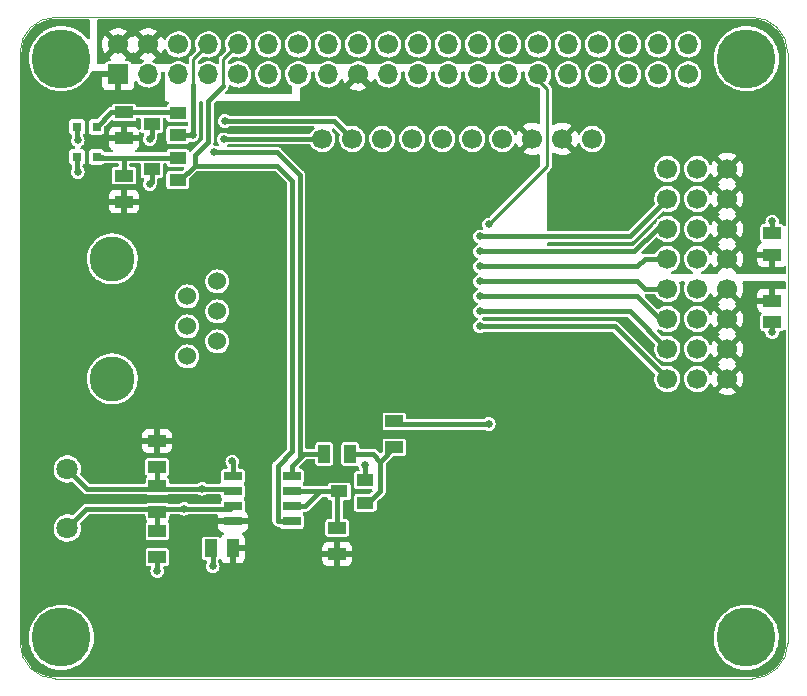
<source format=gbr>
G04 #@! TF.GenerationSoftware,KiCad,Pcbnew,(6.0.1)*
G04 #@! TF.CreationDate,2022-06-15T10:22:57-03:00*
G04 #@! TF.ProjectId,Pi-Hat,50692d48-6174-42e6-9b69-6361645f7063,rev?*
G04 #@! TF.SameCoordinates,Original*
G04 #@! TF.FileFunction,Copper,L1,Top*
G04 #@! TF.FilePolarity,Positive*
%FSLAX46Y46*%
G04 Gerber Fmt 4.6, Leading zero omitted, Abs format (unit mm)*
G04 Created by KiCad (PCBNEW (6.0.1)) date 2022-06-15 10:22:57*
%MOMM*%
%LPD*%
G01*
G04 APERTURE LIST*
G04 Aperture macros list*
%AMHorizOval*
0 Thick line with rounded ends*
0 $1 width*
0 $2 $3 position (X,Y) of the first rounded end (center of the circle)*
0 $4 $5 position (X,Y) of the second rounded end (center of the circle)*
0 Add line between two ends*
20,1,$1,$2,$3,$4,$5,0*
0 Add two circle primitives to create the rounded ends*
1,1,$1,$2,$3*
1,1,$1,$4,$5*%
G04 Aperture macros list end*
G04 #@! TA.AperFunction,Profile*
%ADD10C,0.100000*%
G04 #@! TD*
G04 #@! TA.AperFunction,SMDPad,CuDef*
%ADD11R,0.800000X0.800000*%
G04 #@! TD*
G04 #@! TA.AperFunction,SMDPad,CuDef*
%ADD12R,1.500000X1.000000*%
G04 #@! TD*
G04 #@! TA.AperFunction,SMDPad,CuDef*
%ADD13R,1.000000X1.500000*%
G04 #@! TD*
G04 #@! TA.AperFunction,ComponentPad*
%ADD14C,1.700000*%
G04 #@! TD*
G04 #@! TA.AperFunction,SMDPad,CuDef*
%ADD15R,1.505000X0.802000*%
G04 #@! TD*
G04 #@! TA.AperFunction,ComponentPad*
%ADD16C,5.000000*%
G04 #@! TD*
G04 #@! TA.AperFunction,ComponentPad*
%ADD17C,1.800000*%
G04 #@! TD*
G04 #@! TA.AperFunction,SMDPad,CuDef*
%ADD18R,1.400000X1.000000*%
G04 #@! TD*
G04 #@! TA.AperFunction,ComponentPad*
%ADD19R,1.700000X1.700000*%
G04 #@! TD*
G04 #@! TA.AperFunction,ComponentPad*
%ADD20HorizOval,1.700000X0.000000X0.000000X0.000000X0.000000X0*%
G04 #@! TD*
G04 #@! TA.AperFunction,ComponentPad*
%ADD21O,1.700000X1.700000*%
G04 #@! TD*
G04 #@! TA.AperFunction,ComponentPad*
%ADD22HorizOval,1.700000X0.000000X0.000000X0.000000X0.000000X0*%
G04 #@! TD*
G04 #@! TA.AperFunction,ComponentPad*
%ADD23C,1.524000*%
G04 #@! TD*
G04 #@! TA.AperFunction,ComponentPad*
%ADD24C,3.800000*%
G04 #@! TD*
G04 #@! TA.AperFunction,ViaPad*
%ADD25C,0.635000*%
G04 #@! TD*
G04 #@! TA.AperFunction,Conductor*
%ADD26C,0.381000*%
G04 #@! TD*
G04 #@! TA.AperFunction,Conductor*
%ADD27C,0.254000*%
G04 #@! TD*
G04 APERTURE END LIST*
D10*
X78546356Y-63817611D02*
X78546356Y-113817611D01*
X81546356Y-60817611D02*
G75*
G03*
X78546356Y-63817611I0J-3000000D01*
G01*
X140546356Y-60817611D02*
X81546356Y-60817611D01*
X143546356Y-63817611D02*
G75*
G03*
X140546356Y-60817611I-3000000J0D01*
G01*
X143546356Y-113817611D02*
X143546356Y-63817611D01*
X78546356Y-113817611D02*
G75*
G03*
X81546356Y-116817611I3000000J0D01*
G01*
X81546356Y-116817611D02*
X140546356Y-116817611D01*
X140546356Y-116817611D02*
G75*
G03*
X143546351Y-113822847I0J3000000D01*
G01*
D11*
X83376000Y-72644000D03*
X85026000Y-72644000D03*
X83376000Y-70104000D03*
X85026000Y-70104000D03*
D12*
X142240000Y-79085000D03*
X142240000Y-80935000D03*
D13*
X94706000Y-105791000D03*
X96556000Y-105791000D03*
D12*
X142240000Y-86650000D03*
X142240000Y-84800000D03*
X90182500Y-106510000D03*
X90182500Y-104310000D03*
X110248500Y-97239000D03*
X110248500Y-95039000D03*
X105410000Y-106238400D03*
X105410000Y-104038400D03*
X90157500Y-96690000D03*
X90157500Y-98890000D03*
D13*
X106510000Y-97777500D03*
X104310000Y-97777500D03*
D12*
X90182500Y-102700000D03*
X90182500Y-100500000D03*
X87350600Y-74218800D03*
X87350600Y-76418800D03*
X87363500Y-68877000D03*
X87363500Y-71077000D03*
D14*
X104140000Y-71120000D03*
X106680000Y-71120000D03*
X109220000Y-71120000D03*
X111760000Y-71120000D03*
X114300000Y-71120000D03*
X116840000Y-71120000D03*
X119380000Y-71120000D03*
X121920000Y-71120000D03*
X124460000Y-71120000D03*
X127000000Y-71120000D03*
X133359410Y-73660000D03*
X133359410Y-76200000D03*
X133359410Y-78740000D03*
X133359410Y-81280000D03*
X133359410Y-83820000D03*
X133359410Y-86360000D03*
X133359410Y-88900000D03*
X133359410Y-91440000D03*
X138430000Y-91440000D03*
X138430000Y-88900000D03*
X138430000Y-86360000D03*
X138430000Y-83820000D03*
X138430000Y-81280000D03*
X138430000Y-78740000D03*
X138430000Y-76200000D03*
X138430000Y-73660000D03*
X135890000Y-73660000D03*
X135890000Y-76200000D03*
X135890000Y-78740000D03*
X135890000Y-81280000D03*
X135890000Y-83820000D03*
X135890000Y-86360000D03*
X135890000Y-88900000D03*
X135890000Y-91440000D03*
D15*
X101557500Y-103505000D03*
X101557500Y-102235000D03*
X101557500Y-100965000D03*
X101557500Y-99695000D03*
X96562500Y-99695000D03*
X96562500Y-100965000D03*
X96562500Y-102235000D03*
X96562500Y-103505000D03*
D16*
X82046356Y-64317611D03*
X140040000Y-64330000D03*
X82040000Y-113320000D03*
X140030000Y-113310000D03*
D17*
X82550000Y-104060000D03*
X82550000Y-99060000D03*
D18*
X107780000Y-101915000D03*
X107780000Y-100015000D03*
X105580000Y-100965000D03*
X91905000Y-74610000D03*
X91905000Y-72710000D03*
X89705000Y-73660000D03*
X91905000Y-70800000D03*
X91905000Y-68900000D03*
X89705000Y-69850000D03*
D19*
X86868000Y-65659000D03*
D20*
X86868000Y-63119000D03*
D21*
X89408000Y-65659000D03*
D22*
X89408000Y-63119000D03*
D21*
X91948000Y-65659000D03*
D20*
X91948000Y-63119000D03*
D21*
X94488000Y-65659000D03*
X94488000Y-63119000D03*
D20*
X97028000Y-65659000D03*
D21*
X97028000Y-63119000D03*
X99568000Y-65659000D03*
X99568000Y-63119000D03*
X102108000Y-65659000D03*
D20*
X102108000Y-63119000D03*
D21*
X104648000Y-65659000D03*
X104648000Y-63119000D03*
D22*
X107188000Y-65659000D03*
D21*
X107188000Y-63119000D03*
X109728000Y-65659000D03*
D20*
X109728000Y-63119000D03*
D21*
X112268000Y-65659000D03*
X112268000Y-63119000D03*
X114808000Y-65659000D03*
X114808000Y-63119000D03*
X117348000Y-65659000D03*
X117348000Y-63119000D03*
X119888000Y-65659000D03*
X119888000Y-63119000D03*
X122428000Y-65659000D03*
D20*
X122428000Y-63119000D03*
D21*
X124968000Y-65659000D03*
X124968000Y-63119000D03*
X127508000Y-65659000D03*
D20*
X127508000Y-63119000D03*
D21*
X130048000Y-65659000D03*
X130048000Y-63119000D03*
X132588000Y-65659000D03*
X132588000Y-63119000D03*
D20*
X135128000Y-65659000D03*
D21*
X135128000Y-63119000D03*
D23*
X92710000Y-89530000D03*
D24*
X86360000Y-81280000D03*
X86360000Y-91440000D03*
D23*
X92710000Y-86990000D03*
X92710000Y-84450000D03*
X95250000Y-88260000D03*
X95250000Y-85720000D03*
X95250000Y-83180000D03*
D25*
X94869000Y-107315000D03*
X89535000Y-71120000D03*
X89535000Y-74930000D03*
X142240000Y-78105000D03*
X142240000Y-87490000D03*
X96520000Y-98425000D03*
X90170000Y-107696000D03*
X83439000Y-73914000D03*
X83439000Y-71247000D03*
X107772200Y-98755200D03*
X95786617Y-71148617D03*
X95885000Y-69596000D03*
X94996000Y-72263000D03*
X93157000Y-70800000D03*
X117475000Y-86995000D03*
X117475000Y-85725000D03*
X117475000Y-84455000D03*
X117475000Y-83185000D03*
X117475000Y-81915000D03*
X117475000Y-80645000D03*
X117475000Y-79375000D03*
X118237000Y-78359000D03*
X118237000Y-95250000D03*
X92456000Y-102438200D03*
X93980000Y-100750000D03*
D26*
X94856000Y-105410000D02*
X94856000Y-107302000D01*
X94856000Y-107302000D02*
X94869000Y-107315000D01*
X89705000Y-69850000D02*
X89705000Y-70950000D01*
X89705000Y-70950000D02*
X89535000Y-71120000D01*
X89705000Y-73660000D02*
X89705000Y-74760000D01*
X89705000Y-74760000D02*
X89535000Y-74930000D01*
X142240000Y-79235000D02*
X142240000Y-78105000D01*
X142240000Y-86360000D02*
X142240000Y-87490000D01*
X90182500Y-106260000D02*
X90182500Y-107683500D01*
X96562500Y-99695000D02*
X96562500Y-98467500D01*
X96562500Y-98467500D02*
X96520000Y-98425000D01*
X83376000Y-72644000D02*
X83376000Y-73851000D01*
X83376000Y-73851000D02*
X83439000Y-73914000D01*
X83376000Y-70104000D02*
X83376000Y-71184000D01*
X83376000Y-71184000D02*
X83439000Y-71247000D01*
X107780000Y-99230000D02*
X107780000Y-100015000D01*
X107772200Y-98755200D02*
X107780000Y-99230000D01*
X142380000Y-80645000D02*
X142240000Y-80785000D01*
X92212500Y-68592500D02*
X91905000Y-68900000D01*
X91905000Y-68900000D02*
X91882000Y-68877000D01*
X91882000Y-68877000D02*
X87363500Y-68877000D01*
X86253000Y-68877000D02*
X85026000Y-70104000D01*
X87363500Y-68877000D02*
X86253000Y-68877000D01*
X91905000Y-72710000D02*
X91882000Y-72687000D01*
X91905000Y-72710000D02*
X91882000Y-72687000D01*
X85450000Y-72687000D02*
X85407000Y-72644000D01*
X85092000Y-72710000D02*
X85026000Y-72644000D01*
X87350600Y-74218800D02*
X87350600Y-72710000D01*
X91905000Y-72710000D02*
X87350600Y-72710000D01*
X87350600Y-72710000D02*
X85092000Y-72710000D01*
X104140000Y-71120000D02*
X95815234Y-71120000D01*
X95815234Y-71120000D02*
X95786617Y-71148617D01*
X95885000Y-69596000D02*
X104648000Y-69596000D01*
X104648000Y-69596000D02*
X105156000Y-69596000D01*
X105156000Y-69596000D02*
X106680000Y-71120000D01*
X104560000Y-97777500D02*
X102628500Y-97777500D01*
X102628500Y-97777500D02*
X102235010Y-98170990D01*
X100330000Y-72263000D02*
X94996000Y-72263000D01*
X102235010Y-74168010D02*
X102235010Y-98170990D01*
X100330000Y-72263000D02*
X102235010Y-74168010D01*
X101557500Y-98848500D02*
X102235000Y-98171000D01*
X102235010Y-98170990D02*
X102235000Y-98171000D01*
X101557500Y-98913000D02*
X101557500Y-98848500D01*
X91905000Y-70800000D02*
X92710000Y-70800000D01*
X92710000Y-70800000D02*
X93157000Y-70800000D01*
X101557500Y-98913000D02*
X101557500Y-99695000D01*
D27*
X94488000Y-63119000D02*
X93218000Y-64389000D01*
D26*
X93218000Y-70739000D02*
X93157000Y-70800000D01*
X93218000Y-66548000D02*
X93218000Y-70739000D01*
D27*
X93218000Y-64389000D02*
X93218000Y-66548000D01*
D26*
X101557500Y-103505000D02*
X100424000Y-103505000D01*
X100424000Y-103505000D02*
X100360499Y-103441499D01*
X100360499Y-103441499D02*
X100360499Y-98775499D01*
X100360499Y-98775499D02*
X101600000Y-97535998D01*
X101600000Y-97535998D02*
X101600000Y-74640000D01*
X101600000Y-74640000D02*
X100330000Y-73370000D01*
X100330000Y-73370000D02*
X99024000Y-73370000D01*
X99024000Y-73370000D02*
X93345000Y-73370000D01*
X93345000Y-73370000D02*
X93345000Y-72512602D01*
X93345000Y-72512602D02*
X94485801Y-71371801D01*
X93345000Y-73370000D02*
X92105000Y-74610000D01*
X92105000Y-74610000D02*
X91905000Y-74610000D01*
D27*
X97028000Y-63119000D02*
X95758000Y-64389000D01*
X95758000Y-64389000D02*
X95758000Y-66675000D01*
D26*
X95758000Y-66675000D02*
X94488000Y-67945000D01*
X94488000Y-71369602D02*
X94485801Y-71371801D01*
X94488000Y-67945000D02*
X94488000Y-71369602D01*
X94485801Y-71371801D02*
X94483602Y-71374000D01*
X132270499Y-90360499D02*
X128905000Y-86995000D01*
X128905000Y-86995000D02*
X117475000Y-86995000D01*
X133359410Y-91440000D02*
X132279909Y-90360499D01*
X132279909Y-90360499D02*
X132270499Y-90360499D01*
X130184410Y-85725000D02*
X117475000Y-85725000D01*
X133359410Y-88900000D02*
X130184410Y-85725000D01*
X130809990Y-84454990D02*
X130809980Y-84455000D01*
X130809980Y-84455000D02*
X117475000Y-84455000D01*
X132715000Y-86360000D02*
X130809990Y-84454990D01*
X133359410Y-86360000D02*
X132715000Y-86360000D01*
X130810000Y-83185000D02*
X117475000Y-83185000D01*
X131445000Y-83820000D02*
X130810000Y-83185000D01*
X133359410Y-83820000D02*
X131445000Y-83820000D01*
X131445000Y-81280000D02*
X130810000Y-81915000D01*
X130810000Y-81915000D02*
X117475000Y-81915000D01*
X133359410Y-81280000D02*
X131445000Y-81280000D01*
X130556385Y-80645000D02*
X117475000Y-80645000D01*
X133359410Y-78740000D02*
X132461385Y-78740000D01*
X132461385Y-78740000D02*
X130556385Y-80645000D01*
X130184410Y-79375000D02*
X117475000Y-79375000D01*
X133359410Y-76200000D02*
X130184410Y-79375000D01*
D27*
X122428000Y-65659000D02*
X122428000Y-66167000D01*
X122428000Y-66167000D02*
X123190000Y-66929000D01*
X123190000Y-66929000D02*
X123190000Y-73406000D01*
X123190000Y-73406000D02*
X118237000Y-78359000D01*
D26*
X110248500Y-95289000D02*
X118198000Y-95289000D01*
X118198000Y-95289000D02*
X118237000Y-95250000D01*
X90182500Y-102450000D02*
X84160000Y-102450000D01*
X84160000Y-102450000D02*
X82550000Y-104060000D01*
X90182500Y-102450000D02*
X90182500Y-104560000D01*
X92456000Y-102438200D02*
X96347500Y-102450000D01*
X96347500Y-102450000D02*
X96562500Y-102235000D01*
X90182500Y-102450000D02*
X92456000Y-102438200D01*
X90157500Y-98640000D02*
X90157500Y-100725000D01*
X90157500Y-100725000D02*
X90182500Y-100750000D01*
X90182500Y-100750000D02*
X93980000Y-100750000D01*
X93980000Y-100750000D02*
X96347500Y-100750000D01*
X96347500Y-100750000D02*
X96562500Y-100965000D01*
X82550000Y-99060000D02*
X84240000Y-100750000D01*
X84240000Y-100750000D02*
X90182500Y-100750000D01*
X105422500Y-103798000D02*
X105422500Y-101122500D01*
X105422500Y-101122500D02*
X105580000Y-100965000D01*
X105580000Y-100965000D02*
X104140000Y-100965000D01*
X104140000Y-100965000D02*
X101557500Y-100965000D01*
X102691000Y-102235000D02*
X103961000Y-100965000D01*
X101557500Y-102235000D02*
X102691000Y-102235000D01*
X103961000Y-100965000D02*
X104140000Y-100965000D01*
X105397500Y-100782500D02*
X105580000Y-100965000D01*
X106260000Y-97777500D02*
X107795262Y-97777500D01*
X108393002Y-97777500D02*
X107795262Y-97777500D01*
X108393002Y-97777500D02*
X109051501Y-98435999D01*
X109051501Y-100970499D02*
X107980000Y-101915000D01*
X110248500Y-97239000D02*
X109051501Y-98435999D01*
X109051501Y-100970499D02*
X109051501Y-98435999D01*
X107980000Y-101915000D02*
X107780000Y-101915000D01*
X108082500Y-101612500D02*
X107780000Y-101915000D01*
G04 #@! TA.AperFunction,Conductor*
G36*
X140514469Y-60944798D02*
G01*
X140530332Y-60944798D01*
X140546356Y-60949091D01*
X140557545Y-60946093D01*
X140560097Y-60946842D01*
X140560179Y-60945387D01*
X140860969Y-60962279D01*
X140875001Y-60963860D01*
X141026844Y-60989659D01*
X141178683Y-61015458D01*
X141192458Y-61018602D01*
X141285380Y-61045372D01*
X141488459Y-61103878D01*
X141501778Y-61108539D01*
X141786371Y-61226422D01*
X141799094Y-61232549D01*
X141892810Y-61284344D01*
X142068692Y-61381551D01*
X142080655Y-61389068D01*
X142331868Y-61567312D01*
X142342914Y-61576121D01*
X142423142Y-61647817D01*
X142572597Y-61781379D01*
X142582588Y-61791370D01*
X142775966Y-62007758D01*
X142787845Y-62021051D01*
X142796654Y-62032097D01*
X142819297Y-62064010D01*
X142974899Y-62283312D01*
X142982416Y-62295275D01*
X143023824Y-62370197D01*
X143120219Y-62544609D01*
X143131416Y-62564869D01*
X143137545Y-62577596D01*
X143255428Y-62862189D01*
X143260089Y-62875508D01*
X143311796Y-63054987D01*
X143345365Y-63171509D01*
X143348509Y-63185284D01*
X143399208Y-63483674D01*
X143400106Y-63488961D01*
X143401688Y-63502998D01*
X143410975Y-63668371D01*
X143418580Y-63803788D01*
X143417445Y-63803852D01*
X143417981Y-63806022D01*
X143414876Y-63817611D01*
X143419169Y-63833635D01*
X143419169Y-63849498D01*
X143419356Y-63850919D01*
X143419356Y-78354123D01*
X143399354Y-78422244D01*
X143345698Y-78468737D01*
X143275424Y-78478841D01*
X143210844Y-78449347D01*
X143188591Y-78424125D01*
X143180377Y-78411832D01*
X143173484Y-78401516D01*
X143089301Y-78345266D01*
X143015067Y-78330500D01*
X142930924Y-78330500D01*
X142862803Y-78310498D01*
X142816310Y-78256842D01*
X142806002Y-78188054D01*
X142815858Y-78113189D01*
X142815858Y-78113188D01*
X142816936Y-78105000D01*
X142797277Y-77955678D01*
X142739641Y-77816532D01*
X142647955Y-77697045D01*
X142528468Y-77605359D01*
X142389322Y-77547723D01*
X142240000Y-77528064D01*
X142090678Y-77547723D01*
X141951532Y-77605359D01*
X141832045Y-77697045D01*
X141740359Y-77816532D01*
X141682723Y-77955678D01*
X141663064Y-78105000D01*
X141664142Y-78113188D01*
X141664142Y-78113189D01*
X141673998Y-78188055D01*
X141663058Y-78258204D01*
X141615930Y-78311302D01*
X141549076Y-78330501D01*
X141464934Y-78330501D01*
X141430715Y-78337307D01*
X141402874Y-78342844D01*
X141402872Y-78342845D01*
X141390699Y-78345266D01*
X141380379Y-78352161D01*
X141380378Y-78352162D01*
X141338441Y-78380184D01*
X141306516Y-78401516D01*
X141250266Y-78485699D01*
X141235500Y-78559933D01*
X141235501Y-79610066D01*
X141242266Y-79644078D01*
X141245984Y-79662770D01*
X141250266Y-79684301D01*
X141257161Y-79694621D01*
X141257162Y-79694622D01*
X141275550Y-79722141D01*
X141306516Y-79768484D01*
X141312526Y-79772500D01*
X141344833Y-79831664D01*
X141339768Y-79902479D01*
X141297221Y-79959315D01*
X141265942Y-79976429D01*
X141251946Y-79981676D01*
X141236351Y-79990214D01*
X141134276Y-80066715D01*
X141121715Y-80079276D01*
X141045214Y-80181351D01*
X141036676Y-80196946D01*
X140991522Y-80317394D01*
X140987895Y-80332649D01*
X140982369Y-80383514D01*
X140982000Y-80390328D01*
X140982000Y-80662885D01*
X140986475Y-80678124D01*
X140987865Y-80679329D01*
X140995548Y-80681000D01*
X142368000Y-80681000D01*
X142436121Y-80701002D01*
X142482614Y-80754658D01*
X142494000Y-80807000D01*
X142494000Y-81924884D01*
X142498475Y-81940123D01*
X142499865Y-81941328D01*
X142507548Y-81942999D01*
X143034669Y-81942999D01*
X143041490Y-81942629D01*
X143092352Y-81937105D01*
X143107604Y-81933479D01*
X143228055Y-81888324D01*
X143232843Y-81885702D01*
X143302200Y-81870531D01*
X143368749Y-81895265D01*
X143411361Y-81952052D01*
X143419356Y-81996220D01*
X143419356Y-82424000D01*
X143399354Y-82492121D01*
X143345698Y-82538614D01*
X143293356Y-82550000D01*
X139313462Y-82550000D01*
X139245341Y-82529998D01*
X139198848Y-82476342D01*
X139188023Y-82412123D01*
X139188697Y-82405000D01*
X139180660Y-82389870D01*
X138442812Y-81652022D01*
X138428868Y-81644408D01*
X138427035Y-81644539D01*
X138420420Y-81648790D01*
X137676737Y-82392473D01*
X137669122Y-82406417D01*
X137669737Y-82415011D01*
X137654645Y-82484386D01*
X137604443Y-82534588D01*
X137544058Y-82550000D01*
X136348221Y-82550000D01*
X136280100Y-82529998D01*
X136233607Y-82476342D01*
X136223503Y-82406068D01*
X136252997Y-82341488D01*
X136307720Y-82304687D01*
X136335693Y-82295192D01*
X136335698Y-82295190D01*
X136341165Y-82293334D01*
X136350908Y-82287878D01*
X136501632Y-82203468D01*
X136518276Y-82194147D01*
X136535955Y-82179444D01*
X136669913Y-82068031D01*
X136674345Y-82064345D01*
X136731463Y-81995669D01*
X136800453Y-81912718D01*
X136800455Y-81912715D01*
X136804147Y-81908276D01*
X136903334Y-81731165D01*
X136905720Y-81724135D01*
X136906170Y-81723496D01*
X136907541Y-81720416D01*
X136908146Y-81720685D01*
X136946553Y-81666059D01*
X137012305Y-81639278D01*
X137082098Y-81652295D01*
X137133773Y-81700980D01*
X137141777Y-81717229D01*
X137211770Y-81889603D01*
X137216413Y-81898794D01*
X137296460Y-82029420D01*
X137306916Y-82038880D01*
X137315694Y-82035096D01*
X138057978Y-81292812D01*
X138064356Y-81281132D01*
X138794408Y-81281132D01*
X138794539Y-81282965D01*
X138798790Y-81289580D01*
X139540474Y-82031264D01*
X139552484Y-82037823D01*
X139564223Y-82028855D01*
X139595004Y-81986019D01*
X139600315Y-81977180D01*
X139694670Y-81786267D01*
X139698469Y-81776672D01*
X139760376Y-81572915D01*
X139762555Y-81562834D01*
X139773504Y-81479669D01*
X140982001Y-81479669D01*
X140982371Y-81486490D01*
X140987895Y-81537352D01*
X140991521Y-81552604D01*
X141036676Y-81673054D01*
X141045214Y-81688649D01*
X141121715Y-81790724D01*
X141134276Y-81803285D01*
X141236351Y-81879786D01*
X141251946Y-81888324D01*
X141372394Y-81933478D01*
X141387649Y-81937105D01*
X141438514Y-81942631D01*
X141445328Y-81943000D01*
X141967885Y-81943000D01*
X141983124Y-81938525D01*
X141984329Y-81937135D01*
X141986000Y-81929452D01*
X141986000Y-81207115D01*
X141981525Y-81191876D01*
X141980135Y-81190671D01*
X141972452Y-81189000D01*
X141000116Y-81189000D01*
X140984877Y-81193475D01*
X140983672Y-81194865D01*
X140982001Y-81202548D01*
X140982001Y-81479669D01*
X139773504Y-81479669D01*
X139790590Y-81349887D01*
X139791109Y-81343212D01*
X139792572Y-81283364D01*
X139792378Y-81276646D01*
X139774781Y-81062604D01*
X139773096Y-81052424D01*
X139721214Y-80845875D01*
X139717894Y-80836124D01*
X139632972Y-80640814D01*
X139628105Y-80631739D01*
X139563063Y-80531197D01*
X139552377Y-80521995D01*
X139542812Y-80526398D01*
X138802022Y-81267188D01*
X138794408Y-81281132D01*
X138064356Y-81281132D01*
X138065592Y-81278868D01*
X138065461Y-81277035D01*
X138061210Y-81270420D01*
X137319849Y-80529059D01*
X137308313Y-80522759D01*
X137296031Y-80532382D01*
X137248089Y-80602662D01*
X137243004Y-80611613D01*
X137153338Y-80804783D01*
X137149777Y-80814464D01*
X137145291Y-80830640D01*
X137107813Y-80890939D01*
X137043684Y-80921403D01*
X136973266Y-80912360D01*
X136918915Y-80866682D01*
X136910867Y-80852698D01*
X136838331Y-80705609D01*
X136835776Y-80700428D01*
X136714320Y-80537779D01*
X136565258Y-80399987D01*
X136560375Y-80396906D01*
X136560371Y-80396903D01*
X136398464Y-80294748D01*
X136393581Y-80291667D01*
X136205039Y-80216446D01*
X136199379Y-80215320D01*
X136199375Y-80215319D01*
X136011613Y-80177971D01*
X136011610Y-80177971D01*
X136005946Y-80176844D01*
X136000171Y-80176768D01*
X136000167Y-80176768D01*
X135898793Y-80175441D01*
X135802971Y-80174187D01*
X135797274Y-80175166D01*
X135797273Y-80175166D01*
X135652749Y-80200000D01*
X135602910Y-80208564D01*
X135412463Y-80278824D01*
X135238010Y-80382612D01*
X135233670Y-80386418D01*
X135233666Y-80386421D01*
X135089733Y-80512648D01*
X135085392Y-80516455D01*
X135081817Y-80520990D01*
X135081816Y-80520991D01*
X135075456Y-80529059D01*
X134959720Y-80675869D01*
X134957031Y-80680980D01*
X134957029Y-80680983D01*
X134918267Y-80754658D01*
X134865203Y-80855515D01*
X134805007Y-81049378D01*
X134781148Y-81250964D01*
X134794424Y-81453522D01*
X134795845Y-81459118D01*
X134795846Y-81459123D01*
X134815714Y-81537352D01*
X134844392Y-81650269D01*
X134846809Y-81655512D01*
X134884010Y-81736208D01*
X134929377Y-81834616D01*
X134932710Y-81839332D01*
X135030131Y-81977180D01*
X135046533Y-82000389D01*
X135191938Y-82142035D01*
X135360720Y-82254812D01*
X135366023Y-82257090D01*
X135366026Y-82257092D01*
X135445611Y-82291284D01*
X135476808Y-82304687D01*
X135485059Y-82308232D01*
X135539752Y-82353500D01*
X135561289Y-82421151D01*
X135542832Y-82489707D01*
X135490241Y-82537401D01*
X135435321Y-82550000D01*
X133817631Y-82550000D01*
X133749510Y-82529998D01*
X133703017Y-82476342D01*
X133692913Y-82406068D01*
X133722407Y-82341488D01*
X133777130Y-82304687D01*
X133805103Y-82295192D01*
X133805108Y-82295190D01*
X133810575Y-82293334D01*
X133820318Y-82287878D01*
X133971042Y-82203468D01*
X133987686Y-82194147D01*
X134005365Y-82179444D01*
X134139323Y-82068031D01*
X134143755Y-82064345D01*
X134200873Y-81995669D01*
X134269863Y-81912718D01*
X134269865Y-81912715D01*
X134273557Y-81908276D01*
X134372744Y-81731165D01*
X134375347Y-81723496D01*
X134436138Y-81544414D01*
X134436139Y-81544409D01*
X134437994Y-81538945D01*
X134438822Y-81533236D01*
X134438823Y-81533231D01*
X134465406Y-81349887D01*
X134467122Y-81338053D01*
X134468642Y-81280000D01*
X134456204Y-81144641D01*
X134450597Y-81083613D01*
X134450596Y-81083610D01*
X134450068Y-81077859D01*
X134445766Y-81062604D01*
X134396535Y-80888046D01*
X134396534Y-80888044D01*
X134394967Y-80882487D01*
X134384388Y-80861033D01*
X134307741Y-80705609D01*
X134305186Y-80700428D01*
X134183730Y-80537779D01*
X134034668Y-80399987D01*
X134029785Y-80396906D01*
X134029781Y-80396903D01*
X133867874Y-80294748D01*
X133862991Y-80291667D01*
X133674449Y-80216446D01*
X133668789Y-80215320D01*
X133668785Y-80215319D01*
X133481023Y-80177971D01*
X133481020Y-80177971D01*
X133475356Y-80176844D01*
X133469581Y-80176768D01*
X133469577Y-80176768D01*
X133368203Y-80175441D01*
X133272381Y-80174187D01*
X133266684Y-80175166D01*
X133266683Y-80175166D01*
X133122159Y-80200000D01*
X133072320Y-80208564D01*
X132881873Y-80278824D01*
X132707420Y-80382612D01*
X132703080Y-80386418D01*
X132703076Y-80386421D01*
X132559143Y-80512648D01*
X132554802Y-80516455D01*
X132551227Y-80520990D01*
X132551226Y-80520991D01*
X132544866Y-80529059D01*
X132429130Y-80675869D01*
X132426441Y-80680980D01*
X132426439Y-80680983D01*
X132380832Y-80767668D01*
X132331413Y-80818640D01*
X132269324Y-80835000D01*
X131478888Y-80835000D01*
X131464078Y-80834127D01*
X131440218Y-80831303D01*
X131430865Y-80830196D01*
X131421601Y-80831888D01*
X131421598Y-80831888D01*
X131373884Y-80840602D01*
X131369981Y-80841252D01*
X131321985Y-80848468D01*
X131321984Y-80848468D01*
X131312674Y-80849868D01*
X131307333Y-80852433D01*
X131302261Y-80853682D01*
X131302186Y-80853696D01*
X131231551Y-80846533D01*
X131176002Y-80802320D01*
X131153175Y-80735093D01*
X131170317Y-80666197D01*
X131189970Y-80640740D01*
X131965857Y-79864853D01*
X137669977Y-79864853D01*
X137675258Y-79871907D01*
X137722479Y-79899501D01*
X137771203Y-79951139D01*
X137784274Y-80020922D01*
X137757543Y-80086694D01*
X137717087Y-80120053D01*
X137708466Y-80124541D01*
X137699734Y-80130039D01*
X137679677Y-80145099D01*
X137671223Y-80156427D01*
X137677968Y-80168758D01*
X138417188Y-80907978D01*
X138431132Y-80915592D01*
X138432965Y-80915461D01*
X138439580Y-80911210D01*
X139183389Y-80167401D01*
X139190410Y-80154544D01*
X139183611Y-80145213D01*
X139179559Y-80142521D01*
X139142116Y-80121852D01*
X139092145Y-80071420D01*
X139077373Y-80001977D01*
X139102489Y-79935572D01*
X139129840Y-79908965D01*
X139179247Y-79873723D01*
X139187648Y-79863023D01*
X139180660Y-79849870D01*
X138442812Y-79112022D01*
X138428868Y-79104408D01*
X138427035Y-79104539D01*
X138420420Y-79108790D01*
X137676737Y-79852473D01*
X137669977Y-79864853D01*
X131965857Y-79864853D01*
X132354242Y-79476468D01*
X132416554Y-79442442D01*
X132487369Y-79447507D01*
X132531258Y-79475308D01*
X132661348Y-79602035D01*
X132830130Y-79714812D01*
X132835433Y-79717090D01*
X132835436Y-79717092D01*
X132963907Y-79772287D01*
X133016638Y-79794942D01*
X133067859Y-79806532D01*
X133208989Y-79838467D01*
X133208994Y-79838468D01*
X133214626Y-79839742D01*
X133220397Y-79839969D01*
X133220399Y-79839969D01*
X133280166Y-79842317D01*
X133417463Y-79847712D01*
X133528144Y-79831664D01*
X133612641Y-79819413D01*
X133612646Y-79819412D01*
X133618355Y-79818584D01*
X133623819Y-79816729D01*
X133623824Y-79816728D01*
X133805103Y-79755192D01*
X133805108Y-79755190D01*
X133810575Y-79753334D01*
X133820318Y-79747878D01*
X133971042Y-79663468D01*
X133987686Y-79654147D01*
X134040688Y-79610066D01*
X134139323Y-79528031D01*
X134143755Y-79524345D01*
X134207661Y-79447507D01*
X134269863Y-79372718D01*
X134269865Y-79372715D01*
X134273557Y-79368276D01*
X134372744Y-79191165D01*
X134374600Y-79185698D01*
X134374602Y-79185693D01*
X134436138Y-79004414D01*
X134436139Y-79004409D01*
X134437994Y-78998945D01*
X134438822Y-78993236D01*
X134438823Y-78993231D01*
X134465406Y-78809887D01*
X134467122Y-78798053D01*
X134468642Y-78740000D01*
X134465974Y-78710964D01*
X134781148Y-78710964D01*
X134794424Y-78913522D01*
X134795845Y-78919118D01*
X134795846Y-78919123D01*
X134816119Y-78998945D01*
X134844392Y-79110269D01*
X134846809Y-79115512D01*
X134884010Y-79196208D01*
X134929377Y-79294616D01*
X134932710Y-79299332D01*
X135030131Y-79437180D01*
X135046533Y-79460389D01*
X135191938Y-79602035D01*
X135360720Y-79714812D01*
X135366023Y-79717090D01*
X135366026Y-79717092D01*
X135494497Y-79772287D01*
X135547228Y-79794942D01*
X135598449Y-79806532D01*
X135739579Y-79838467D01*
X135739584Y-79838468D01*
X135745216Y-79839742D01*
X135750987Y-79839969D01*
X135750989Y-79839969D01*
X135810756Y-79842317D01*
X135948053Y-79847712D01*
X136058734Y-79831664D01*
X136143231Y-79819413D01*
X136143236Y-79819412D01*
X136148945Y-79818584D01*
X136154409Y-79816729D01*
X136154414Y-79816728D01*
X136335693Y-79755192D01*
X136335698Y-79755190D01*
X136341165Y-79753334D01*
X136350908Y-79747878D01*
X136501632Y-79663468D01*
X136518276Y-79654147D01*
X136571278Y-79610066D01*
X136669913Y-79528031D01*
X136674345Y-79524345D01*
X136738251Y-79447507D01*
X136800453Y-79372718D01*
X136800455Y-79372715D01*
X136804147Y-79368276D01*
X136903334Y-79191165D01*
X136905720Y-79184135D01*
X136906170Y-79183496D01*
X136907541Y-79180416D01*
X136908146Y-79180685D01*
X136946553Y-79126059D01*
X137012305Y-79099278D01*
X137082098Y-79112295D01*
X137133773Y-79160980D01*
X137141777Y-79177229D01*
X137211770Y-79349603D01*
X137216413Y-79358794D01*
X137296460Y-79489420D01*
X137306916Y-79498880D01*
X137315694Y-79495096D01*
X138057978Y-78752812D01*
X138064356Y-78741132D01*
X138794408Y-78741132D01*
X138794539Y-78742965D01*
X138798790Y-78749580D01*
X139540474Y-79491264D01*
X139552484Y-79497823D01*
X139564223Y-79488855D01*
X139595004Y-79446019D01*
X139600315Y-79437180D01*
X139694670Y-79246267D01*
X139698469Y-79236672D01*
X139760376Y-79032915D01*
X139762555Y-79022834D01*
X139790590Y-78809887D01*
X139791109Y-78803212D01*
X139792572Y-78743364D01*
X139792378Y-78736646D01*
X139774781Y-78522604D01*
X139773096Y-78512424D01*
X139721214Y-78305875D01*
X139717894Y-78296124D01*
X139632972Y-78100814D01*
X139628105Y-78091739D01*
X139563063Y-77991197D01*
X139552377Y-77981995D01*
X139542812Y-77986398D01*
X138802022Y-78727188D01*
X138794408Y-78741132D01*
X138064356Y-78741132D01*
X138065592Y-78738868D01*
X138065461Y-78737035D01*
X138061210Y-78730420D01*
X137319849Y-77989059D01*
X137308313Y-77982759D01*
X137296031Y-77992382D01*
X137248089Y-78062662D01*
X137243004Y-78071613D01*
X137153338Y-78264783D01*
X137149777Y-78274464D01*
X137145291Y-78290640D01*
X137107813Y-78350939D01*
X137043684Y-78381403D01*
X136973266Y-78372360D01*
X136918915Y-78326682D01*
X136910867Y-78312698D01*
X136838331Y-78165609D01*
X136835776Y-78160428D01*
X136714320Y-77997779D01*
X136565258Y-77859987D01*
X136560375Y-77856906D01*
X136560371Y-77856903D01*
X136398464Y-77754748D01*
X136393581Y-77751667D01*
X136205039Y-77676446D01*
X136199379Y-77675320D01*
X136199375Y-77675319D01*
X136011613Y-77637971D01*
X136011610Y-77637971D01*
X136005946Y-77636844D01*
X136000171Y-77636768D01*
X136000167Y-77636768D01*
X135898793Y-77635441D01*
X135802971Y-77634187D01*
X135797274Y-77635166D01*
X135797273Y-77635166D01*
X135608607Y-77667585D01*
X135602910Y-77668564D01*
X135412463Y-77738824D01*
X135238010Y-77842612D01*
X135233670Y-77846418D01*
X135233666Y-77846421D01*
X135099746Y-77963867D01*
X135085392Y-77976455D01*
X135081817Y-77980990D01*
X135081816Y-77980991D01*
X135075456Y-77989059D01*
X134959720Y-78135869D01*
X134957031Y-78140980D01*
X134957029Y-78140983D01*
X134944073Y-78165609D01*
X134865203Y-78315515D01*
X134818348Y-78466412D01*
X134812360Y-78485699D01*
X134805007Y-78509378D01*
X134781148Y-78710964D01*
X134465974Y-78710964D01*
X134452665Y-78566120D01*
X134450597Y-78543613D01*
X134450596Y-78543610D01*
X134450068Y-78537859D01*
X134445766Y-78522604D01*
X134396535Y-78348046D01*
X134396534Y-78348044D01*
X134394967Y-78342487D01*
X134389057Y-78330501D01*
X134307741Y-78165609D01*
X134305186Y-78160428D01*
X134183730Y-77997779D01*
X134034668Y-77859987D01*
X134029785Y-77856906D01*
X134029781Y-77856903D01*
X133867874Y-77754748D01*
X133862991Y-77751667D01*
X133674449Y-77676446D01*
X133668789Y-77675320D01*
X133668785Y-77675319D01*
X133481023Y-77637971D01*
X133481020Y-77637971D01*
X133475356Y-77636844D01*
X133469581Y-77636768D01*
X133469577Y-77636768D01*
X133368203Y-77635441D01*
X133272381Y-77634187D01*
X133266684Y-77635166D01*
X133266683Y-77635166D01*
X133078017Y-77667585D01*
X133072320Y-77668564D01*
X132881873Y-77738824D01*
X132707420Y-77842612D01*
X132703080Y-77846418D01*
X132703076Y-77846421D01*
X132664362Y-77880373D01*
X132599958Y-77910250D01*
X132529625Y-77900564D01*
X132510209Y-77883941D01*
X132534513Y-77949102D01*
X132519422Y-78018476D01*
X132507784Y-78036097D01*
X132429130Y-78135869D01*
X132426441Y-78140980D01*
X132426439Y-78140983D01*
X132361068Y-78265231D01*
X132307644Y-78318376D01*
X132264202Y-78340943D01*
X132260660Y-78342713D01*
X132216929Y-78363712D01*
X132216928Y-78363713D01*
X132208433Y-78367792D01*
X132203195Y-78372634D01*
X132196867Y-78375921D01*
X132191876Y-78380184D01*
X132155097Y-78416963D01*
X132151531Y-78420392D01*
X132110171Y-78458625D01*
X132106515Y-78464919D01*
X132101138Y-78470922D01*
X130408965Y-80163095D01*
X130346653Y-80197121D01*
X130319870Y-80200000D01*
X123316000Y-80200000D01*
X123247879Y-80179998D01*
X123201386Y-80126342D01*
X123190000Y-80074000D01*
X123190000Y-79946000D01*
X123210002Y-79877879D01*
X123263658Y-79831386D01*
X123316000Y-79820000D01*
X130150523Y-79820000D01*
X130165333Y-79820873D01*
X130198546Y-79824804D01*
X130255551Y-79814393D01*
X130259444Y-79813745D01*
X130275652Y-79811308D01*
X130316736Y-79805132D01*
X130323167Y-79802044D01*
X130330181Y-79800763D01*
X130381595Y-79774056D01*
X130385135Y-79772287D01*
X130428866Y-79751288D01*
X130428867Y-79751287D01*
X130437362Y-79747208D01*
X130442600Y-79742366D01*
X130448928Y-79739079D01*
X130453919Y-79734816D01*
X130490698Y-79698037D01*
X130494264Y-79694608D01*
X130528706Y-79662770D01*
X130535624Y-79656375D01*
X130539280Y-79650081D01*
X130544657Y-79644078D01*
X132319739Y-77868996D01*
X132382051Y-77834970D01*
X132452866Y-77840035D01*
X132501098Y-77876141D01*
X132475693Y-77854391D01*
X132455286Y-77786391D01*
X132474882Y-77718152D01*
X132492189Y-77696546D01*
X132863882Y-77324853D01*
X137669977Y-77324853D01*
X137675258Y-77331907D01*
X137722479Y-77359501D01*
X137771203Y-77411139D01*
X137784274Y-77480922D01*
X137757543Y-77546694D01*
X137717087Y-77580053D01*
X137708466Y-77584541D01*
X137699734Y-77590039D01*
X137679677Y-77605099D01*
X137671223Y-77616427D01*
X137677968Y-77628758D01*
X138417188Y-78367978D01*
X138431132Y-78375592D01*
X138432965Y-78375461D01*
X138439580Y-78371210D01*
X139183389Y-77627401D01*
X139190410Y-77614544D01*
X139183611Y-77605213D01*
X139179559Y-77602521D01*
X139142116Y-77581852D01*
X139092145Y-77531420D01*
X139077373Y-77461977D01*
X139102489Y-77395572D01*
X139129840Y-77368965D01*
X139179247Y-77333723D01*
X139187648Y-77323023D01*
X139180660Y-77309870D01*
X138442812Y-76572022D01*
X138428868Y-76564408D01*
X138427035Y-76564539D01*
X138420420Y-76568790D01*
X137676737Y-77312473D01*
X137669977Y-77324853D01*
X132863882Y-77324853D01*
X132899947Y-77288788D01*
X132962259Y-77254762D01*
X133016850Y-77254990D01*
X133208989Y-77298467D01*
X133208994Y-77298468D01*
X133214626Y-77299742D01*
X133220397Y-77299969D01*
X133220399Y-77299969D01*
X133280166Y-77302317D01*
X133417463Y-77307712D01*
X133517909Y-77293148D01*
X133612641Y-77279413D01*
X133612646Y-77279412D01*
X133618355Y-77278584D01*
X133623819Y-77276729D01*
X133623824Y-77276728D01*
X133805103Y-77215192D01*
X133805108Y-77215190D01*
X133810575Y-77213334D01*
X133987686Y-77114147D01*
X134050344Y-77062035D01*
X134139323Y-76988031D01*
X134143755Y-76984345D01*
X134200873Y-76915669D01*
X134269863Y-76832718D01*
X134269865Y-76832715D01*
X134273557Y-76828276D01*
X134372744Y-76651165D01*
X134374600Y-76645698D01*
X134374602Y-76645693D01*
X134436138Y-76464414D01*
X134436139Y-76464409D01*
X134437994Y-76458945D01*
X134438822Y-76453236D01*
X134438823Y-76453231D01*
X134466589Y-76261727D01*
X134467122Y-76258053D01*
X134468642Y-76200000D01*
X134465974Y-76170964D01*
X134781148Y-76170964D01*
X134794424Y-76373522D01*
X134795845Y-76379118D01*
X134795846Y-76379123D01*
X134816119Y-76458945D01*
X134844392Y-76570269D01*
X134846809Y-76575512D01*
X134884010Y-76656208D01*
X134929377Y-76754616D01*
X134932710Y-76759332D01*
X135030131Y-76897180D01*
X135046533Y-76920389D01*
X135191938Y-77062035D01*
X135360720Y-77174812D01*
X135366023Y-77177090D01*
X135366026Y-77177092D01*
X135541921Y-77252662D01*
X135547228Y-77254942D01*
X135620244Y-77271464D01*
X135739579Y-77298467D01*
X135739584Y-77298468D01*
X135745216Y-77299742D01*
X135750987Y-77299969D01*
X135750989Y-77299969D01*
X135810756Y-77302317D01*
X135948053Y-77307712D01*
X136048499Y-77293148D01*
X136143231Y-77279413D01*
X136143236Y-77279412D01*
X136148945Y-77278584D01*
X136154409Y-77276729D01*
X136154414Y-77276728D01*
X136335693Y-77215192D01*
X136335698Y-77215190D01*
X136341165Y-77213334D01*
X136518276Y-77114147D01*
X136580934Y-77062035D01*
X136669913Y-76988031D01*
X136674345Y-76984345D01*
X136731463Y-76915669D01*
X136800453Y-76832718D01*
X136800455Y-76832715D01*
X136804147Y-76828276D01*
X136903334Y-76651165D01*
X136905720Y-76644135D01*
X136906170Y-76643496D01*
X136907541Y-76640416D01*
X136908146Y-76640685D01*
X136946553Y-76586059D01*
X137012305Y-76559278D01*
X137082098Y-76572295D01*
X137133773Y-76620980D01*
X137141777Y-76637229D01*
X137211770Y-76809603D01*
X137216413Y-76818794D01*
X137296460Y-76949420D01*
X137306916Y-76958880D01*
X137315694Y-76955096D01*
X138057978Y-76212812D01*
X138064356Y-76201132D01*
X138794408Y-76201132D01*
X138794539Y-76202965D01*
X138798790Y-76209580D01*
X139540474Y-76951264D01*
X139552484Y-76957823D01*
X139564223Y-76948855D01*
X139595004Y-76906019D01*
X139600315Y-76897180D01*
X139694670Y-76706267D01*
X139698469Y-76696672D01*
X139760376Y-76492915D01*
X139762555Y-76482834D01*
X139790590Y-76269887D01*
X139791109Y-76263212D01*
X139792572Y-76203364D01*
X139792378Y-76196646D01*
X139774781Y-75982604D01*
X139773096Y-75972424D01*
X139721214Y-75765875D01*
X139717894Y-75756124D01*
X139632972Y-75560814D01*
X139628105Y-75551739D01*
X139563063Y-75451197D01*
X139552377Y-75441995D01*
X139542812Y-75446398D01*
X138802022Y-76187188D01*
X138794408Y-76201132D01*
X138064356Y-76201132D01*
X138065592Y-76198868D01*
X138065461Y-76197035D01*
X138061210Y-76190420D01*
X137319849Y-75449059D01*
X137308313Y-75442759D01*
X137296031Y-75452382D01*
X137248089Y-75522662D01*
X137243004Y-75531613D01*
X137153338Y-75724783D01*
X137149777Y-75734464D01*
X137145291Y-75750640D01*
X137107813Y-75810939D01*
X137043684Y-75841403D01*
X136973266Y-75832360D01*
X136918915Y-75786682D01*
X136910867Y-75772698D01*
X136838331Y-75625609D01*
X136835776Y-75620428D01*
X136714320Y-75457779D01*
X136565258Y-75319987D01*
X136560375Y-75316906D01*
X136560371Y-75316903D01*
X136398464Y-75214748D01*
X136393581Y-75211667D01*
X136205039Y-75136446D01*
X136199379Y-75135320D01*
X136199375Y-75135319D01*
X136011613Y-75097971D01*
X136011610Y-75097971D01*
X136005946Y-75096844D01*
X136000171Y-75096768D01*
X136000167Y-75096768D01*
X135898793Y-75095441D01*
X135802971Y-75094187D01*
X135797274Y-75095166D01*
X135797273Y-75095166D01*
X135608607Y-75127585D01*
X135602910Y-75128564D01*
X135412463Y-75198824D01*
X135238010Y-75302612D01*
X135233670Y-75306418D01*
X135233666Y-75306421D01*
X135093162Y-75429641D01*
X135085392Y-75436455D01*
X135081817Y-75440990D01*
X135081816Y-75440991D01*
X135075456Y-75449059D01*
X134959720Y-75595869D01*
X134957031Y-75600980D01*
X134957029Y-75600983D01*
X134944073Y-75625609D01*
X134865203Y-75775515D01*
X134805007Y-75969378D01*
X134781148Y-76170964D01*
X134465974Y-76170964D01*
X134450068Y-75997859D01*
X134445766Y-75982604D01*
X134396535Y-75808046D01*
X134396534Y-75808044D01*
X134394967Y-75802487D01*
X134384388Y-75781033D01*
X134307741Y-75625609D01*
X134305186Y-75620428D01*
X134183730Y-75457779D01*
X134034668Y-75319987D01*
X134029785Y-75316906D01*
X134029781Y-75316903D01*
X133867874Y-75214748D01*
X133862991Y-75211667D01*
X133674449Y-75136446D01*
X133668789Y-75135320D01*
X133668785Y-75135319D01*
X133481023Y-75097971D01*
X133481020Y-75097971D01*
X133475356Y-75096844D01*
X133469581Y-75096768D01*
X133469577Y-75096768D01*
X133368203Y-75095441D01*
X133272381Y-75094187D01*
X133266684Y-75095166D01*
X133266683Y-75095166D01*
X133078017Y-75127585D01*
X133072320Y-75128564D01*
X132881873Y-75198824D01*
X132707420Y-75302612D01*
X132703080Y-75306418D01*
X132703076Y-75306421D01*
X132562572Y-75429641D01*
X132554802Y-75436455D01*
X132551227Y-75440990D01*
X132551226Y-75440991D01*
X132544866Y-75449059D01*
X132429130Y-75595869D01*
X132426441Y-75600980D01*
X132426439Y-75600983D01*
X132413483Y-75625609D01*
X132334613Y-75775515D01*
X132274417Y-75969378D01*
X132250558Y-76170964D01*
X132263834Y-76373522D01*
X132265255Y-76379118D01*
X132265256Y-76379123D01*
X132305484Y-76537518D01*
X132302866Y-76608467D01*
X132272456Y-76657629D01*
X130036990Y-78893095D01*
X129974678Y-78927121D01*
X129947895Y-78930000D01*
X123316000Y-78930000D01*
X123247879Y-78909998D01*
X123201386Y-78856342D01*
X123190000Y-78804000D01*
X123190000Y-74784853D01*
X137669977Y-74784853D01*
X137675258Y-74791907D01*
X137722479Y-74819501D01*
X137771203Y-74871139D01*
X137784274Y-74940922D01*
X137757543Y-75006694D01*
X137717087Y-75040053D01*
X137708466Y-75044541D01*
X137699734Y-75050039D01*
X137679677Y-75065099D01*
X137671223Y-75076427D01*
X137677968Y-75088758D01*
X138417188Y-75827978D01*
X138431132Y-75835592D01*
X138432965Y-75835461D01*
X138439580Y-75831210D01*
X139183389Y-75087401D01*
X139190410Y-75074544D01*
X139183611Y-75065213D01*
X139179559Y-75062521D01*
X139142116Y-75041852D01*
X139092145Y-74991420D01*
X139077373Y-74921977D01*
X139102489Y-74855572D01*
X139129840Y-74828965D01*
X139179247Y-74793723D01*
X139187648Y-74783023D01*
X139180660Y-74769870D01*
X138442812Y-74032022D01*
X138428868Y-74024408D01*
X138427035Y-74024539D01*
X138420420Y-74028790D01*
X137676737Y-74772473D01*
X137669977Y-74784853D01*
X123190000Y-74784853D01*
X123190000Y-73997712D01*
X123210002Y-73929591D01*
X123226905Y-73908617D01*
X123421476Y-73714046D01*
X123440499Y-73698682D01*
X123441558Y-73697718D01*
X123450304Y-73692071D01*
X123456752Y-73683892D01*
X123456754Y-73683890D01*
X123471234Y-73665523D01*
X123475209Y-73661050D01*
X123475137Y-73660989D01*
X123478490Y-73657032D01*
X123482171Y-73653351D01*
X123493455Y-73637560D01*
X123497019Y-73632814D01*
X123498477Y-73630964D01*
X132250558Y-73630964D01*
X132263834Y-73833522D01*
X132265255Y-73839118D01*
X132265256Y-73839123D01*
X132291596Y-73942834D01*
X132313802Y-74030269D01*
X132316219Y-74035512D01*
X132353420Y-74116208D01*
X132398787Y-74214616D01*
X132402120Y-74219332D01*
X132499541Y-74357180D01*
X132515943Y-74380389D01*
X132661348Y-74522035D01*
X132830130Y-74634812D01*
X132835433Y-74637090D01*
X132835436Y-74637092D01*
X132924117Y-74675192D01*
X133016638Y-74714942D01*
X133089654Y-74731464D01*
X133208989Y-74758467D01*
X133208994Y-74758468D01*
X133214626Y-74759742D01*
X133220397Y-74759969D01*
X133220399Y-74759969D01*
X133280166Y-74762317D01*
X133417463Y-74767712D01*
X133517909Y-74753148D01*
X133612641Y-74739413D01*
X133612646Y-74739412D01*
X133618355Y-74738584D01*
X133623819Y-74736729D01*
X133623824Y-74736728D01*
X133805103Y-74675192D01*
X133805108Y-74675190D01*
X133810575Y-74673334D01*
X133987686Y-74574147D01*
X134050332Y-74522045D01*
X134139323Y-74448031D01*
X134143755Y-74444345D01*
X134200873Y-74375669D01*
X134269863Y-74292718D01*
X134269865Y-74292715D01*
X134273557Y-74288276D01*
X134372744Y-74111165D01*
X134374600Y-74105698D01*
X134374602Y-74105693D01*
X134436138Y-73924414D01*
X134436139Y-73924409D01*
X134437994Y-73918945D01*
X134438822Y-73913236D01*
X134438823Y-73913231D01*
X134466589Y-73721727D01*
X134467122Y-73718053D01*
X134468642Y-73660000D01*
X134465974Y-73630964D01*
X134781148Y-73630964D01*
X134794424Y-73833522D01*
X134795845Y-73839118D01*
X134795846Y-73839123D01*
X134822186Y-73942834D01*
X134844392Y-74030269D01*
X134846809Y-74035512D01*
X134884010Y-74116208D01*
X134929377Y-74214616D01*
X134932710Y-74219332D01*
X135030131Y-74357180D01*
X135046533Y-74380389D01*
X135191938Y-74522035D01*
X135360720Y-74634812D01*
X135366023Y-74637090D01*
X135366026Y-74637092D01*
X135454707Y-74675192D01*
X135547228Y-74714942D01*
X135620244Y-74731464D01*
X135739579Y-74758467D01*
X135739584Y-74758468D01*
X135745216Y-74759742D01*
X135750987Y-74759969D01*
X135750989Y-74759969D01*
X135810756Y-74762317D01*
X135948053Y-74767712D01*
X136048499Y-74753148D01*
X136143231Y-74739413D01*
X136143236Y-74739412D01*
X136148945Y-74738584D01*
X136154409Y-74736729D01*
X136154414Y-74736728D01*
X136335693Y-74675192D01*
X136335698Y-74675190D01*
X136341165Y-74673334D01*
X136518276Y-74574147D01*
X136580922Y-74522045D01*
X136669913Y-74448031D01*
X136674345Y-74444345D01*
X136731463Y-74375669D01*
X136800453Y-74292718D01*
X136800455Y-74292715D01*
X136804147Y-74288276D01*
X136903334Y-74111165D01*
X136905720Y-74104135D01*
X136906170Y-74103496D01*
X136907541Y-74100416D01*
X136908146Y-74100685D01*
X136946553Y-74046059D01*
X137012305Y-74019278D01*
X137082098Y-74032295D01*
X137133773Y-74080980D01*
X137141777Y-74097229D01*
X137211770Y-74269603D01*
X137216413Y-74278794D01*
X137296460Y-74409420D01*
X137306916Y-74418880D01*
X137315694Y-74415096D01*
X138057978Y-73672812D01*
X138064356Y-73661132D01*
X138794408Y-73661132D01*
X138794539Y-73662965D01*
X138798790Y-73669580D01*
X139540474Y-74411264D01*
X139552484Y-74417823D01*
X139564223Y-74408855D01*
X139595004Y-74366019D01*
X139600315Y-74357180D01*
X139694670Y-74166267D01*
X139698469Y-74156672D01*
X139760376Y-73952915D01*
X139762555Y-73942834D01*
X139790590Y-73729887D01*
X139791109Y-73723212D01*
X139792572Y-73663364D01*
X139792378Y-73656646D01*
X139774781Y-73442604D01*
X139773096Y-73432424D01*
X139721214Y-73225875D01*
X139717894Y-73216124D01*
X139632972Y-73020814D01*
X139628105Y-73011739D01*
X139563063Y-72911197D01*
X139552377Y-72901995D01*
X139542812Y-72906398D01*
X138802022Y-73647188D01*
X138794408Y-73661132D01*
X138064356Y-73661132D01*
X138065592Y-73658868D01*
X138065461Y-73657035D01*
X138061210Y-73650420D01*
X137319849Y-72909059D01*
X137308313Y-72902759D01*
X137296031Y-72912382D01*
X137248089Y-72982662D01*
X137243004Y-72991613D01*
X137153338Y-73184783D01*
X137149777Y-73194464D01*
X137145291Y-73210640D01*
X137107813Y-73270939D01*
X137043684Y-73301403D01*
X136973266Y-73292360D01*
X136918915Y-73246682D01*
X136910867Y-73232698D01*
X136838331Y-73085609D01*
X136835776Y-73080428D01*
X136714320Y-72917779D01*
X136565258Y-72779987D01*
X136560375Y-72776906D01*
X136560371Y-72776903D01*
X136398464Y-72674748D01*
X136393581Y-72671667D01*
X136205039Y-72596446D01*
X136199379Y-72595320D01*
X136199375Y-72595319D01*
X136011613Y-72557971D01*
X136011610Y-72557971D01*
X136005946Y-72556844D01*
X136000171Y-72556768D01*
X136000167Y-72556768D01*
X135898793Y-72555441D01*
X135802971Y-72554187D01*
X135797274Y-72555166D01*
X135797273Y-72555166D01*
X135706924Y-72570691D01*
X135602910Y-72588564D01*
X135412463Y-72658824D01*
X135238010Y-72762612D01*
X135233670Y-72766418D01*
X135233666Y-72766421D01*
X135213723Y-72783911D01*
X135085392Y-72896455D01*
X135081817Y-72900990D01*
X135081816Y-72900991D01*
X135075456Y-72909059D01*
X134959720Y-73055869D01*
X134957031Y-73060980D01*
X134957029Y-73060983D01*
X134944073Y-73085609D01*
X134865203Y-73235515D01*
X134805007Y-73429378D01*
X134781148Y-73630964D01*
X134465974Y-73630964D01*
X134450068Y-73457859D01*
X134448015Y-73450579D01*
X134396535Y-73268046D01*
X134396534Y-73268044D01*
X134394967Y-73262487D01*
X134384388Y-73241033D01*
X134307741Y-73085609D01*
X134305186Y-73080428D01*
X134183730Y-72917779D01*
X134034668Y-72779987D01*
X134029785Y-72776906D01*
X134029781Y-72776903D01*
X133867874Y-72674748D01*
X133862991Y-72671667D01*
X133674449Y-72596446D01*
X133668789Y-72595320D01*
X133668785Y-72595319D01*
X133481023Y-72557971D01*
X133481020Y-72557971D01*
X133475356Y-72556844D01*
X133469581Y-72556768D01*
X133469577Y-72556768D01*
X133368203Y-72555441D01*
X133272381Y-72554187D01*
X133266684Y-72555166D01*
X133266683Y-72555166D01*
X133176334Y-72570691D01*
X133072320Y-72588564D01*
X132881873Y-72658824D01*
X132707420Y-72762612D01*
X132703080Y-72766418D01*
X132703076Y-72766421D01*
X132683133Y-72783911D01*
X132554802Y-72896455D01*
X132551227Y-72900990D01*
X132551226Y-72900991D01*
X132544866Y-72909059D01*
X132429130Y-73055869D01*
X132426441Y-73060980D01*
X132426439Y-73060983D01*
X132413483Y-73085609D01*
X132334613Y-73235515D01*
X132274417Y-73429378D01*
X132250558Y-73630964D01*
X123498477Y-73630964D01*
X123522487Y-73600508D01*
X123528934Y-73592330D01*
X123531984Y-73583645D01*
X123537335Y-73576157D01*
X123552115Y-73526734D01*
X123553927Y-73521160D01*
X123571016Y-73472498D01*
X123571500Y-73466909D01*
X123571500Y-73464198D01*
X123571615Y-73461531D01*
X123571634Y-73461468D01*
X123571808Y-73461475D01*
X123571855Y-73460729D01*
X123573725Y-73454476D01*
X123571597Y-73400312D01*
X123571500Y-73395366D01*
X123571500Y-72536427D01*
X137671223Y-72536427D01*
X137677968Y-72548758D01*
X138417188Y-73287978D01*
X138431132Y-73295592D01*
X138432965Y-73295461D01*
X138439580Y-73291210D01*
X139183389Y-72547401D01*
X139190410Y-72534544D01*
X139183611Y-72525213D01*
X139179554Y-72522518D01*
X138993117Y-72419599D01*
X138983705Y-72415369D01*
X138782959Y-72344280D01*
X138772989Y-72341646D01*
X138563327Y-72304301D01*
X138553073Y-72303331D01*
X138340116Y-72300728D01*
X138329832Y-72301448D01*
X138119321Y-72333661D01*
X138109293Y-72336050D01*
X137906868Y-72402212D01*
X137897359Y-72406209D01*
X137708466Y-72504540D01*
X137699734Y-72510039D01*
X137679677Y-72525099D01*
X137671223Y-72536427D01*
X123571500Y-72536427D01*
X123571500Y-72393309D01*
X123591502Y-72325188D01*
X123645158Y-72278695D01*
X123715432Y-72268591D01*
X123761071Y-72284521D01*
X123866761Y-72346282D01*
X123876042Y-72350729D01*
X124075001Y-72426703D01*
X124084899Y-72429579D01*
X124293595Y-72472038D01*
X124303823Y-72473257D01*
X124516650Y-72481062D01*
X124526936Y-72480595D01*
X124738185Y-72453534D01*
X124748262Y-72451392D01*
X124952255Y-72390191D01*
X124961842Y-72386433D01*
X125153098Y-72292738D01*
X125161944Y-72287465D01*
X125209247Y-72253723D01*
X125217648Y-72243023D01*
X125210660Y-72229870D01*
X124189885Y-71209095D01*
X124155859Y-71146783D01*
X124157694Y-71121132D01*
X124824408Y-71121132D01*
X124824539Y-71122965D01*
X124828790Y-71129580D01*
X125570474Y-71871264D01*
X125582484Y-71877823D01*
X125594223Y-71868855D01*
X125625004Y-71826019D01*
X125630315Y-71817180D01*
X125724670Y-71626267D01*
X125728469Y-71616672D01*
X125745066Y-71562047D01*
X125784007Y-71502683D01*
X125848862Y-71473796D01*
X125919038Y-71484558D01*
X125972256Y-71531551D01*
X125980048Y-71545922D01*
X126039377Y-71674616D01*
X126061361Y-71705723D01*
X126142594Y-71820665D01*
X126156533Y-71840389D01*
X126301938Y-71982035D01*
X126470720Y-72094812D01*
X126476023Y-72097090D01*
X126476026Y-72097092D01*
X126564707Y-72135192D01*
X126657228Y-72174942D01*
X126730244Y-72191464D01*
X126849579Y-72218467D01*
X126849584Y-72218468D01*
X126855216Y-72219742D01*
X126860987Y-72219969D01*
X126860989Y-72219969D01*
X126920756Y-72222317D01*
X127058053Y-72227712D01*
X127158499Y-72213148D01*
X127253231Y-72199413D01*
X127253236Y-72199412D01*
X127258945Y-72198584D01*
X127264409Y-72196729D01*
X127264414Y-72196728D01*
X127445693Y-72135192D01*
X127445698Y-72135190D01*
X127451165Y-72133334D01*
X127628276Y-72034147D01*
X127637452Y-72026516D01*
X127779913Y-71908031D01*
X127784345Y-71904345D01*
X127834181Y-71844424D01*
X127910453Y-71752718D01*
X127910455Y-71752715D01*
X127914147Y-71748276D01*
X128013334Y-71571165D01*
X128015190Y-71565698D01*
X128015192Y-71565693D01*
X128076728Y-71384414D01*
X128076729Y-71384409D01*
X128078584Y-71378945D01*
X128079412Y-71373236D01*
X128079413Y-71373231D01*
X128103376Y-71207955D01*
X128107712Y-71178053D01*
X128109232Y-71120000D01*
X128090658Y-70917859D01*
X128083340Y-70891912D01*
X128037125Y-70728046D01*
X128037124Y-70728044D01*
X128035557Y-70722487D01*
X128015031Y-70680863D01*
X127948331Y-70545609D01*
X127945776Y-70540428D01*
X127824320Y-70377779D01*
X127675258Y-70239987D01*
X127670375Y-70236906D01*
X127670371Y-70236903D01*
X127508464Y-70134748D01*
X127503581Y-70131667D01*
X127315039Y-70056446D01*
X127309379Y-70055320D01*
X127309375Y-70055319D01*
X127121613Y-70017971D01*
X127121610Y-70017971D01*
X127115946Y-70016844D01*
X127110171Y-70016768D01*
X127110167Y-70016768D01*
X127008793Y-70015441D01*
X126912971Y-70014187D01*
X126907274Y-70015166D01*
X126907273Y-70015166D01*
X126730741Y-70045500D01*
X126712910Y-70048564D01*
X126522463Y-70118824D01*
X126348010Y-70222612D01*
X126343670Y-70226418D01*
X126343666Y-70226421D01*
X126234110Y-70322500D01*
X126195392Y-70356455D01*
X126191817Y-70360990D01*
X126191816Y-70360991D01*
X126183770Y-70371197D01*
X126069720Y-70515869D01*
X126067031Y-70520980D01*
X126067029Y-70520983D01*
X125977589Y-70690980D01*
X125928170Y-70741952D01*
X125859037Y-70758115D01*
X125792141Y-70734336D01*
X125752003Y-70679973D01*
X125749955Y-70680863D01*
X125662972Y-70480814D01*
X125658105Y-70471739D01*
X125593063Y-70371197D01*
X125582377Y-70361995D01*
X125572812Y-70366398D01*
X124832022Y-71107188D01*
X124824408Y-71121132D01*
X124157694Y-71121132D01*
X124160924Y-71075968D01*
X124189885Y-71030905D01*
X125213389Y-70007401D01*
X125220410Y-69994544D01*
X125213611Y-69985213D01*
X125209554Y-69982518D01*
X125023117Y-69879599D01*
X125013705Y-69875369D01*
X124812959Y-69804280D01*
X124802989Y-69801646D01*
X124593327Y-69764301D01*
X124583073Y-69763331D01*
X124370116Y-69760728D01*
X124359832Y-69761448D01*
X124149321Y-69793661D01*
X124139293Y-69796050D01*
X123936868Y-69862212D01*
X123927358Y-69866209D01*
X123755680Y-69955579D01*
X123686020Y-69969292D01*
X123620005Y-69943167D01*
X123578594Y-69885498D01*
X123571500Y-69843816D01*
X123571500Y-66983140D01*
X123574087Y-66958824D01*
X123574154Y-66957401D01*
X123576346Y-66947220D01*
X123572373Y-66913652D01*
X123572021Y-66907678D01*
X123571928Y-66907686D01*
X123571500Y-66902508D01*
X123571500Y-66897308D01*
X123569548Y-66885581D01*
X123568314Y-66878165D01*
X123567477Y-66872286D01*
X123562642Y-66831433D01*
X123562642Y-66831432D01*
X123561418Y-66821093D01*
X123557433Y-66812794D01*
X123555922Y-66803717D01*
X123531442Y-66758349D01*
X123528761Y-66753086D01*
X123509869Y-66713743D01*
X123506440Y-66706602D01*
X123502831Y-66702308D01*
X123500905Y-66700382D01*
X123499109Y-66698424D01*
X123499079Y-66698367D01*
X123499208Y-66698249D01*
X123498710Y-66697684D01*
X123495612Y-66691943D01*
X123473981Y-66671947D01*
X123455805Y-66655146D01*
X123452239Y-66651716D01*
X123307943Y-66507420D01*
X123273917Y-66445108D01*
X123278982Y-66374293D01*
X123300164Y-66337756D01*
X123338449Y-66291724D01*
X123338456Y-66291714D01*
X123342147Y-66287276D01*
X123428469Y-66133137D01*
X123438510Y-66115208D01*
X123438511Y-66115206D01*
X123441334Y-66110165D01*
X123443190Y-66104698D01*
X123443192Y-66104693D01*
X123504728Y-65923414D01*
X123504729Y-65923409D01*
X123506584Y-65917945D01*
X123507412Y-65912236D01*
X123507413Y-65912231D01*
X123535179Y-65720727D01*
X123535712Y-65717053D01*
X123537232Y-65659000D01*
X123534564Y-65629964D01*
X123859148Y-65629964D01*
X123872424Y-65832522D01*
X123873845Y-65838118D01*
X123873846Y-65838123D01*
X123894119Y-65917945D01*
X123922392Y-66029269D01*
X123924809Y-66034512D01*
X123998757Y-66194918D01*
X124007377Y-66213616D01*
X124010710Y-66218332D01*
X124120932Y-66374293D01*
X124124533Y-66379389D01*
X124128675Y-66383424D01*
X124173587Y-66427175D01*
X124269938Y-66521035D01*
X124438720Y-66633812D01*
X124444023Y-66636090D01*
X124444026Y-66636092D01*
X124612345Y-66708407D01*
X124625228Y-66713942D01*
X124698244Y-66730464D01*
X124817579Y-66757467D01*
X124817584Y-66757468D01*
X124823216Y-66758742D01*
X124828987Y-66758969D01*
X124828989Y-66758969D01*
X124888756Y-66761317D01*
X125026053Y-66766712D01*
X125126499Y-66752148D01*
X125221231Y-66738413D01*
X125221236Y-66738412D01*
X125226945Y-66737584D01*
X125232409Y-66735729D01*
X125232414Y-66735728D01*
X125413693Y-66674192D01*
X125413698Y-66674190D01*
X125419165Y-66672334D01*
X125428008Y-66667382D01*
X125533504Y-66608301D01*
X125596276Y-66573147D01*
X125601584Y-66568733D01*
X125747913Y-66447031D01*
X125752345Y-66443345D01*
X125810508Y-66373412D01*
X125878453Y-66291718D01*
X125878455Y-66291715D01*
X125882147Y-66287276D01*
X125968469Y-66133137D01*
X125978510Y-66115208D01*
X125978511Y-66115206D01*
X125981334Y-66110165D01*
X125983190Y-66104698D01*
X125983192Y-66104693D01*
X126044728Y-65923414D01*
X126044729Y-65923409D01*
X126046584Y-65917945D01*
X126047412Y-65912236D01*
X126047413Y-65912231D01*
X126075179Y-65720727D01*
X126075712Y-65717053D01*
X126077232Y-65659000D01*
X126074564Y-65629964D01*
X126399148Y-65629964D01*
X126412424Y-65832522D01*
X126413845Y-65838118D01*
X126413846Y-65838123D01*
X126434119Y-65917945D01*
X126462392Y-66029269D01*
X126464809Y-66034512D01*
X126538757Y-66194918D01*
X126547377Y-66213616D01*
X126550710Y-66218332D01*
X126660932Y-66374293D01*
X126664533Y-66379389D01*
X126668675Y-66383424D01*
X126713587Y-66427175D01*
X126809938Y-66521035D01*
X126978720Y-66633812D01*
X126984023Y-66636090D01*
X126984026Y-66636092D01*
X127152345Y-66708407D01*
X127165228Y-66713942D01*
X127238244Y-66730464D01*
X127357579Y-66757467D01*
X127357584Y-66757468D01*
X127363216Y-66758742D01*
X127368987Y-66758969D01*
X127368989Y-66758969D01*
X127428756Y-66761317D01*
X127566053Y-66766712D01*
X127666499Y-66752148D01*
X127761231Y-66738413D01*
X127761236Y-66738412D01*
X127766945Y-66737584D01*
X127772409Y-66735729D01*
X127772414Y-66735728D01*
X127953693Y-66674192D01*
X127953698Y-66674190D01*
X127959165Y-66672334D01*
X127968008Y-66667382D01*
X128073504Y-66608301D01*
X128136276Y-66573147D01*
X128141584Y-66568733D01*
X128287913Y-66447031D01*
X128292345Y-66443345D01*
X128350508Y-66373412D01*
X128418453Y-66291718D01*
X128418455Y-66291715D01*
X128422147Y-66287276D01*
X128508469Y-66133137D01*
X128518510Y-66115208D01*
X128518511Y-66115206D01*
X128521334Y-66110165D01*
X128523190Y-66104698D01*
X128523192Y-66104693D01*
X128584728Y-65923414D01*
X128584729Y-65923409D01*
X128586584Y-65917945D01*
X128587412Y-65912236D01*
X128587413Y-65912231D01*
X128615179Y-65720727D01*
X128615712Y-65717053D01*
X128617232Y-65659000D01*
X128614564Y-65629964D01*
X128939148Y-65629964D01*
X128952424Y-65832522D01*
X128953845Y-65838118D01*
X128953846Y-65838123D01*
X128974119Y-65917945D01*
X129002392Y-66029269D01*
X129004809Y-66034512D01*
X129078757Y-66194918D01*
X129087377Y-66213616D01*
X129090710Y-66218332D01*
X129200932Y-66374293D01*
X129204533Y-66379389D01*
X129208675Y-66383424D01*
X129253587Y-66427175D01*
X129349938Y-66521035D01*
X129518720Y-66633812D01*
X129524023Y-66636090D01*
X129524026Y-66636092D01*
X129692345Y-66708407D01*
X129705228Y-66713942D01*
X129778244Y-66730464D01*
X129897579Y-66757467D01*
X129897584Y-66757468D01*
X129903216Y-66758742D01*
X129908987Y-66758969D01*
X129908989Y-66758969D01*
X129968756Y-66761317D01*
X130106053Y-66766712D01*
X130206499Y-66752148D01*
X130301231Y-66738413D01*
X130301236Y-66738412D01*
X130306945Y-66737584D01*
X130312409Y-66735729D01*
X130312414Y-66735728D01*
X130493693Y-66674192D01*
X130493698Y-66674190D01*
X130499165Y-66672334D01*
X130508008Y-66667382D01*
X130613504Y-66608301D01*
X130676276Y-66573147D01*
X130681584Y-66568733D01*
X130827913Y-66447031D01*
X130832345Y-66443345D01*
X130890508Y-66373412D01*
X130958453Y-66291718D01*
X130958455Y-66291715D01*
X130962147Y-66287276D01*
X131048469Y-66133137D01*
X131058510Y-66115208D01*
X131058511Y-66115206D01*
X131061334Y-66110165D01*
X131063190Y-66104698D01*
X131063192Y-66104693D01*
X131124728Y-65923414D01*
X131124729Y-65923409D01*
X131126584Y-65917945D01*
X131127412Y-65912236D01*
X131127413Y-65912231D01*
X131155179Y-65720727D01*
X131155712Y-65717053D01*
X131157232Y-65659000D01*
X131154564Y-65629964D01*
X131479148Y-65629964D01*
X131492424Y-65832522D01*
X131493845Y-65838118D01*
X131493846Y-65838123D01*
X131514119Y-65917945D01*
X131542392Y-66029269D01*
X131544809Y-66034512D01*
X131618757Y-66194918D01*
X131627377Y-66213616D01*
X131630710Y-66218332D01*
X131740932Y-66374293D01*
X131744533Y-66379389D01*
X131748675Y-66383424D01*
X131793587Y-66427175D01*
X131889938Y-66521035D01*
X132058720Y-66633812D01*
X132064023Y-66636090D01*
X132064026Y-66636092D01*
X132232345Y-66708407D01*
X132245228Y-66713942D01*
X132318244Y-66730464D01*
X132437579Y-66757467D01*
X132437584Y-66757468D01*
X132443216Y-66758742D01*
X132448987Y-66758969D01*
X132448989Y-66758969D01*
X132508756Y-66761317D01*
X132646053Y-66766712D01*
X132746499Y-66752148D01*
X132841231Y-66738413D01*
X132841236Y-66738412D01*
X132846945Y-66737584D01*
X132852409Y-66735729D01*
X132852414Y-66735728D01*
X133033693Y-66674192D01*
X133033698Y-66674190D01*
X133039165Y-66672334D01*
X133048008Y-66667382D01*
X133153504Y-66608301D01*
X133216276Y-66573147D01*
X133221584Y-66568733D01*
X133367913Y-66447031D01*
X133372345Y-66443345D01*
X133430508Y-66373412D01*
X133498453Y-66291718D01*
X133498455Y-66291715D01*
X133502147Y-66287276D01*
X133588469Y-66133137D01*
X133598510Y-66115208D01*
X133598511Y-66115206D01*
X133601334Y-66110165D01*
X133603190Y-66104698D01*
X133603192Y-66104693D01*
X133664728Y-65923414D01*
X133664729Y-65923409D01*
X133666584Y-65917945D01*
X133667412Y-65912236D01*
X133667413Y-65912231D01*
X133695179Y-65720727D01*
X133695712Y-65717053D01*
X133697232Y-65659000D01*
X133694564Y-65629964D01*
X134019148Y-65629964D01*
X134032424Y-65832522D01*
X134033845Y-65838118D01*
X134033846Y-65838123D01*
X134054119Y-65917945D01*
X134082392Y-66029269D01*
X134084809Y-66034512D01*
X134158757Y-66194918D01*
X134167377Y-66213616D01*
X134170710Y-66218332D01*
X134280932Y-66374293D01*
X134284533Y-66379389D01*
X134288675Y-66383424D01*
X134333587Y-66427175D01*
X134429938Y-66521035D01*
X134598720Y-66633812D01*
X134604023Y-66636090D01*
X134604026Y-66636092D01*
X134772345Y-66708407D01*
X134785228Y-66713942D01*
X134858244Y-66730464D01*
X134977579Y-66757467D01*
X134977584Y-66757468D01*
X134983216Y-66758742D01*
X134988987Y-66758969D01*
X134988989Y-66758969D01*
X135048756Y-66761317D01*
X135186053Y-66766712D01*
X135286499Y-66752148D01*
X135381231Y-66738413D01*
X135381236Y-66738412D01*
X135386945Y-66737584D01*
X135392409Y-66735729D01*
X135392414Y-66735728D01*
X135573693Y-66674192D01*
X135573698Y-66674190D01*
X135579165Y-66672334D01*
X135588008Y-66667382D01*
X135693504Y-66608301D01*
X135756276Y-66573147D01*
X135761584Y-66568733D01*
X135907913Y-66447031D01*
X135912345Y-66443345D01*
X135970508Y-66373412D01*
X136038453Y-66291718D01*
X136038455Y-66291715D01*
X136042147Y-66287276D01*
X136128469Y-66133137D01*
X136138510Y-66115208D01*
X136138511Y-66115206D01*
X136141334Y-66110165D01*
X136143190Y-66104698D01*
X136143192Y-66104693D01*
X136204728Y-65923414D01*
X136204729Y-65923409D01*
X136206584Y-65917945D01*
X136207412Y-65912236D01*
X136207413Y-65912231D01*
X136235179Y-65720727D01*
X136235712Y-65717053D01*
X136237232Y-65659000D01*
X136218658Y-65456859D01*
X136217090Y-65451299D01*
X136165125Y-65267046D01*
X136165124Y-65267044D01*
X136163557Y-65261487D01*
X136152978Y-65240033D01*
X136076331Y-65084609D01*
X136073776Y-65079428D01*
X135952320Y-64916779D01*
X135832329Y-64805860D01*
X135807503Y-64782911D01*
X135803258Y-64778987D01*
X135798375Y-64775906D01*
X135798371Y-64775903D01*
X135636464Y-64673748D01*
X135631581Y-64670667D01*
X135443039Y-64595446D01*
X135437379Y-64594320D01*
X135437375Y-64594319D01*
X135249613Y-64556971D01*
X135249610Y-64556971D01*
X135243946Y-64555844D01*
X135238171Y-64555768D01*
X135238167Y-64555768D01*
X135136793Y-64554441D01*
X135040971Y-64553187D01*
X135035274Y-64554166D01*
X135035273Y-64554166D01*
X134846607Y-64586585D01*
X134840910Y-64587564D01*
X134650463Y-64657824D01*
X134476010Y-64761612D01*
X134471670Y-64765418D01*
X134471666Y-64765421D01*
X134327733Y-64891648D01*
X134323392Y-64895455D01*
X134197720Y-65054869D01*
X134195031Y-65059980D01*
X134195029Y-65059983D01*
X134182073Y-65084609D01*
X134103203Y-65234515D01*
X134043007Y-65428378D01*
X134019148Y-65629964D01*
X133694564Y-65629964D01*
X133678658Y-65456859D01*
X133677090Y-65451299D01*
X133625125Y-65267046D01*
X133625124Y-65267044D01*
X133623557Y-65261487D01*
X133612978Y-65240033D01*
X133536331Y-65084609D01*
X133533776Y-65079428D01*
X133412320Y-64916779D01*
X133292329Y-64805860D01*
X133267503Y-64782911D01*
X133263258Y-64778987D01*
X133258375Y-64775906D01*
X133258371Y-64775903D01*
X133096464Y-64673748D01*
X133091581Y-64670667D01*
X132903039Y-64595446D01*
X132897379Y-64594320D01*
X132897375Y-64594319D01*
X132709613Y-64556971D01*
X132709610Y-64556971D01*
X132703946Y-64555844D01*
X132698171Y-64555768D01*
X132698167Y-64555768D01*
X132596793Y-64554441D01*
X132500971Y-64553187D01*
X132495274Y-64554166D01*
X132495273Y-64554166D01*
X132306607Y-64586585D01*
X132300910Y-64587564D01*
X132110463Y-64657824D01*
X131936010Y-64761612D01*
X131931670Y-64765418D01*
X131931666Y-64765421D01*
X131787733Y-64891648D01*
X131783392Y-64895455D01*
X131657720Y-65054869D01*
X131655031Y-65059980D01*
X131655029Y-65059983D01*
X131642073Y-65084609D01*
X131563203Y-65234515D01*
X131503007Y-65428378D01*
X131479148Y-65629964D01*
X131154564Y-65629964D01*
X131138658Y-65456859D01*
X131137090Y-65451299D01*
X131085125Y-65267046D01*
X131085124Y-65267044D01*
X131083557Y-65261487D01*
X131072978Y-65240033D01*
X130996331Y-65084609D01*
X130993776Y-65079428D01*
X130872320Y-64916779D01*
X130752329Y-64805860D01*
X130727503Y-64782911D01*
X130723258Y-64778987D01*
X130718375Y-64775906D01*
X130718371Y-64775903D01*
X130556464Y-64673748D01*
X130551581Y-64670667D01*
X130363039Y-64595446D01*
X130357379Y-64594320D01*
X130357375Y-64594319D01*
X130169613Y-64556971D01*
X130169610Y-64556971D01*
X130163946Y-64555844D01*
X130158171Y-64555768D01*
X130158167Y-64555768D01*
X130056793Y-64554441D01*
X129960971Y-64553187D01*
X129955274Y-64554166D01*
X129955273Y-64554166D01*
X129766607Y-64586585D01*
X129760910Y-64587564D01*
X129570463Y-64657824D01*
X129396010Y-64761612D01*
X129391670Y-64765418D01*
X129391666Y-64765421D01*
X129247733Y-64891648D01*
X129243392Y-64895455D01*
X129117720Y-65054869D01*
X129115031Y-65059980D01*
X129115029Y-65059983D01*
X129102073Y-65084609D01*
X129023203Y-65234515D01*
X128963007Y-65428378D01*
X128939148Y-65629964D01*
X128614564Y-65629964D01*
X128598658Y-65456859D01*
X128597090Y-65451299D01*
X128545125Y-65267046D01*
X128545124Y-65267044D01*
X128543557Y-65261487D01*
X128532978Y-65240033D01*
X128456331Y-65084609D01*
X128453776Y-65079428D01*
X128332320Y-64916779D01*
X128212329Y-64805860D01*
X128187503Y-64782911D01*
X128183258Y-64778987D01*
X128178375Y-64775906D01*
X128178371Y-64775903D01*
X128016464Y-64673748D01*
X128011581Y-64670667D01*
X127823039Y-64595446D01*
X127817379Y-64594320D01*
X127817375Y-64594319D01*
X127629613Y-64556971D01*
X127629610Y-64556971D01*
X127623946Y-64555844D01*
X127618171Y-64555768D01*
X127618167Y-64555768D01*
X127516793Y-64554441D01*
X127420971Y-64553187D01*
X127415274Y-64554166D01*
X127415273Y-64554166D01*
X127226607Y-64586585D01*
X127220910Y-64587564D01*
X127030463Y-64657824D01*
X126856010Y-64761612D01*
X126851670Y-64765418D01*
X126851666Y-64765421D01*
X126707733Y-64891648D01*
X126703392Y-64895455D01*
X126577720Y-65054869D01*
X126575031Y-65059980D01*
X126575029Y-65059983D01*
X126562073Y-65084609D01*
X126483203Y-65234515D01*
X126423007Y-65428378D01*
X126399148Y-65629964D01*
X126074564Y-65629964D01*
X126058658Y-65456859D01*
X126057090Y-65451299D01*
X126005125Y-65267046D01*
X126005124Y-65267044D01*
X126003557Y-65261487D01*
X125992978Y-65240033D01*
X125916331Y-65084609D01*
X125913776Y-65079428D01*
X125792320Y-64916779D01*
X125672329Y-64805860D01*
X125647503Y-64782911D01*
X125643258Y-64778987D01*
X125638375Y-64775906D01*
X125638371Y-64775903D01*
X125476464Y-64673748D01*
X125471581Y-64670667D01*
X125283039Y-64595446D01*
X125277379Y-64594320D01*
X125277375Y-64594319D01*
X125089613Y-64556971D01*
X125089610Y-64556971D01*
X125083946Y-64555844D01*
X125078171Y-64555768D01*
X125078167Y-64555768D01*
X124976793Y-64554441D01*
X124880971Y-64553187D01*
X124875274Y-64554166D01*
X124875273Y-64554166D01*
X124686607Y-64586585D01*
X124680910Y-64587564D01*
X124490463Y-64657824D01*
X124316010Y-64761612D01*
X124311670Y-64765418D01*
X124311666Y-64765421D01*
X124167733Y-64891648D01*
X124163392Y-64895455D01*
X124037720Y-65054869D01*
X124035031Y-65059980D01*
X124035029Y-65059983D01*
X124022073Y-65084609D01*
X123943203Y-65234515D01*
X123883007Y-65428378D01*
X123859148Y-65629964D01*
X123534564Y-65629964D01*
X123518658Y-65456859D01*
X123517090Y-65451299D01*
X123465125Y-65267046D01*
X123465124Y-65267044D01*
X123463557Y-65261487D01*
X123452978Y-65240033D01*
X123376331Y-65084609D01*
X123373776Y-65079428D01*
X123350164Y-65047807D01*
X123255773Y-64921403D01*
X123255772Y-64921402D01*
X123252320Y-64916779D01*
X123230471Y-64896582D01*
X123194026Y-64835653D01*
X123190000Y-64804057D01*
X123190000Y-64770000D01*
X123125443Y-64770000D01*
X123058208Y-64750562D01*
X122936466Y-64673749D01*
X122936464Y-64673748D01*
X122931581Y-64670667D01*
X122926221Y-64668529D01*
X122926218Y-64668527D01*
X122836707Y-64632816D01*
X122743039Y-64595446D01*
X122737379Y-64594320D01*
X122737375Y-64594319D01*
X122549613Y-64556971D01*
X122549610Y-64556971D01*
X122543946Y-64555844D01*
X122538171Y-64555768D01*
X122538167Y-64555768D01*
X122436793Y-64554441D01*
X122340971Y-64553187D01*
X122335274Y-64554166D01*
X122335273Y-64554166D01*
X122146607Y-64586585D01*
X122140910Y-64587564D01*
X121950463Y-64657824D01*
X121945502Y-64660776D01*
X121945501Y-64660776D01*
X121791687Y-64752285D01*
X121727264Y-64770000D01*
X120585443Y-64770000D01*
X120518208Y-64750562D01*
X120396466Y-64673749D01*
X120396464Y-64673748D01*
X120391581Y-64670667D01*
X120386221Y-64668529D01*
X120386218Y-64668527D01*
X120296707Y-64632816D01*
X120203039Y-64595446D01*
X120197379Y-64594320D01*
X120197375Y-64594319D01*
X120009613Y-64556971D01*
X120009610Y-64556971D01*
X120003946Y-64555844D01*
X119998171Y-64555768D01*
X119998167Y-64555768D01*
X119896793Y-64554441D01*
X119800971Y-64553187D01*
X119795274Y-64554166D01*
X119795273Y-64554166D01*
X119606607Y-64586585D01*
X119600910Y-64587564D01*
X119410463Y-64657824D01*
X119405502Y-64660776D01*
X119405501Y-64660776D01*
X119251687Y-64752285D01*
X119187264Y-64770000D01*
X118045443Y-64770000D01*
X117978208Y-64750562D01*
X117856466Y-64673749D01*
X117856464Y-64673748D01*
X117851581Y-64670667D01*
X117846221Y-64668529D01*
X117846218Y-64668527D01*
X117756707Y-64632816D01*
X117663039Y-64595446D01*
X117657379Y-64594320D01*
X117657375Y-64594319D01*
X117469613Y-64556971D01*
X117469610Y-64556971D01*
X117463946Y-64555844D01*
X117458171Y-64555768D01*
X117458167Y-64555768D01*
X117356793Y-64554441D01*
X117260971Y-64553187D01*
X117255274Y-64554166D01*
X117255273Y-64554166D01*
X117066607Y-64586585D01*
X117060910Y-64587564D01*
X116870463Y-64657824D01*
X116865502Y-64660776D01*
X116865501Y-64660776D01*
X116711687Y-64752285D01*
X116647264Y-64770000D01*
X115505443Y-64770000D01*
X115438208Y-64750562D01*
X115316466Y-64673749D01*
X115316464Y-64673748D01*
X115311581Y-64670667D01*
X115306221Y-64668529D01*
X115306218Y-64668527D01*
X115216707Y-64632816D01*
X115123039Y-64595446D01*
X115117379Y-64594320D01*
X115117375Y-64594319D01*
X114929613Y-64556971D01*
X114929610Y-64556971D01*
X114923946Y-64555844D01*
X114918171Y-64555768D01*
X114918167Y-64555768D01*
X114816793Y-64554441D01*
X114720971Y-64553187D01*
X114715274Y-64554166D01*
X114715273Y-64554166D01*
X114526607Y-64586585D01*
X114520910Y-64587564D01*
X114330463Y-64657824D01*
X114325502Y-64660776D01*
X114325501Y-64660776D01*
X114171687Y-64752285D01*
X114107264Y-64770000D01*
X112965443Y-64770000D01*
X112898208Y-64750562D01*
X112776466Y-64673749D01*
X112776464Y-64673748D01*
X112771581Y-64670667D01*
X112766221Y-64668529D01*
X112766218Y-64668527D01*
X112676707Y-64632816D01*
X112583039Y-64595446D01*
X112577379Y-64594320D01*
X112577375Y-64594319D01*
X112389613Y-64556971D01*
X112389610Y-64556971D01*
X112383946Y-64555844D01*
X112378171Y-64555768D01*
X112378167Y-64555768D01*
X112276793Y-64554441D01*
X112180971Y-64553187D01*
X112175274Y-64554166D01*
X112175273Y-64554166D01*
X111986607Y-64586585D01*
X111980910Y-64587564D01*
X111790463Y-64657824D01*
X111785502Y-64660776D01*
X111785501Y-64660776D01*
X111631687Y-64752285D01*
X111567264Y-64770000D01*
X110425443Y-64770000D01*
X110358208Y-64750562D01*
X110236466Y-64673749D01*
X110236464Y-64673748D01*
X110231581Y-64670667D01*
X110226221Y-64668529D01*
X110226218Y-64668527D01*
X110136707Y-64632816D01*
X110043039Y-64595446D01*
X110037379Y-64594320D01*
X110037375Y-64594319D01*
X109849613Y-64556971D01*
X109849610Y-64556971D01*
X109843946Y-64555844D01*
X109838171Y-64555768D01*
X109838167Y-64555768D01*
X109736793Y-64554441D01*
X109640971Y-64553187D01*
X109635274Y-64554166D01*
X109635273Y-64554166D01*
X109446607Y-64586585D01*
X109440910Y-64587564D01*
X109250463Y-64657824D01*
X109245502Y-64660776D01*
X109245501Y-64660776D01*
X109091687Y-64752285D01*
X109027264Y-64770000D01*
X107885443Y-64770000D01*
X107818208Y-64750562D01*
X107696466Y-64673749D01*
X107696464Y-64673748D01*
X107691581Y-64670667D01*
X107686221Y-64668529D01*
X107686218Y-64668527D01*
X107596707Y-64632816D01*
X107503039Y-64595446D01*
X107497379Y-64594320D01*
X107497375Y-64594319D01*
X107309613Y-64556971D01*
X107309610Y-64556971D01*
X107303946Y-64555844D01*
X107298171Y-64555768D01*
X107298167Y-64555768D01*
X107196793Y-64554441D01*
X107100971Y-64553187D01*
X107095274Y-64554166D01*
X107095273Y-64554166D01*
X106906607Y-64586585D01*
X106900910Y-64587564D01*
X106710463Y-64657824D01*
X106705502Y-64660776D01*
X106705501Y-64660776D01*
X106551687Y-64752285D01*
X106487264Y-64770000D01*
X105345443Y-64770000D01*
X105278208Y-64750562D01*
X105156466Y-64673749D01*
X105156464Y-64673748D01*
X105151581Y-64670667D01*
X105146221Y-64668529D01*
X105146218Y-64668527D01*
X105056707Y-64632816D01*
X104963039Y-64595446D01*
X104957379Y-64594320D01*
X104957375Y-64594319D01*
X104769613Y-64556971D01*
X104769610Y-64556971D01*
X104763946Y-64555844D01*
X104758171Y-64555768D01*
X104758167Y-64555768D01*
X104656793Y-64554441D01*
X104560971Y-64553187D01*
X104555274Y-64554166D01*
X104555273Y-64554166D01*
X104366607Y-64586585D01*
X104360910Y-64587564D01*
X104170463Y-64657824D01*
X104165502Y-64660776D01*
X104165501Y-64660776D01*
X104011687Y-64752285D01*
X103947264Y-64770000D01*
X102805443Y-64770000D01*
X102738208Y-64750562D01*
X102616466Y-64673749D01*
X102616464Y-64673748D01*
X102611581Y-64670667D01*
X102606221Y-64668529D01*
X102606218Y-64668527D01*
X102516707Y-64632816D01*
X102423039Y-64595446D01*
X102417379Y-64594320D01*
X102417375Y-64594319D01*
X102229613Y-64556971D01*
X102229610Y-64556971D01*
X102223946Y-64555844D01*
X102218171Y-64555768D01*
X102218167Y-64555768D01*
X102116793Y-64554441D01*
X102020971Y-64553187D01*
X102015274Y-64554166D01*
X102015273Y-64554166D01*
X101826607Y-64586585D01*
X101820910Y-64587564D01*
X101630463Y-64657824D01*
X101456010Y-64761612D01*
X101451670Y-64765418D01*
X101451666Y-64765421D01*
X101307733Y-64891648D01*
X101303392Y-64895455D01*
X101177720Y-65054869D01*
X101175031Y-65059980D01*
X101175029Y-65059983D01*
X101162073Y-65084609D01*
X101083203Y-65234515D01*
X101023007Y-65428378D01*
X100999148Y-65629964D01*
X101012424Y-65832522D01*
X101013845Y-65838118D01*
X101013846Y-65838123D01*
X101034119Y-65917945D01*
X101062392Y-66029269D01*
X101064809Y-66034512D01*
X101138757Y-66194918D01*
X101147377Y-66213616D01*
X101150710Y-66218332D01*
X101260932Y-66374293D01*
X101264533Y-66379389D01*
X101268675Y-66383424D01*
X101313587Y-66427175D01*
X101409938Y-66521035D01*
X101414742Y-66524245D01*
X101544002Y-66610614D01*
X101589530Y-66665091D01*
X101600000Y-66715379D01*
X101600000Y-67184000D01*
X101579998Y-67252121D01*
X101526342Y-67298614D01*
X101474000Y-67310000D01*
X96056515Y-67310000D01*
X95988394Y-67289998D01*
X95941901Y-67236342D01*
X95931797Y-67166068D01*
X95961291Y-67101488D01*
X95967420Y-67094905D01*
X96096302Y-66966023D01*
X96124784Y-66927462D01*
X96150125Y-66893154D01*
X96150126Y-66893151D01*
X96155718Y-66885581D01*
X96184283Y-66804239D01*
X96196936Y-66768210D01*
X96196937Y-66768207D01*
X96200055Y-66759327D01*
X96200472Y-66748734D01*
X96203400Y-66674192D01*
X96203667Y-66667381D01*
X96226328Y-66600099D01*
X96281767Y-66555748D01*
X96352384Y-66548411D01*
X96399571Y-66567563D01*
X96498720Y-66633812D01*
X96504023Y-66636090D01*
X96504026Y-66636092D01*
X96672345Y-66708407D01*
X96685228Y-66713942D01*
X96758244Y-66730464D01*
X96877579Y-66757467D01*
X96877584Y-66757468D01*
X96883216Y-66758742D01*
X96888987Y-66758969D01*
X96888989Y-66758969D01*
X96948756Y-66761317D01*
X97086053Y-66766712D01*
X97186499Y-66752148D01*
X97281231Y-66738413D01*
X97281236Y-66738412D01*
X97286945Y-66737584D01*
X97292409Y-66735729D01*
X97292414Y-66735728D01*
X97473693Y-66674192D01*
X97473698Y-66674190D01*
X97479165Y-66672334D01*
X97488008Y-66667382D01*
X97593504Y-66608301D01*
X97656276Y-66573147D01*
X97661584Y-66568733D01*
X97807913Y-66447031D01*
X97812345Y-66443345D01*
X97870508Y-66373412D01*
X97938453Y-66291718D01*
X97938455Y-66291715D01*
X97942147Y-66287276D01*
X98028469Y-66133137D01*
X98038510Y-66115208D01*
X98038511Y-66115206D01*
X98041334Y-66110165D01*
X98043190Y-66104698D01*
X98043192Y-66104693D01*
X98104728Y-65923414D01*
X98104729Y-65923409D01*
X98106584Y-65917945D01*
X98107412Y-65912236D01*
X98107413Y-65912231D01*
X98135179Y-65720727D01*
X98135712Y-65717053D01*
X98137232Y-65659000D01*
X98134564Y-65629964D01*
X98459148Y-65629964D01*
X98472424Y-65832522D01*
X98473845Y-65838118D01*
X98473846Y-65838123D01*
X98494119Y-65917945D01*
X98522392Y-66029269D01*
X98524809Y-66034512D01*
X98598757Y-66194918D01*
X98607377Y-66213616D01*
X98610710Y-66218332D01*
X98720932Y-66374293D01*
X98724533Y-66379389D01*
X98728675Y-66383424D01*
X98773587Y-66427175D01*
X98869938Y-66521035D01*
X99038720Y-66633812D01*
X99044023Y-66636090D01*
X99044026Y-66636092D01*
X99212345Y-66708407D01*
X99225228Y-66713942D01*
X99298244Y-66730464D01*
X99417579Y-66757467D01*
X99417584Y-66757468D01*
X99423216Y-66758742D01*
X99428987Y-66758969D01*
X99428989Y-66758969D01*
X99488756Y-66761317D01*
X99626053Y-66766712D01*
X99726499Y-66752148D01*
X99821231Y-66738413D01*
X99821236Y-66738412D01*
X99826945Y-66737584D01*
X99832409Y-66735729D01*
X99832414Y-66735728D01*
X100013693Y-66674192D01*
X100013698Y-66674190D01*
X100019165Y-66672334D01*
X100028008Y-66667382D01*
X100133504Y-66608301D01*
X100196276Y-66573147D01*
X100201584Y-66568733D01*
X100347913Y-66447031D01*
X100352345Y-66443345D01*
X100410508Y-66373412D01*
X100478453Y-66291718D01*
X100478455Y-66291715D01*
X100482147Y-66287276D01*
X100568469Y-66133137D01*
X100578510Y-66115208D01*
X100578511Y-66115206D01*
X100581334Y-66110165D01*
X100583190Y-66104698D01*
X100583192Y-66104693D01*
X100644728Y-65923414D01*
X100644729Y-65923409D01*
X100646584Y-65917945D01*
X100647412Y-65912236D01*
X100647413Y-65912231D01*
X100675179Y-65720727D01*
X100675712Y-65717053D01*
X100677232Y-65659000D01*
X100658658Y-65456859D01*
X100657090Y-65451299D01*
X100605125Y-65267046D01*
X100605124Y-65267044D01*
X100603557Y-65261487D01*
X100592978Y-65240033D01*
X100516331Y-65084609D01*
X100513776Y-65079428D01*
X100392320Y-64916779D01*
X100272329Y-64805860D01*
X100247503Y-64782911D01*
X100243258Y-64778987D01*
X100238375Y-64775906D01*
X100238371Y-64775903D01*
X100076464Y-64673748D01*
X100071581Y-64670667D01*
X99883039Y-64595446D01*
X99877379Y-64594320D01*
X99877375Y-64594319D01*
X99689613Y-64556971D01*
X99689610Y-64556971D01*
X99683946Y-64555844D01*
X99678171Y-64555768D01*
X99678167Y-64555768D01*
X99576793Y-64554441D01*
X99480971Y-64553187D01*
X99475274Y-64554166D01*
X99475273Y-64554166D01*
X99286607Y-64586585D01*
X99280910Y-64587564D01*
X99090463Y-64657824D01*
X98916010Y-64761612D01*
X98911670Y-64765418D01*
X98911666Y-64765421D01*
X98767733Y-64891648D01*
X98763392Y-64895455D01*
X98637720Y-65054869D01*
X98635031Y-65059980D01*
X98635029Y-65059983D01*
X98622073Y-65084609D01*
X98543203Y-65234515D01*
X98483007Y-65428378D01*
X98459148Y-65629964D01*
X98134564Y-65629964D01*
X98118658Y-65456859D01*
X98117090Y-65451299D01*
X98065125Y-65267046D01*
X98065124Y-65267044D01*
X98063557Y-65261487D01*
X98052978Y-65240033D01*
X97976331Y-65084609D01*
X97973776Y-65079428D01*
X97852320Y-64916779D01*
X97732329Y-64805860D01*
X97707503Y-64782911D01*
X97703258Y-64778987D01*
X97698375Y-64775906D01*
X97698371Y-64775903D01*
X97536464Y-64673748D01*
X97531581Y-64670667D01*
X97343039Y-64595446D01*
X97337379Y-64594320D01*
X97337375Y-64594319D01*
X97149613Y-64556971D01*
X97149610Y-64556971D01*
X97143946Y-64555844D01*
X97138171Y-64555768D01*
X97138167Y-64555768D01*
X97036793Y-64554441D01*
X96940971Y-64553187D01*
X96935274Y-64554166D01*
X96935273Y-64554166D01*
X96746607Y-64586585D01*
X96740910Y-64587564D01*
X96550463Y-64657824D01*
X96376010Y-64761612D01*
X96371667Y-64765421D01*
X96371660Y-64765426D01*
X96348577Y-64785669D01*
X96284173Y-64815546D01*
X96213840Y-64805860D01*
X96159909Y-64759687D01*
X96139500Y-64690937D01*
X96139500Y-64599212D01*
X96159502Y-64531091D01*
X96176405Y-64510117D01*
X96385419Y-64301103D01*
X137280616Y-64301103D01*
X137285043Y-64390026D01*
X137296767Y-64625516D01*
X137297130Y-64632816D01*
X137297771Y-64636547D01*
X137297772Y-64636555D01*
X137345924Y-64916779D01*
X137353375Y-64960142D01*
X137354463Y-64963781D01*
X137354464Y-64963784D01*
X137443497Y-65261487D01*
X137448537Y-65278341D01*
X137581236Y-65582803D01*
X137583159Y-65586074D01*
X137583161Y-65586078D01*
X137747629Y-65865847D01*
X137747634Y-65865855D01*
X137749552Y-65869117D01*
X137951046Y-66133137D01*
X137953694Y-66135856D01*
X137953699Y-66135861D01*
X138135305Y-66322285D01*
X138182798Y-66371038D01*
X138185742Y-66373409D01*
X138185745Y-66373412D01*
X138272569Y-66443345D01*
X138441453Y-66579374D01*
X138557450Y-66651716D01*
X138711697Y-66747913D01*
X138723264Y-66755127D01*
X139024147Y-66895751D01*
X139339746Y-66999209D01*
X139665488Y-67064003D01*
X139669261Y-67064290D01*
X139669268Y-67064291D01*
X139992878Y-67088908D01*
X139992883Y-67088908D01*
X139996655Y-67089195D01*
X140328450Y-67074418D01*
X140656067Y-67019888D01*
X140659701Y-67018822D01*
X140659705Y-67018821D01*
X140801975Y-66977083D01*
X140974759Y-66926393D01*
X141100698Y-66872286D01*
X141239170Y-66812794D01*
X141279912Y-66795290D01*
X141567103Y-66628475D01*
X141832175Y-66428367D01*
X142071286Y-66197863D01*
X142121764Y-66135861D01*
X142278582Y-65943239D01*
X142278583Y-65943238D01*
X142280973Y-65940302D01*
X142291629Y-65923414D01*
X142456176Y-65662623D01*
X142456179Y-65662617D01*
X142458199Y-65659416D01*
X142600397Y-65359273D01*
X142705506Y-65044220D01*
X142772005Y-64718822D01*
X142798930Y-64387791D01*
X142799535Y-64330000D01*
X142798633Y-64315026D01*
X142779777Y-64002256D01*
X142779777Y-64002252D01*
X142779549Y-63998478D01*
X142775627Y-63977002D01*
X142720559Y-63675481D01*
X142720558Y-63675477D01*
X142719879Y-63671759D01*
X142711177Y-63643732D01*
X142664844Y-63494517D01*
X142621391Y-63354574D01*
X142610913Y-63331203D01*
X142520062Y-63128580D01*
X142485510Y-63051518D01*
X142314205Y-62766982D01*
X142311878Y-62763998D01*
X142311873Y-62763991D01*
X142112294Y-62508082D01*
X142112292Y-62508079D01*
X142109958Y-62505087D01*
X141875726Y-62269626D01*
X141854865Y-62253180D01*
X141617885Y-62066360D01*
X141614904Y-62064010D01*
X141331269Y-61891218D01*
X141132067Y-61800646D01*
X141032381Y-61755321D01*
X141032373Y-61755318D01*
X141028929Y-61753752D01*
X140712264Y-61653604D01*
X140567680Y-61626415D01*
X140389585Y-61592925D01*
X140389580Y-61592924D01*
X140385861Y-61592225D01*
X140054449Y-61570503D01*
X140050669Y-61570711D01*
X140050668Y-61570711D01*
X139955655Y-61575940D01*
X139722827Y-61588753D01*
X139719100Y-61589414D01*
X139719096Y-61589414D01*
X139460396Y-61635263D01*
X139395799Y-61646711D01*
X139392174Y-61647816D01*
X139392169Y-61647817D01*
X139147560Y-61722369D01*
X139078103Y-61743538D01*
X138774341Y-61877830D01*
X138630275Y-61963540D01*
X138515037Y-62032099D01*
X138488911Y-62047642D01*
X138485910Y-62049957D01*
X138485906Y-62049960D01*
X138470255Y-62062035D01*
X138225950Y-62250515D01*
X138223249Y-62253174D01*
X138223242Y-62253180D01*
X137991974Y-62480845D01*
X137989266Y-62483511D01*
X137986902Y-62486478D01*
X137986899Y-62486481D01*
X137795202Y-62727046D01*
X137782287Y-62743253D01*
X137608012Y-63025980D01*
X137468965Y-63327596D01*
X137412647Y-63502483D01*
X137389228Y-63575208D01*
X137367161Y-63643732D01*
X137366442Y-63647448D01*
X137366440Y-63647456D01*
X137304792Y-63966090D01*
X137304073Y-63969808D01*
X137303806Y-63973584D01*
X137303805Y-63973589D01*
X137282545Y-64273859D01*
X137280616Y-64301103D01*
X96385419Y-64301103D01*
X96504085Y-64182437D01*
X96566397Y-64148411D01*
X96642917Y-64155764D01*
X96679925Y-64171664D01*
X96679928Y-64171665D01*
X96685228Y-64173942D01*
X96690857Y-64175216D01*
X96690858Y-64175216D01*
X96877579Y-64217467D01*
X96877584Y-64217468D01*
X96883216Y-64218742D01*
X96888987Y-64218969D01*
X96888989Y-64218969D01*
X96948756Y-64221317D01*
X97086053Y-64226712D01*
X97186499Y-64212148D01*
X97281231Y-64198413D01*
X97281236Y-64198412D01*
X97286945Y-64197584D01*
X97292409Y-64195729D01*
X97292414Y-64195728D01*
X97473693Y-64134192D01*
X97473698Y-64134190D01*
X97479165Y-64132334D01*
X97484276Y-64129472D01*
X97570903Y-64080958D01*
X97656276Y-64033147D01*
X97693419Y-64002256D01*
X97807913Y-63907031D01*
X97812345Y-63903345D01*
X97877480Y-63825029D01*
X97938453Y-63751718D01*
X97938455Y-63751715D01*
X97942147Y-63747276D01*
X98041334Y-63570165D01*
X98043190Y-63564698D01*
X98043192Y-63564693D01*
X98104728Y-63383414D01*
X98104729Y-63383409D01*
X98106584Y-63377945D01*
X98107412Y-63372236D01*
X98107413Y-63372231D01*
X98124991Y-63250996D01*
X98135712Y-63177053D01*
X98137232Y-63119000D01*
X98134564Y-63089964D01*
X98459148Y-63089964D01*
X98472424Y-63292522D01*
X98473845Y-63298118D01*
X98473846Y-63298123D01*
X98520971Y-63483674D01*
X98522392Y-63489269D01*
X98524809Y-63494512D01*
X98560864Y-63572721D01*
X98607377Y-63673616D01*
X98610710Y-63678332D01*
X98711982Y-63821629D01*
X98724533Y-63839389D01*
X98869938Y-63981035D01*
X99038720Y-64093812D01*
X99044023Y-64096090D01*
X99044026Y-64096092D01*
X99197863Y-64162185D01*
X99225228Y-64173942D01*
X99262771Y-64182437D01*
X99417579Y-64217467D01*
X99417584Y-64217468D01*
X99423216Y-64218742D01*
X99428987Y-64218969D01*
X99428989Y-64218969D01*
X99488756Y-64221317D01*
X99626053Y-64226712D01*
X99726499Y-64212148D01*
X99821231Y-64198413D01*
X99821236Y-64198412D01*
X99826945Y-64197584D01*
X99832409Y-64195729D01*
X99832414Y-64195728D01*
X100013693Y-64134192D01*
X100013698Y-64134190D01*
X100019165Y-64132334D01*
X100024276Y-64129472D01*
X100110903Y-64080958D01*
X100196276Y-64033147D01*
X100233419Y-64002256D01*
X100347913Y-63907031D01*
X100352345Y-63903345D01*
X100417480Y-63825029D01*
X100478453Y-63751718D01*
X100478455Y-63751715D01*
X100482147Y-63747276D01*
X100581334Y-63570165D01*
X100583190Y-63564698D01*
X100583192Y-63564693D01*
X100644728Y-63383414D01*
X100644729Y-63383409D01*
X100646584Y-63377945D01*
X100647412Y-63372236D01*
X100647413Y-63372231D01*
X100664991Y-63250996D01*
X100675712Y-63177053D01*
X100677232Y-63119000D01*
X100674564Y-63089964D01*
X100999148Y-63089964D01*
X101012424Y-63292522D01*
X101013845Y-63298118D01*
X101013846Y-63298123D01*
X101060971Y-63483674D01*
X101062392Y-63489269D01*
X101064809Y-63494512D01*
X101100864Y-63572721D01*
X101147377Y-63673616D01*
X101150710Y-63678332D01*
X101251982Y-63821629D01*
X101264533Y-63839389D01*
X101409938Y-63981035D01*
X101578720Y-64093812D01*
X101584023Y-64096090D01*
X101584026Y-64096092D01*
X101737863Y-64162185D01*
X101765228Y-64173942D01*
X101802771Y-64182437D01*
X101957579Y-64217467D01*
X101957584Y-64217468D01*
X101963216Y-64218742D01*
X101968987Y-64218969D01*
X101968989Y-64218969D01*
X102028756Y-64221317D01*
X102166053Y-64226712D01*
X102266499Y-64212148D01*
X102361231Y-64198413D01*
X102361236Y-64198412D01*
X102366945Y-64197584D01*
X102372409Y-64195729D01*
X102372414Y-64195728D01*
X102553693Y-64134192D01*
X102553698Y-64134190D01*
X102559165Y-64132334D01*
X102564276Y-64129472D01*
X102650903Y-64080958D01*
X102736276Y-64033147D01*
X102773419Y-64002256D01*
X102887913Y-63907031D01*
X102892345Y-63903345D01*
X102957480Y-63825029D01*
X103018453Y-63751718D01*
X103018455Y-63751715D01*
X103022147Y-63747276D01*
X103121334Y-63570165D01*
X103123190Y-63564698D01*
X103123192Y-63564693D01*
X103184728Y-63383414D01*
X103184729Y-63383409D01*
X103186584Y-63377945D01*
X103187412Y-63372236D01*
X103187413Y-63372231D01*
X103204991Y-63250996D01*
X103215712Y-63177053D01*
X103217232Y-63119000D01*
X103214564Y-63089964D01*
X103539148Y-63089964D01*
X103552424Y-63292522D01*
X103553845Y-63298118D01*
X103553846Y-63298123D01*
X103600971Y-63483674D01*
X103602392Y-63489269D01*
X103604809Y-63494512D01*
X103640864Y-63572721D01*
X103687377Y-63673616D01*
X103690710Y-63678332D01*
X103791982Y-63821629D01*
X103804533Y-63839389D01*
X103949938Y-63981035D01*
X104118720Y-64093812D01*
X104124023Y-64096090D01*
X104124026Y-64096092D01*
X104277863Y-64162185D01*
X104305228Y-64173942D01*
X104342771Y-64182437D01*
X104497579Y-64217467D01*
X104497584Y-64217468D01*
X104503216Y-64218742D01*
X104508987Y-64218969D01*
X104508989Y-64218969D01*
X104568756Y-64221317D01*
X104706053Y-64226712D01*
X104806499Y-64212148D01*
X104901231Y-64198413D01*
X104901236Y-64198412D01*
X104906945Y-64197584D01*
X104912409Y-64195729D01*
X104912414Y-64195728D01*
X105093693Y-64134192D01*
X105093698Y-64134190D01*
X105099165Y-64132334D01*
X105104276Y-64129472D01*
X105190903Y-64080958D01*
X105276276Y-64033147D01*
X105313419Y-64002256D01*
X105427913Y-63907031D01*
X105432345Y-63903345D01*
X105497480Y-63825029D01*
X105558453Y-63751718D01*
X105558455Y-63751715D01*
X105562147Y-63747276D01*
X105661334Y-63570165D01*
X105663190Y-63564698D01*
X105663192Y-63564693D01*
X105724728Y-63383414D01*
X105724729Y-63383409D01*
X105726584Y-63377945D01*
X105727412Y-63372236D01*
X105727413Y-63372231D01*
X105744991Y-63250996D01*
X105755712Y-63177053D01*
X105757232Y-63119000D01*
X105754564Y-63089964D01*
X106079148Y-63089964D01*
X106092424Y-63292522D01*
X106093845Y-63298118D01*
X106093846Y-63298123D01*
X106140971Y-63483674D01*
X106142392Y-63489269D01*
X106144809Y-63494512D01*
X106180864Y-63572721D01*
X106227377Y-63673616D01*
X106230710Y-63678332D01*
X106331982Y-63821629D01*
X106344533Y-63839389D01*
X106489938Y-63981035D01*
X106658720Y-64093812D01*
X106664023Y-64096090D01*
X106664026Y-64096092D01*
X106817863Y-64162185D01*
X106845228Y-64173942D01*
X106882771Y-64182437D01*
X107037579Y-64217467D01*
X107037584Y-64217468D01*
X107043216Y-64218742D01*
X107048987Y-64218969D01*
X107048989Y-64218969D01*
X107108756Y-64221317D01*
X107246053Y-64226712D01*
X107346499Y-64212148D01*
X107441231Y-64198413D01*
X107441236Y-64198412D01*
X107446945Y-64197584D01*
X107452409Y-64195729D01*
X107452414Y-64195728D01*
X107633693Y-64134192D01*
X107633698Y-64134190D01*
X107639165Y-64132334D01*
X107644276Y-64129472D01*
X107730903Y-64080958D01*
X107816276Y-64033147D01*
X107853419Y-64002256D01*
X107967913Y-63907031D01*
X107972345Y-63903345D01*
X108037480Y-63825029D01*
X108098453Y-63751718D01*
X108098455Y-63751715D01*
X108102147Y-63747276D01*
X108201334Y-63570165D01*
X108203190Y-63564698D01*
X108203192Y-63564693D01*
X108264728Y-63383414D01*
X108264729Y-63383409D01*
X108266584Y-63377945D01*
X108267412Y-63372236D01*
X108267413Y-63372231D01*
X108284991Y-63250996D01*
X108295712Y-63177053D01*
X108297232Y-63119000D01*
X108294564Y-63089964D01*
X108619148Y-63089964D01*
X108632424Y-63292522D01*
X108633845Y-63298118D01*
X108633846Y-63298123D01*
X108680971Y-63483674D01*
X108682392Y-63489269D01*
X108684809Y-63494512D01*
X108720864Y-63572721D01*
X108767377Y-63673616D01*
X108770710Y-63678332D01*
X108871982Y-63821629D01*
X108884533Y-63839389D01*
X109029938Y-63981035D01*
X109198720Y-64093812D01*
X109204023Y-64096090D01*
X109204026Y-64096092D01*
X109357863Y-64162185D01*
X109385228Y-64173942D01*
X109422771Y-64182437D01*
X109577579Y-64217467D01*
X109577584Y-64217468D01*
X109583216Y-64218742D01*
X109588987Y-64218969D01*
X109588989Y-64218969D01*
X109648756Y-64221317D01*
X109786053Y-64226712D01*
X109886499Y-64212148D01*
X109981231Y-64198413D01*
X109981236Y-64198412D01*
X109986945Y-64197584D01*
X109992409Y-64195729D01*
X109992414Y-64195728D01*
X110173693Y-64134192D01*
X110173698Y-64134190D01*
X110179165Y-64132334D01*
X110184276Y-64129472D01*
X110270903Y-64080958D01*
X110356276Y-64033147D01*
X110393419Y-64002256D01*
X110507913Y-63907031D01*
X110512345Y-63903345D01*
X110577480Y-63825029D01*
X110638453Y-63751718D01*
X110638455Y-63751715D01*
X110642147Y-63747276D01*
X110741334Y-63570165D01*
X110743190Y-63564698D01*
X110743192Y-63564693D01*
X110804728Y-63383414D01*
X110804729Y-63383409D01*
X110806584Y-63377945D01*
X110807412Y-63372236D01*
X110807413Y-63372231D01*
X110824991Y-63250996D01*
X110835712Y-63177053D01*
X110837232Y-63119000D01*
X110834564Y-63089964D01*
X111159148Y-63089964D01*
X111172424Y-63292522D01*
X111173845Y-63298118D01*
X111173846Y-63298123D01*
X111220971Y-63483674D01*
X111222392Y-63489269D01*
X111224809Y-63494512D01*
X111260864Y-63572721D01*
X111307377Y-63673616D01*
X111310710Y-63678332D01*
X111411982Y-63821629D01*
X111424533Y-63839389D01*
X111569938Y-63981035D01*
X111738720Y-64093812D01*
X111744023Y-64096090D01*
X111744026Y-64096092D01*
X111897863Y-64162185D01*
X111925228Y-64173942D01*
X111962771Y-64182437D01*
X112117579Y-64217467D01*
X112117584Y-64217468D01*
X112123216Y-64218742D01*
X112128987Y-64218969D01*
X112128989Y-64218969D01*
X112188756Y-64221317D01*
X112326053Y-64226712D01*
X112426499Y-64212148D01*
X112521231Y-64198413D01*
X112521236Y-64198412D01*
X112526945Y-64197584D01*
X112532409Y-64195729D01*
X112532414Y-64195728D01*
X112713693Y-64134192D01*
X112713698Y-64134190D01*
X112719165Y-64132334D01*
X112724276Y-64129472D01*
X112810903Y-64080958D01*
X112896276Y-64033147D01*
X112933419Y-64002256D01*
X113047913Y-63907031D01*
X113052345Y-63903345D01*
X113117480Y-63825029D01*
X113178453Y-63751718D01*
X113178455Y-63751715D01*
X113182147Y-63747276D01*
X113281334Y-63570165D01*
X113283190Y-63564698D01*
X113283192Y-63564693D01*
X113344728Y-63383414D01*
X113344729Y-63383409D01*
X113346584Y-63377945D01*
X113347412Y-63372236D01*
X113347413Y-63372231D01*
X113364991Y-63250996D01*
X113375712Y-63177053D01*
X113377232Y-63119000D01*
X113374564Y-63089964D01*
X113699148Y-63089964D01*
X113712424Y-63292522D01*
X113713845Y-63298118D01*
X113713846Y-63298123D01*
X113760971Y-63483674D01*
X113762392Y-63489269D01*
X113764809Y-63494512D01*
X113800864Y-63572721D01*
X113847377Y-63673616D01*
X113850710Y-63678332D01*
X113951982Y-63821629D01*
X113964533Y-63839389D01*
X114109938Y-63981035D01*
X114278720Y-64093812D01*
X114284023Y-64096090D01*
X114284026Y-64096092D01*
X114437863Y-64162185D01*
X114465228Y-64173942D01*
X114502771Y-64182437D01*
X114657579Y-64217467D01*
X114657584Y-64217468D01*
X114663216Y-64218742D01*
X114668987Y-64218969D01*
X114668989Y-64218969D01*
X114728756Y-64221317D01*
X114866053Y-64226712D01*
X114966499Y-64212148D01*
X115061231Y-64198413D01*
X115061236Y-64198412D01*
X115066945Y-64197584D01*
X115072409Y-64195729D01*
X115072414Y-64195728D01*
X115253693Y-64134192D01*
X115253698Y-64134190D01*
X115259165Y-64132334D01*
X115264276Y-64129472D01*
X115350903Y-64080958D01*
X115436276Y-64033147D01*
X115473419Y-64002256D01*
X115587913Y-63907031D01*
X115592345Y-63903345D01*
X115657480Y-63825029D01*
X115718453Y-63751718D01*
X115718455Y-63751715D01*
X115722147Y-63747276D01*
X115821334Y-63570165D01*
X115823190Y-63564698D01*
X115823192Y-63564693D01*
X115884728Y-63383414D01*
X115884729Y-63383409D01*
X115886584Y-63377945D01*
X115887412Y-63372236D01*
X115887413Y-63372231D01*
X115904991Y-63250996D01*
X115915712Y-63177053D01*
X115917232Y-63119000D01*
X115914564Y-63089964D01*
X116239148Y-63089964D01*
X116252424Y-63292522D01*
X116253845Y-63298118D01*
X116253846Y-63298123D01*
X116300971Y-63483674D01*
X116302392Y-63489269D01*
X116304809Y-63494512D01*
X116340864Y-63572721D01*
X116387377Y-63673616D01*
X116390710Y-63678332D01*
X116491982Y-63821629D01*
X116504533Y-63839389D01*
X116649938Y-63981035D01*
X116818720Y-64093812D01*
X116824023Y-64096090D01*
X116824026Y-64096092D01*
X116977863Y-64162185D01*
X117005228Y-64173942D01*
X117042771Y-64182437D01*
X117197579Y-64217467D01*
X117197584Y-64217468D01*
X117203216Y-64218742D01*
X117208987Y-64218969D01*
X117208989Y-64218969D01*
X117268756Y-64221317D01*
X117406053Y-64226712D01*
X117506499Y-64212148D01*
X117601231Y-64198413D01*
X117601236Y-64198412D01*
X117606945Y-64197584D01*
X117612409Y-64195729D01*
X117612414Y-64195728D01*
X117793693Y-64134192D01*
X117793698Y-64134190D01*
X117799165Y-64132334D01*
X117804276Y-64129472D01*
X117890903Y-64080958D01*
X117976276Y-64033147D01*
X118013419Y-64002256D01*
X118127913Y-63907031D01*
X118132345Y-63903345D01*
X118197480Y-63825029D01*
X118258453Y-63751718D01*
X118258455Y-63751715D01*
X118262147Y-63747276D01*
X118361334Y-63570165D01*
X118363190Y-63564698D01*
X118363192Y-63564693D01*
X118424728Y-63383414D01*
X118424729Y-63383409D01*
X118426584Y-63377945D01*
X118427412Y-63372236D01*
X118427413Y-63372231D01*
X118444991Y-63250996D01*
X118455712Y-63177053D01*
X118457232Y-63119000D01*
X118454564Y-63089964D01*
X118779148Y-63089964D01*
X118792424Y-63292522D01*
X118793845Y-63298118D01*
X118793846Y-63298123D01*
X118840971Y-63483674D01*
X118842392Y-63489269D01*
X118844809Y-63494512D01*
X118880864Y-63572721D01*
X118927377Y-63673616D01*
X118930710Y-63678332D01*
X119031982Y-63821629D01*
X119044533Y-63839389D01*
X119189938Y-63981035D01*
X119358720Y-64093812D01*
X119364023Y-64096090D01*
X119364026Y-64096092D01*
X119517863Y-64162185D01*
X119545228Y-64173942D01*
X119582771Y-64182437D01*
X119737579Y-64217467D01*
X119737584Y-64217468D01*
X119743216Y-64218742D01*
X119748987Y-64218969D01*
X119748989Y-64218969D01*
X119808756Y-64221317D01*
X119946053Y-64226712D01*
X120046499Y-64212148D01*
X120141231Y-64198413D01*
X120141236Y-64198412D01*
X120146945Y-64197584D01*
X120152409Y-64195729D01*
X120152414Y-64195728D01*
X120333693Y-64134192D01*
X120333698Y-64134190D01*
X120339165Y-64132334D01*
X120344276Y-64129472D01*
X120430903Y-64080958D01*
X120516276Y-64033147D01*
X120553419Y-64002256D01*
X120667913Y-63907031D01*
X120672345Y-63903345D01*
X120737480Y-63825029D01*
X120798453Y-63751718D01*
X120798455Y-63751715D01*
X120802147Y-63747276D01*
X120901334Y-63570165D01*
X120903190Y-63564698D01*
X120903192Y-63564693D01*
X120964728Y-63383414D01*
X120964729Y-63383409D01*
X120966584Y-63377945D01*
X120967412Y-63372236D01*
X120967413Y-63372231D01*
X120984991Y-63250996D01*
X120995712Y-63177053D01*
X120997232Y-63119000D01*
X120994564Y-63089964D01*
X121319148Y-63089964D01*
X121332424Y-63292522D01*
X121333845Y-63298118D01*
X121333846Y-63298123D01*
X121380971Y-63483674D01*
X121382392Y-63489269D01*
X121384809Y-63494512D01*
X121420864Y-63572721D01*
X121467377Y-63673616D01*
X121470710Y-63678332D01*
X121571982Y-63821629D01*
X121584533Y-63839389D01*
X121729938Y-63981035D01*
X121898720Y-64093812D01*
X121904023Y-64096090D01*
X121904026Y-64096092D01*
X122057863Y-64162185D01*
X122085228Y-64173942D01*
X122122771Y-64182437D01*
X122277579Y-64217467D01*
X122277584Y-64217468D01*
X122283216Y-64218742D01*
X122288987Y-64218969D01*
X122288989Y-64218969D01*
X122348756Y-64221317D01*
X122486053Y-64226712D01*
X122586499Y-64212148D01*
X122681231Y-64198413D01*
X122681236Y-64198412D01*
X122686945Y-64197584D01*
X122692409Y-64195729D01*
X122692414Y-64195728D01*
X122873693Y-64134192D01*
X122873698Y-64134190D01*
X122879165Y-64132334D01*
X122884276Y-64129472D01*
X122970903Y-64080958D01*
X123056276Y-64033147D01*
X123093419Y-64002256D01*
X123207913Y-63907031D01*
X123212345Y-63903345D01*
X123277480Y-63825029D01*
X123338453Y-63751718D01*
X123338455Y-63751715D01*
X123342147Y-63747276D01*
X123441334Y-63570165D01*
X123443190Y-63564698D01*
X123443192Y-63564693D01*
X123504728Y-63383414D01*
X123504729Y-63383409D01*
X123506584Y-63377945D01*
X123507412Y-63372236D01*
X123507413Y-63372231D01*
X123524991Y-63250996D01*
X123535712Y-63177053D01*
X123537232Y-63119000D01*
X123534564Y-63089964D01*
X123859148Y-63089964D01*
X123872424Y-63292522D01*
X123873845Y-63298118D01*
X123873846Y-63298123D01*
X123920971Y-63483674D01*
X123922392Y-63489269D01*
X123924809Y-63494512D01*
X123960864Y-63572721D01*
X124007377Y-63673616D01*
X124010710Y-63678332D01*
X124111982Y-63821629D01*
X124124533Y-63839389D01*
X124269938Y-63981035D01*
X124438720Y-64093812D01*
X124444023Y-64096090D01*
X124444026Y-64096092D01*
X124597863Y-64162185D01*
X124625228Y-64173942D01*
X124662771Y-64182437D01*
X124817579Y-64217467D01*
X124817584Y-64217468D01*
X124823216Y-64218742D01*
X124828987Y-64218969D01*
X124828989Y-64218969D01*
X124888756Y-64221317D01*
X125026053Y-64226712D01*
X125126499Y-64212148D01*
X125221231Y-64198413D01*
X125221236Y-64198412D01*
X125226945Y-64197584D01*
X125232409Y-64195729D01*
X125232414Y-64195728D01*
X125413693Y-64134192D01*
X125413698Y-64134190D01*
X125419165Y-64132334D01*
X125424276Y-64129472D01*
X125510903Y-64080958D01*
X125596276Y-64033147D01*
X125633419Y-64002256D01*
X125747913Y-63907031D01*
X125752345Y-63903345D01*
X125817480Y-63825029D01*
X125878453Y-63751718D01*
X125878455Y-63751715D01*
X125882147Y-63747276D01*
X125981334Y-63570165D01*
X125983190Y-63564698D01*
X125983192Y-63564693D01*
X126044728Y-63383414D01*
X126044729Y-63383409D01*
X126046584Y-63377945D01*
X126047412Y-63372236D01*
X126047413Y-63372231D01*
X126064991Y-63250996D01*
X126075712Y-63177053D01*
X126077232Y-63119000D01*
X126074564Y-63089964D01*
X126399148Y-63089964D01*
X126412424Y-63292522D01*
X126413845Y-63298118D01*
X126413846Y-63298123D01*
X126460971Y-63483674D01*
X126462392Y-63489269D01*
X126464809Y-63494512D01*
X126500864Y-63572721D01*
X126547377Y-63673616D01*
X126550710Y-63678332D01*
X126651982Y-63821629D01*
X126664533Y-63839389D01*
X126809938Y-63981035D01*
X126978720Y-64093812D01*
X126984023Y-64096090D01*
X126984026Y-64096092D01*
X127137863Y-64162185D01*
X127165228Y-64173942D01*
X127202771Y-64182437D01*
X127357579Y-64217467D01*
X127357584Y-64217468D01*
X127363216Y-64218742D01*
X127368987Y-64218969D01*
X127368989Y-64218969D01*
X127428756Y-64221317D01*
X127566053Y-64226712D01*
X127666499Y-64212148D01*
X127761231Y-64198413D01*
X127761236Y-64198412D01*
X127766945Y-64197584D01*
X127772409Y-64195729D01*
X127772414Y-64195728D01*
X127953693Y-64134192D01*
X127953698Y-64134190D01*
X127959165Y-64132334D01*
X127964276Y-64129472D01*
X128050903Y-64080958D01*
X128136276Y-64033147D01*
X128173419Y-64002256D01*
X128287913Y-63907031D01*
X128292345Y-63903345D01*
X128357480Y-63825029D01*
X128418453Y-63751718D01*
X128418455Y-63751715D01*
X128422147Y-63747276D01*
X128521334Y-63570165D01*
X128523190Y-63564698D01*
X128523192Y-63564693D01*
X128584728Y-63383414D01*
X128584729Y-63383409D01*
X128586584Y-63377945D01*
X128587412Y-63372236D01*
X128587413Y-63372231D01*
X128604991Y-63250996D01*
X128615712Y-63177053D01*
X128617232Y-63119000D01*
X128614564Y-63089964D01*
X128939148Y-63089964D01*
X128952424Y-63292522D01*
X128953845Y-63298118D01*
X128953846Y-63298123D01*
X129000971Y-63483674D01*
X129002392Y-63489269D01*
X129004809Y-63494512D01*
X129040864Y-63572721D01*
X129087377Y-63673616D01*
X129090710Y-63678332D01*
X129191982Y-63821629D01*
X129204533Y-63839389D01*
X129349938Y-63981035D01*
X129518720Y-64093812D01*
X129524023Y-64096090D01*
X129524026Y-64096092D01*
X129677863Y-64162185D01*
X129705228Y-64173942D01*
X129742771Y-64182437D01*
X129897579Y-64217467D01*
X129897584Y-64217468D01*
X129903216Y-64218742D01*
X129908987Y-64218969D01*
X129908989Y-64218969D01*
X129968756Y-64221317D01*
X130106053Y-64226712D01*
X130206499Y-64212148D01*
X130301231Y-64198413D01*
X130301236Y-64198412D01*
X130306945Y-64197584D01*
X130312409Y-64195729D01*
X130312414Y-64195728D01*
X130493693Y-64134192D01*
X130493698Y-64134190D01*
X130499165Y-64132334D01*
X130504276Y-64129472D01*
X130590903Y-64080958D01*
X130676276Y-64033147D01*
X130713419Y-64002256D01*
X130827913Y-63907031D01*
X130832345Y-63903345D01*
X130897480Y-63825029D01*
X130958453Y-63751718D01*
X130958455Y-63751715D01*
X130962147Y-63747276D01*
X131061334Y-63570165D01*
X131063190Y-63564698D01*
X131063192Y-63564693D01*
X131124728Y-63383414D01*
X131124729Y-63383409D01*
X131126584Y-63377945D01*
X131127412Y-63372236D01*
X131127413Y-63372231D01*
X131144991Y-63250996D01*
X131155712Y-63177053D01*
X131157232Y-63119000D01*
X131154564Y-63089964D01*
X131479148Y-63089964D01*
X131492424Y-63292522D01*
X131493845Y-63298118D01*
X131493846Y-63298123D01*
X131540971Y-63483674D01*
X131542392Y-63489269D01*
X131544809Y-63494512D01*
X131580864Y-63572721D01*
X131627377Y-63673616D01*
X131630710Y-63678332D01*
X131731982Y-63821629D01*
X131744533Y-63839389D01*
X131889938Y-63981035D01*
X132058720Y-64093812D01*
X132064023Y-64096090D01*
X132064026Y-64096092D01*
X132217863Y-64162185D01*
X132245228Y-64173942D01*
X132282771Y-64182437D01*
X132437579Y-64217467D01*
X132437584Y-64217468D01*
X132443216Y-64218742D01*
X132448987Y-64218969D01*
X132448989Y-64218969D01*
X132508756Y-64221317D01*
X132646053Y-64226712D01*
X132746499Y-64212148D01*
X132841231Y-64198413D01*
X132841236Y-64198412D01*
X132846945Y-64197584D01*
X132852409Y-64195729D01*
X132852414Y-64195728D01*
X133033693Y-64134192D01*
X133033698Y-64134190D01*
X133039165Y-64132334D01*
X133044276Y-64129472D01*
X133130903Y-64080958D01*
X133216276Y-64033147D01*
X133253419Y-64002256D01*
X133367913Y-63907031D01*
X133372345Y-63903345D01*
X133437480Y-63825029D01*
X133498453Y-63751718D01*
X133498455Y-63751715D01*
X133502147Y-63747276D01*
X133601334Y-63570165D01*
X133603190Y-63564698D01*
X133603192Y-63564693D01*
X133664728Y-63383414D01*
X133664729Y-63383409D01*
X133666584Y-63377945D01*
X133667412Y-63372236D01*
X133667413Y-63372231D01*
X133684991Y-63250996D01*
X133695712Y-63177053D01*
X133697232Y-63119000D01*
X133694564Y-63089964D01*
X134019148Y-63089964D01*
X134032424Y-63292522D01*
X134033845Y-63298118D01*
X134033846Y-63298123D01*
X134080971Y-63483674D01*
X134082392Y-63489269D01*
X134084809Y-63494512D01*
X134120864Y-63572721D01*
X134167377Y-63673616D01*
X134170710Y-63678332D01*
X134271982Y-63821629D01*
X134284533Y-63839389D01*
X134429938Y-63981035D01*
X134598720Y-64093812D01*
X134604023Y-64096090D01*
X134604026Y-64096092D01*
X134757863Y-64162185D01*
X134785228Y-64173942D01*
X134822771Y-64182437D01*
X134977579Y-64217467D01*
X134977584Y-64217468D01*
X134983216Y-64218742D01*
X134988987Y-64218969D01*
X134988989Y-64218969D01*
X135048756Y-64221317D01*
X135186053Y-64226712D01*
X135286499Y-64212148D01*
X135381231Y-64198413D01*
X135381236Y-64198412D01*
X135386945Y-64197584D01*
X135392409Y-64195729D01*
X135392414Y-64195728D01*
X135573693Y-64134192D01*
X135573698Y-64134190D01*
X135579165Y-64132334D01*
X135584276Y-64129472D01*
X135670903Y-64080958D01*
X135756276Y-64033147D01*
X135793419Y-64002256D01*
X135907913Y-63907031D01*
X135912345Y-63903345D01*
X135977480Y-63825029D01*
X136038453Y-63751718D01*
X136038455Y-63751715D01*
X136042147Y-63747276D01*
X136141334Y-63570165D01*
X136143190Y-63564698D01*
X136143192Y-63564693D01*
X136204728Y-63383414D01*
X136204729Y-63383409D01*
X136206584Y-63377945D01*
X136207412Y-63372236D01*
X136207413Y-63372231D01*
X136224991Y-63250996D01*
X136235712Y-63177053D01*
X136237232Y-63119000D01*
X136218658Y-62916859D01*
X136217090Y-62911299D01*
X136165125Y-62727046D01*
X136165124Y-62727044D01*
X136163557Y-62721487D01*
X136152978Y-62700033D01*
X136076331Y-62544609D01*
X136073776Y-62539428D01*
X135952320Y-62376779D01*
X135803258Y-62238987D01*
X135798375Y-62235906D01*
X135798371Y-62235903D01*
X135636464Y-62133748D01*
X135631581Y-62130667D01*
X135443039Y-62055446D01*
X135437379Y-62054320D01*
X135437375Y-62054319D01*
X135249613Y-62016971D01*
X135249610Y-62016971D01*
X135243946Y-62015844D01*
X135238171Y-62015768D01*
X135238167Y-62015768D01*
X135136793Y-62014441D01*
X135040971Y-62013187D01*
X135035274Y-62014166D01*
X135035273Y-62014166D01*
X134930910Y-62032099D01*
X134840910Y-62047564D01*
X134650463Y-62117824D01*
X134476010Y-62221612D01*
X134471670Y-62225418D01*
X134471666Y-62225421D01*
X134418198Y-62272312D01*
X134323392Y-62355455D01*
X134319817Y-62359990D01*
X134319816Y-62359991D01*
X134313456Y-62368059D01*
X134197720Y-62514869D01*
X134195031Y-62519980D01*
X134195029Y-62519983D01*
X134168155Y-62571063D01*
X134103203Y-62694515D01*
X134043007Y-62888378D01*
X134019148Y-63089964D01*
X133694564Y-63089964D01*
X133678658Y-62916859D01*
X133677090Y-62911299D01*
X133625125Y-62727046D01*
X133625124Y-62727044D01*
X133623557Y-62721487D01*
X133612978Y-62700033D01*
X133536331Y-62544609D01*
X133533776Y-62539428D01*
X133412320Y-62376779D01*
X133263258Y-62238987D01*
X133258375Y-62235906D01*
X133258371Y-62235903D01*
X133096464Y-62133748D01*
X133091581Y-62130667D01*
X132903039Y-62055446D01*
X132897379Y-62054320D01*
X132897375Y-62054319D01*
X132709613Y-62016971D01*
X132709610Y-62016971D01*
X132703946Y-62015844D01*
X132698171Y-62015768D01*
X132698167Y-62015768D01*
X132596793Y-62014441D01*
X132500971Y-62013187D01*
X132495274Y-62014166D01*
X132495273Y-62014166D01*
X132390910Y-62032099D01*
X132300910Y-62047564D01*
X132110463Y-62117824D01*
X131936010Y-62221612D01*
X131931670Y-62225418D01*
X131931666Y-62225421D01*
X131878198Y-62272312D01*
X131783392Y-62355455D01*
X131779817Y-62359990D01*
X131779816Y-62359991D01*
X131773456Y-62368059D01*
X131657720Y-62514869D01*
X131655031Y-62519980D01*
X131655029Y-62519983D01*
X131628155Y-62571063D01*
X131563203Y-62694515D01*
X131503007Y-62888378D01*
X131479148Y-63089964D01*
X131154564Y-63089964D01*
X131138658Y-62916859D01*
X131137090Y-62911299D01*
X131085125Y-62727046D01*
X131085124Y-62727044D01*
X131083557Y-62721487D01*
X131072978Y-62700033D01*
X130996331Y-62544609D01*
X130993776Y-62539428D01*
X130872320Y-62376779D01*
X130723258Y-62238987D01*
X130718375Y-62235906D01*
X130718371Y-62235903D01*
X130556464Y-62133748D01*
X130551581Y-62130667D01*
X130363039Y-62055446D01*
X130357379Y-62054320D01*
X130357375Y-62054319D01*
X130169613Y-62016971D01*
X130169610Y-62016971D01*
X130163946Y-62015844D01*
X130158171Y-62015768D01*
X130158167Y-62015768D01*
X130056793Y-62014441D01*
X129960971Y-62013187D01*
X129955274Y-62014166D01*
X129955273Y-62014166D01*
X129850910Y-62032099D01*
X129760910Y-62047564D01*
X129570463Y-62117824D01*
X129396010Y-62221612D01*
X129391670Y-62225418D01*
X129391666Y-62225421D01*
X129338198Y-62272312D01*
X129243392Y-62355455D01*
X129239817Y-62359990D01*
X129239816Y-62359991D01*
X129233456Y-62368059D01*
X129117720Y-62514869D01*
X129115031Y-62519980D01*
X129115029Y-62519983D01*
X129088155Y-62571063D01*
X129023203Y-62694515D01*
X128963007Y-62888378D01*
X128939148Y-63089964D01*
X128614564Y-63089964D01*
X128598658Y-62916859D01*
X128597090Y-62911299D01*
X128545125Y-62727046D01*
X128545124Y-62727044D01*
X128543557Y-62721487D01*
X128532978Y-62700033D01*
X128456331Y-62544609D01*
X128453776Y-62539428D01*
X128332320Y-62376779D01*
X128183258Y-62238987D01*
X128178375Y-62235906D01*
X128178371Y-62235903D01*
X128016464Y-62133748D01*
X128011581Y-62130667D01*
X127823039Y-62055446D01*
X127817379Y-62054320D01*
X127817375Y-62054319D01*
X127629613Y-62016971D01*
X127629610Y-62016971D01*
X127623946Y-62015844D01*
X127618171Y-62015768D01*
X127618167Y-62015768D01*
X127516793Y-62014441D01*
X127420971Y-62013187D01*
X127415274Y-62014166D01*
X127415273Y-62014166D01*
X127310910Y-62032099D01*
X127220910Y-62047564D01*
X127030463Y-62117824D01*
X126856010Y-62221612D01*
X126851670Y-62225418D01*
X126851666Y-62225421D01*
X126798198Y-62272312D01*
X126703392Y-62355455D01*
X126699817Y-62359990D01*
X126699816Y-62359991D01*
X126693456Y-62368059D01*
X126577720Y-62514869D01*
X126575031Y-62519980D01*
X126575029Y-62519983D01*
X126548155Y-62571063D01*
X126483203Y-62694515D01*
X126423007Y-62888378D01*
X126399148Y-63089964D01*
X126074564Y-63089964D01*
X126058658Y-62916859D01*
X126057090Y-62911299D01*
X126005125Y-62727046D01*
X126005124Y-62727044D01*
X126003557Y-62721487D01*
X125992978Y-62700033D01*
X125916331Y-62544609D01*
X125913776Y-62539428D01*
X125792320Y-62376779D01*
X125643258Y-62238987D01*
X125638375Y-62235906D01*
X125638371Y-62235903D01*
X125476464Y-62133748D01*
X125471581Y-62130667D01*
X125283039Y-62055446D01*
X125277379Y-62054320D01*
X125277375Y-62054319D01*
X125089613Y-62016971D01*
X125089610Y-62016971D01*
X125083946Y-62015844D01*
X125078171Y-62015768D01*
X125078167Y-62015768D01*
X124976793Y-62014441D01*
X124880971Y-62013187D01*
X124875274Y-62014166D01*
X124875273Y-62014166D01*
X124770910Y-62032099D01*
X124680910Y-62047564D01*
X124490463Y-62117824D01*
X124316010Y-62221612D01*
X124311670Y-62225418D01*
X124311666Y-62225421D01*
X124258198Y-62272312D01*
X124163392Y-62355455D01*
X124159817Y-62359990D01*
X124159816Y-62359991D01*
X124153456Y-62368059D01*
X124037720Y-62514869D01*
X124035031Y-62519980D01*
X124035029Y-62519983D01*
X124008155Y-62571063D01*
X123943203Y-62694515D01*
X123883007Y-62888378D01*
X123859148Y-63089964D01*
X123534564Y-63089964D01*
X123518658Y-62916859D01*
X123517090Y-62911299D01*
X123465125Y-62727046D01*
X123465124Y-62727044D01*
X123463557Y-62721487D01*
X123452978Y-62700033D01*
X123376331Y-62544609D01*
X123373776Y-62539428D01*
X123252320Y-62376779D01*
X123103258Y-62238987D01*
X123098375Y-62235906D01*
X123098371Y-62235903D01*
X122936464Y-62133748D01*
X122931581Y-62130667D01*
X122743039Y-62055446D01*
X122737379Y-62054320D01*
X122737375Y-62054319D01*
X122549613Y-62016971D01*
X122549610Y-62016971D01*
X122543946Y-62015844D01*
X122538171Y-62015768D01*
X122538167Y-62015768D01*
X122436793Y-62014441D01*
X122340971Y-62013187D01*
X122335274Y-62014166D01*
X122335273Y-62014166D01*
X122230910Y-62032099D01*
X122140910Y-62047564D01*
X121950463Y-62117824D01*
X121776010Y-62221612D01*
X121771670Y-62225418D01*
X121771666Y-62225421D01*
X121718198Y-62272312D01*
X121623392Y-62355455D01*
X121619817Y-62359990D01*
X121619816Y-62359991D01*
X121613456Y-62368059D01*
X121497720Y-62514869D01*
X121495031Y-62519980D01*
X121495029Y-62519983D01*
X121468155Y-62571063D01*
X121403203Y-62694515D01*
X121343007Y-62888378D01*
X121319148Y-63089964D01*
X120994564Y-63089964D01*
X120978658Y-62916859D01*
X120977090Y-62911299D01*
X120925125Y-62727046D01*
X120925124Y-62727044D01*
X120923557Y-62721487D01*
X120912978Y-62700033D01*
X120836331Y-62544609D01*
X120833776Y-62539428D01*
X120712320Y-62376779D01*
X120563258Y-62238987D01*
X120558375Y-62235906D01*
X120558371Y-62235903D01*
X120396464Y-62133748D01*
X120391581Y-62130667D01*
X120203039Y-62055446D01*
X120197379Y-62054320D01*
X120197375Y-62054319D01*
X120009613Y-62016971D01*
X120009610Y-62016971D01*
X120003946Y-62015844D01*
X119998171Y-62015768D01*
X119998167Y-62015768D01*
X119896793Y-62014441D01*
X119800971Y-62013187D01*
X119795274Y-62014166D01*
X119795273Y-62014166D01*
X119690910Y-62032099D01*
X119600910Y-62047564D01*
X119410463Y-62117824D01*
X119236010Y-62221612D01*
X119231670Y-62225418D01*
X119231666Y-62225421D01*
X119178198Y-62272312D01*
X119083392Y-62355455D01*
X119079817Y-62359990D01*
X119079816Y-62359991D01*
X119073456Y-62368059D01*
X118957720Y-62514869D01*
X118955031Y-62519980D01*
X118955029Y-62519983D01*
X118928155Y-62571063D01*
X118863203Y-62694515D01*
X118803007Y-62888378D01*
X118779148Y-63089964D01*
X118454564Y-63089964D01*
X118438658Y-62916859D01*
X118437090Y-62911299D01*
X118385125Y-62727046D01*
X118385124Y-62727044D01*
X118383557Y-62721487D01*
X118372978Y-62700033D01*
X118296331Y-62544609D01*
X118293776Y-62539428D01*
X118172320Y-62376779D01*
X118023258Y-62238987D01*
X118018375Y-62235906D01*
X118018371Y-62235903D01*
X117856464Y-62133748D01*
X117851581Y-62130667D01*
X117663039Y-62055446D01*
X117657379Y-62054320D01*
X117657375Y-62054319D01*
X117469613Y-62016971D01*
X117469610Y-62016971D01*
X117463946Y-62015844D01*
X117458171Y-62015768D01*
X117458167Y-62015768D01*
X117356793Y-62014441D01*
X117260971Y-62013187D01*
X117255274Y-62014166D01*
X117255273Y-62014166D01*
X117150910Y-62032099D01*
X117060910Y-62047564D01*
X116870463Y-62117824D01*
X116696010Y-62221612D01*
X116691670Y-62225418D01*
X116691666Y-62225421D01*
X116638198Y-62272312D01*
X116543392Y-62355455D01*
X116539817Y-62359990D01*
X116539816Y-62359991D01*
X116533456Y-62368059D01*
X116417720Y-62514869D01*
X116415031Y-62519980D01*
X116415029Y-62519983D01*
X116388155Y-62571063D01*
X116323203Y-62694515D01*
X116263007Y-62888378D01*
X116239148Y-63089964D01*
X115914564Y-63089964D01*
X115898658Y-62916859D01*
X115897090Y-62911299D01*
X115845125Y-62727046D01*
X115845124Y-62727044D01*
X115843557Y-62721487D01*
X115832978Y-62700033D01*
X115756331Y-62544609D01*
X115753776Y-62539428D01*
X115632320Y-62376779D01*
X115483258Y-62238987D01*
X115478375Y-62235906D01*
X115478371Y-62235903D01*
X115316464Y-62133748D01*
X115311581Y-62130667D01*
X115123039Y-62055446D01*
X115117379Y-62054320D01*
X115117375Y-62054319D01*
X114929613Y-62016971D01*
X114929610Y-62016971D01*
X114923946Y-62015844D01*
X114918171Y-62015768D01*
X114918167Y-62015768D01*
X114816793Y-62014441D01*
X114720971Y-62013187D01*
X114715274Y-62014166D01*
X114715273Y-62014166D01*
X114610910Y-62032099D01*
X114520910Y-62047564D01*
X114330463Y-62117824D01*
X114156010Y-62221612D01*
X114151670Y-62225418D01*
X114151666Y-62225421D01*
X114098198Y-62272312D01*
X114003392Y-62355455D01*
X113999817Y-62359990D01*
X113999816Y-62359991D01*
X113993456Y-62368059D01*
X113877720Y-62514869D01*
X113875031Y-62519980D01*
X113875029Y-62519983D01*
X113848155Y-62571063D01*
X113783203Y-62694515D01*
X113723007Y-62888378D01*
X113699148Y-63089964D01*
X113374564Y-63089964D01*
X113358658Y-62916859D01*
X113357090Y-62911299D01*
X113305125Y-62727046D01*
X113305124Y-62727044D01*
X113303557Y-62721487D01*
X113292978Y-62700033D01*
X113216331Y-62544609D01*
X113213776Y-62539428D01*
X113092320Y-62376779D01*
X112943258Y-62238987D01*
X112938375Y-62235906D01*
X112938371Y-62235903D01*
X112776464Y-62133748D01*
X112771581Y-62130667D01*
X112583039Y-62055446D01*
X112577379Y-62054320D01*
X112577375Y-62054319D01*
X112389613Y-62016971D01*
X112389610Y-62016971D01*
X112383946Y-62015844D01*
X112378171Y-62015768D01*
X112378167Y-62015768D01*
X112276793Y-62014441D01*
X112180971Y-62013187D01*
X112175274Y-62014166D01*
X112175273Y-62014166D01*
X112070910Y-62032099D01*
X111980910Y-62047564D01*
X111790463Y-62117824D01*
X111616010Y-62221612D01*
X111611670Y-62225418D01*
X111611666Y-62225421D01*
X111558198Y-62272312D01*
X111463392Y-62355455D01*
X111459817Y-62359990D01*
X111459816Y-62359991D01*
X111453456Y-62368059D01*
X111337720Y-62514869D01*
X111335031Y-62519980D01*
X111335029Y-62519983D01*
X111308155Y-62571063D01*
X111243203Y-62694515D01*
X111183007Y-62888378D01*
X111159148Y-63089964D01*
X110834564Y-63089964D01*
X110818658Y-62916859D01*
X110817090Y-62911299D01*
X110765125Y-62727046D01*
X110765124Y-62727044D01*
X110763557Y-62721487D01*
X110752978Y-62700033D01*
X110676331Y-62544609D01*
X110673776Y-62539428D01*
X110552320Y-62376779D01*
X110403258Y-62238987D01*
X110398375Y-62235906D01*
X110398371Y-62235903D01*
X110236464Y-62133748D01*
X110231581Y-62130667D01*
X110043039Y-62055446D01*
X110037379Y-62054320D01*
X110037375Y-62054319D01*
X109849613Y-62016971D01*
X109849610Y-62016971D01*
X109843946Y-62015844D01*
X109838171Y-62015768D01*
X109838167Y-62015768D01*
X109736793Y-62014441D01*
X109640971Y-62013187D01*
X109635274Y-62014166D01*
X109635273Y-62014166D01*
X109530910Y-62032099D01*
X109440910Y-62047564D01*
X109250463Y-62117824D01*
X109076010Y-62221612D01*
X109071670Y-62225418D01*
X109071666Y-62225421D01*
X109018198Y-62272312D01*
X108923392Y-62355455D01*
X108919817Y-62359990D01*
X108919816Y-62359991D01*
X108913456Y-62368059D01*
X108797720Y-62514869D01*
X108795031Y-62519980D01*
X108795029Y-62519983D01*
X108768155Y-62571063D01*
X108703203Y-62694515D01*
X108643007Y-62888378D01*
X108619148Y-63089964D01*
X108294564Y-63089964D01*
X108278658Y-62916859D01*
X108277090Y-62911299D01*
X108225125Y-62727046D01*
X108225124Y-62727044D01*
X108223557Y-62721487D01*
X108212978Y-62700033D01*
X108136331Y-62544609D01*
X108133776Y-62539428D01*
X108012320Y-62376779D01*
X107863258Y-62238987D01*
X107858375Y-62235906D01*
X107858371Y-62235903D01*
X107696464Y-62133748D01*
X107691581Y-62130667D01*
X107503039Y-62055446D01*
X107497379Y-62054320D01*
X107497375Y-62054319D01*
X107309613Y-62016971D01*
X107309610Y-62016971D01*
X107303946Y-62015844D01*
X107298171Y-62015768D01*
X107298167Y-62015768D01*
X107196793Y-62014441D01*
X107100971Y-62013187D01*
X107095274Y-62014166D01*
X107095273Y-62014166D01*
X106990910Y-62032099D01*
X106900910Y-62047564D01*
X106710463Y-62117824D01*
X106536010Y-62221612D01*
X106531670Y-62225418D01*
X106531666Y-62225421D01*
X106478198Y-62272312D01*
X106383392Y-62355455D01*
X106379817Y-62359990D01*
X106379816Y-62359991D01*
X106373456Y-62368059D01*
X106257720Y-62514869D01*
X106255031Y-62519980D01*
X106255029Y-62519983D01*
X106228155Y-62571063D01*
X106163203Y-62694515D01*
X106103007Y-62888378D01*
X106079148Y-63089964D01*
X105754564Y-63089964D01*
X105738658Y-62916859D01*
X105737090Y-62911299D01*
X105685125Y-62727046D01*
X105685124Y-62727044D01*
X105683557Y-62721487D01*
X105672978Y-62700033D01*
X105596331Y-62544609D01*
X105593776Y-62539428D01*
X105472320Y-62376779D01*
X105323258Y-62238987D01*
X105318375Y-62235906D01*
X105318371Y-62235903D01*
X105156464Y-62133748D01*
X105151581Y-62130667D01*
X104963039Y-62055446D01*
X104957379Y-62054320D01*
X104957375Y-62054319D01*
X104769613Y-62016971D01*
X104769610Y-62016971D01*
X104763946Y-62015844D01*
X104758171Y-62015768D01*
X104758167Y-62015768D01*
X104656793Y-62014441D01*
X104560971Y-62013187D01*
X104555274Y-62014166D01*
X104555273Y-62014166D01*
X104450910Y-62032099D01*
X104360910Y-62047564D01*
X104170463Y-62117824D01*
X103996010Y-62221612D01*
X103991670Y-62225418D01*
X103991666Y-62225421D01*
X103938198Y-62272312D01*
X103843392Y-62355455D01*
X103839817Y-62359990D01*
X103839816Y-62359991D01*
X103833456Y-62368059D01*
X103717720Y-62514869D01*
X103715031Y-62519980D01*
X103715029Y-62519983D01*
X103688155Y-62571063D01*
X103623203Y-62694515D01*
X103563007Y-62888378D01*
X103539148Y-63089964D01*
X103214564Y-63089964D01*
X103198658Y-62916859D01*
X103197090Y-62911299D01*
X103145125Y-62727046D01*
X103145124Y-62727044D01*
X103143557Y-62721487D01*
X103132978Y-62700033D01*
X103056331Y-62544609D01*
X103053776Y-62539428D01*
X102932320Y-62376779D01*
X102783258Y-62238987D01*
X102778375Y-62235906D01*
X102778371Y-62235903D01*
X102616464Y-62133748D01*
X102611581Y-62130667D01*
X102423039Y-62055446D01*
X102417379Y-62054320D01*
X102417375Y-62054319D01*
X102229613Y-62016971D01*
X102229610Y-62016971D01*
X102223946Y-62015844D01*
X102218171Y-62015768D01*
X102218167Y-62015768D01*
X102116793Y-62014441D01*
X102020971Y-62013187D01*
X102015274Y-62014166D01*
X102015273Y-62014166D01*
X101910910Y-62032099D01*
X101820910Y-62047564D01*
X101630463Y-62117824D01*
X101456010Y-62221612D01*
X101451670Y-62225418D01*
X101451666Y-62225421D01*
X101398198Y-62272312D01*
X101303392Y-62355455D01*
X101299817Y-62359990D01*
X101299816Y-62359991D01*
X101293456Y-62368059D01*
X101177720Y-62514869D01*
X101175031Y-62519980D01*
X101175029Y-62519983D01*
X101148155Y-62571063D01*
X101083203Y-62694515D01*
X101023007Y-62888378D01*
X100999148Y-63089964D01*
X100674564Y-63089964D01*
X100658658Y-62916859D01*
X100657090Y-62911299D01*
X100605125Y-62727046D01*
X100605124Y-62727044D01*
X100603557Y-62721487D01*
X100592978Y-62700033D01*
X100516331Y-62544609D01*
X100513776Y-62539428D01*
X100392320Y-62376779D01*
X100243258Y-62238987D01*
X100238375Y-62235906D01*
X100238371Y-62235903D01*
X100076464Y-62133748D01*
X100071581Y-62130667D01*
X99883039Y-62055446D01*
X99877379Y-62054320D01*
X99877375Y-62054319D01*
X99689613Y-62016971D01*
X99689610Y-62016971D01*
X99683946Y-62015844D01*
X99678171Y-62015768D01*
X99678167Y-62015768D01*
X99576793Y-62014441D01*
X99480971Y-62013187D01*
X99475274Y-62014166D01*
X99475273Y-62014166D01*
X99370910Y-62032099D01*
X99280910Y-62047564D01*
X99090463Y-62117824D01*
X98916010Y-62221612D01*
X98911670Y-62225418D01*
X98911666Y-62225421D01*
X98858198Y-62272312D01*
X98763392Y-62355455D01*
X98759817Y-62359990D01*
X98759816Y-62359991D01*
X98753456Y-62368059D01*
X98637720Y-62514869D01*
X98635031Y-62519980D01*
X98635029Y-62519983D01*
X98608155Y-62571063D01*
X98543203Y-62694515D01*
X98483007Y-62888378D01*
X98459148Y-63089964D01*
X98134564Y-63089964D01*
X98118658Y-62916859D01*
X98117090Y-62911299D01*
X98065125Y-62727046D01*
X98065124Y-62727044D01*
X98063557Y-62721487D01*
X98052978Y-62700033D01*
X97976331Y-62544609D01*
X97973776Y-62539428D01*
X97852320Y-62376779D01*
X97703258Y-62238987D01*
X97698375Y-62235906D01*
X97698371Y-62235903D01*
X97536464Y-62133748D01*
X97531581Y-62130667D01*
X97343039Y-62055446D01*
X97337379Y-62054320D01*
X97337375Y-62054319D01*
X97149613Y-62016971D01*
X97149610Y-62016971D01*
X97143946Y-62015844D01*
X97138171Y-62015768D01*
X97138167Y-62015768D01*
X97036793Y-62014441D01*
X96940971Y-62013187D01*
X96935274Y-62014166D01*
X96935273Y-62014166D01*
X96830910Y-62032099D01*
X96740910Y-62047564D01*
X96550463Y-62117824D01*
X96376010Y-62221612D01*
X96371670Y-62225418D01*
X96371666Y-62225421D01*
X96318198Y-62272312D01*
X96223392Y-62355455D01*
X96219817Y-62359990D01*
X96219816Y-62359991D01*
X96213456Y-62368059D01*
X96097720Y-62514869D01*
X96095031Y-62519980D01*
X96095029Y-62519983D01*
X96068155Y-62571063D01*
X96003203Y-62694515D01*
X95943007Y-62888378D01*
X95919148Y-63089964D01*
X95932424Y-63292522D01*
X95933845Y-63298118D01*
X95933846Y-63298123D01*
X95952668Y-63372231D01*
X95982392Y-63489269D01*
X95984809Y-63494512D01*
X95984811Y-63494517D01*
X95988483Y-63502483D01*
X95998836Y-63572721D01*
X95969573Y-63637406D01*
X95963151Y-63644327D01*
X95526520Y-64080958D01*
X95507511Y-64096311D01*
X95506448Y-64097278D01*
X95497696Y-64102929D01*
X95482616Y-64122058D01*
X95476771Y-64129472D01*
X95472794Y-64133947D01*
X95472865Y-64134008D01*
X95469512Y-64137965D01*
X95465829Y-64141648D01*
X95462803Y-64145883D01*
X95462801Y-64145885D01*
X95454547Y-64157436D01*
X95450984Y-64162182D01*
X95419066Y-64202670D01*
X95416015Y-64211357D01*
X95410666Y-64218843D01*
X95407683Y-64228819D01*
X95407682Y-64228820D01*
X95395902Y-64268211D01*
X95394072Y-64273843D01*
X95376984Y-64322502D01*
X95376500Y-64328091D01*
X95376500Y-64330802D01*
X95376385Y-64333469D01*
X95376366Y-64333532D01*
X95376192Y-64333525D01*
X95376145Y-64334271D01*
X95374275Y-64340524D01*
X95374684Y-64350928D01*
X95376403Y-64394678D01*
X95376500Y-64399625D01*
X95376500Y-64688046D01*
X95356498Y-64756167D01*
X95302842Y-64802660D01*
X95232568Y-64812764D01*
X95173464Y-64784621D01*
X95172081Y-64786424D01*
X95167502Y-64782910D01*
X95163258Y-64778987D01*
X95158375Y-64775906D01*
X95158371Y-64775903D01*
X94996464Y-64673748D01*
X94991581Y-64670667D01*
X94803039Y-64595446D01*
X94797379Y-64594320D01*
X94797375Y-64594319D01*
X94609613Y-64556971D01*
X94609610Y-64556971D01*
X94603946Y-64555844D01*
X94598171Y-64555768D01*
X94598167Y-64555768D01*
X94496793Y-64554441D01*
X94400971Y-64553187D01*
X94395274Y-64554166D01*
X94395273Y-64554166D01*
X94206607Y-64586585D01*
X94200910Y-64587564D01*
X94010463Y-64657824D01*
X93836010Y-64761612D01*
X93831667Y-64765421D01*
X93831660Y-64765426D01*
X93808577Y-64785669D01*
X93744173Y-64815546D01*
X93673840Y-64805860D01*
X93619909Y-64759687D01*
X93599500Y-64690937D01*
X93599500Y-64599212D01*
X93619502Y-64531091D01*
X93636405Y-64510117D01*
X93964085Y-64182437D01*
X94026397Y-64148411D01*
X94102917Y-64155764D01*
X94139925Y-64171664D01*
X94139928Y-64171665D01*
X94145228Y-64173942D01*
X94150857Y-64175216D01*
X94150858Y-64175216D01*
X94337579Y-64217467D01*
X94337584Y-64217468D01*
X94343216Y-64218742D01*
X94348987Y-64218969D01*
X94348989Y-64218969D01*
X94408756Y-64221317D01*
X94546053Y-64226712D01*
X94646499Y-64212148D01*
X94741231Y-64198413D01*
X94741236Y-64198412D01*
X94746945Y-64197584D01*
X94752409Y-64195729D01*
X94752414Y-64195728D01*
X94933693Y-64134192D01*
X94933698Y-64134190D01*
X94939165Y-64132334D01*
X94944276Y-64129472D01*
X95030903Y-64080958D01*
X95116276Y-64033147D01*
X95153419Y-64002256D01*
X95267913Y-63907031D01*
X95272345Y-63903345D01*
X95337480Y-63825029D01*
X95398453Y-63751718D01*
X95398455Y-63751715D01*
X95402147Y-63747276D01*
X95501334Y-63570165D01*
X95503190Y-63564698D01*
X95503192Y-63564693D01*
X95564728Y-63383414D01*
X95564729Y-63383409D01*
X95566584Y-63377945D01*
X95567412Y-63372236D01*
X95567413Y-63372231D01*
X95584991Y-63250996D01*
X95595712Y-63177053D01*
X95597232Y-63119000D01*
X95578658Y-62916859D01*
X95577090Y-62911299D01*
X95525125Y-62727046D01*
X95525124Y-62727044D01*
X95523557Y-62721487D01*
X95512978Y-62700033D01*
X95436331Y-62544609D01*
X95433776Y-62539428D01*
X95312320Y-62376779D01*
X95163258Y-62238987D01*
X95158375Y-62235906D01*
X95158371Y-62235903D01*
X94996464Y-62133748D01*
X94991581Y-62130667D01*
X94803039Y-62055446D01*
X94797379Y-62054320D01*
X94797375Y-62054319D01*
X94609613Y-62016971D01*
X94609610Y-62016971D01*
X94603946Y-62015844D01*
X94598171Y-62015768D01*
X94598167Y-62015768D01*
X94496793Y-62014441D01*
X94400971Y-62013187D01*
X94395274Y-62014166D01*
X94395273Y-62014166D01*
X94290910Y-62032099D01*
X94200910Y-62047564D01*
X94010463Y-62117824D01*
X93836010Y-62221612D01*
X93831670Y-62225418D01*
X93831666Y-62225421D01*
X93778198Y-62272312D01*
X93683392Y-62355455D01*
X93679817Y-62359990D01*
X93679816Y-62359991D01*
X93673456Y-62368059D01*
X93557720Y-62514869D01*
X93555031Y-62519980D01*
X93555029Y-62519983D01*
X93528155Y-62571063D01*
X93463203Y-62694515D01*
X93403007Y-62888378D01*
X93379148Y-63089964D01*
X93392424Y-63292522D01*
X93393845Y-63298118D01*
X93393846Y-63298123D01*
X93412668Y-63372231D01*
X93442392Y-63489269D01*
X93444809Y-63494512D01*
X93444811Y-63494517D01*
X93448483Y-63502483D01*
X93458836Y-63572721D01*
X93429573Y-63637406D01*
X93423151Y-63644327D01*
X92986520Y-64080958D01*
X92967511Y-64096311D01*
X92966448Y-64097278D01*
X92957696Y-64102929D01*
X92942616Y-64122058D01*
X92936771Y-64129472D01*
X92932794Y-64133947D01*
X92932865Y-64134008D01*
X92929512Y-64137965D01*
X92925829Y-64141648D01*
X92922803Y-64145883D01*
X92922801Y-64145885D01*
X92914547Y-64157436D01*
X92910984Y-64162182D01*
X92879066Y-64202670D01*
X92876015Y-64211357D01*
X92870666Y-64218843D01*
X92867683Y-64228819D01*
X92867682Y-64228820D01*
X92855902Y-64268211D01*
X92854072Y-64273843D01*
X92836984Y-64322502D01*
X92836500Y-64328091D01*
X92836500Y-64330802D01*
X92836385Y-64333469D01*
X92836366Y-64333532D01*
X92836192Y-64333525D01*
X92836145Y-64334271D01*
X92834275Y-64340524D01*
X92834684Y-64350928D01*
X92836403Y-64394678D01*
X92836500Y-64399625D01*
X92836500Y-64688046D01*
X92816498Y-64756167D01*
X92762842Y-64802660D01*
X92692568Y-64812764D01*
X92633464Y-64784621D01*
X92632081Y-64786424D01*
X92627502Y-64782910D01*
X92623258Y-64778987D01*
X92618375Y-64775906D01*
X92618371Y-64775903D01*
X92456464Y-64673748D01*
X92451581Y-64670667D01*
X92263039Y-64595446D01*
X92257379Y-64594320D01*
X92257375Y-64594319D01*
X92069613Y-64556971D01*
X92069610Y-64556971D01*
X92063946Y-64555844D01*
X92058171Y-64555768D01*
X92058167Y-64555768D01*
X91956793Y-64554441D01*
X91860971Y-64553187D01*
X91855274Y-64554166D01*
X91855273Y-64554166D01*
X91666607Y-64586585D01*
X91660910Y-64587564D01*
X91470463Y-64657824D01*
X91465502Y-64660776D01*
X91465501Y-64660776D01*
X91311687Y-64752285D01*
X91247264Y-64770000D01*
X90105443Y-64770000D01*
X90038208Y-64750562D01*
X89916466Y-64673749D01*
X89916464Y-64673748D01*
X89911581Y-64670667D01*
X89839614Y-64641955D01*
X89783755Y-64598134D01*
X89760455Y-64531069D01*
X89777111Y-64462054D01*
X89828436Y-64413000D01*
X89850098Y-64404239D01*
X89900252Y-64389192D01*
X89909842Y-64385433D01*
X90101098Y-64291738D01*
X90109944Y-64286465D01*
X90157247Y-64252723D01*
X90165648Y-64242023D01*
X90158660Y-64228870D01*
X89420812Y-63491022D01*
X89406868Y-63483408D01*
X89405035Y-63483539D01*
X89398420Y-63487790D01*
X88654737Y-64231473D01*
X88647977Y-64243853D01*
X88653258Y-64250907D01*
X88814756Y-64345279D01*
X88824042Y-64349729D01*
X88973124Y-64406657D01*
X89029627Y-64449644D01*
X89053920Y-64516355D01*
X89038290Y-64585610D01*
X88987699Y-64635421D01*
X88971785Y-64642579D01*
X88930463Y-64657824D01*
X88925502Y-64660776D01*
X88925501Y-64660776D01*
X88771687Y-64752285D01*
X88707264Y-64770000D01*
X88064281Y-64770000D01*
X87996160Y-64749998D01*
X87960782Y-64707662D01*
X87957734Y-64709699D01*
X87908377Y-64635832D01*
X87901484Y-64625516D01*
X87817301Y-64569266D01*
X87743067Y-64554500D01*
X87568334Y-64554500D01*
X87500213Y-64534498D01*
X87453720Y-64480842D01*
X87443616Y-64410568D01*
X87473110Y-64345988D01*
X87512902Y-64315348D01*
X87561103Y-64291735D01*
X87569944Y-64286465D01*
X87617247Y-64252723D01*
X87625648Y-64242023D01*
X87618660Y-64228870D01*
X86880812Y-63491022D01*
X86866868Y-63483408D01*
X86865035Y-63483539D01*
X86858420Y-63487790D01*
X86114737Y-64231473D01*
X86107977Y-64243853D01*
X86113257Y-64250906D01*
X86231005Y-64319713D01*
X86279728Y-64371352D01*
X86292799Y-64441135D01*
X86266067Y-64506907D01*
X86208020Y-64547785D01*
X86167435Y-64554501D01*
X85992934Y-64554501D01*
X85957182Y-64561612D01*
X85930874Y-64566844D01*
X85930872Y-64566845D01*
X85918699Y-64569266D01*
X85908379Y-64576161D01*
X85908378Y-64576162D01*
X85873882Y-64599212D01*
X85834516Y-64625516D01*
X85778266Y-64709699D01*
X85775519Y-64707863D01*
X85743587Y-64747494D01*
X85671719Y-64770000D01*
X85216000Y-64770000D01*
X85147879Y-64749998D01*
X85101386Y-64696342D01*
X85090000Y-64644000D01*
X85090000Y-63090863D01*
X85506050Y-63090863D01*
X85518309Y-63303477D01*
X85519745Y-63313697D01*
X85566565Y-63521446D01*
X85569645Y-63531275D01*
X85649770Y-63728603D01*
X85654413Y-63737794D01*
X85734460Y-63868420D01*
X85744916Y-63877880D01*
X85753694Y-63874096D01*
X86495978Y-63131812D01*
X86502356Y-63120132D01*
X87232408Y-63120132D01*
X87232539Y-63121965D01*
X87236790Y-63128580D01*
X87978474Y-63870264D01*
X87990484Y-63876823D01*
X88002223Y-63867855D01*
X88036022Y-63820819D01*
X88037149Y-63821629D01*
X88084659Y-63777881D01*
X88154596Y-63765661D01*
X88220038Y-63793191D01*
X88247870Y-63825029D01*
X88274459Y-63868419D01*
X88284916Y-63877880D01*
X88293694Y-63874096D01*
X89035978Y-63131812D01*
X89042356Y-63120132D01*
X89772408Y-63120132D01*
X89772539Y-63121965D01*
X89776790Y-63128580D01*
X90518474Y-63870264D01*
X90530484Y-63876823D01*
X90542223Y-63867855D01*
X90573004Y-63825019D01*
X90578315Y-63816180D01*
X90672670Y-63625267D01*
X90676469Y-63615672D01*
X90693066Y-63561047D01*
X90732007Y-63501683D01*
X90796862Y-63472796D01*
X90867038Y-63483558D01*
X90920256Y-63530551D01*
X90928048Y-63544922D01*
X90987377Y-63673616D01*
X90990710Y-63678332D01*
X91091982Y-63821629D01*
X91104533Y-63839389D01*
X91249938Y-63981035D01*
X91418720Y-64093812D01*
X91424023Y-64096090D01*
X91424026Y-64096092D01*
X91577863Y-64162185D01*
X91605228Y-64173942D01*
X91642771Y-64182437D01*
X91797579Y-64217467D01*
X91797584Y-64217468D01*
X91803216Y-64218742D01*
X91808987Y-64218969D01*
X91808989Y-64218969D01*
X91868756Y-64221317D01*
X92006053Y-64226712D01*
X92106499Y-64212148D01*
X92201231Y-64198413D01*
X92201236Y-64198412D01*
X92206945Y-64197584D01*
X92212409Y-64195729D01*
X92212414Y-64195728D01*
X92393693Y-64134192D01*
X92393698Y-64134190D01*
X92399165Y-64132334D01*
X92404276Y-64129472D01*
X92490903Y-64080958D01*
X92576276Y-64033147D01*
X92613419Y-64002256D01*
X92727913Y-63907031D01*
X92732345Y-63903345D01*
X92797480Y-63825029D01*
X92858453Y-63751718D01*
X92858455Y-63751715D01*
X92862147Y-63747276D01*
X92961334Y-63570165D01*
X92963190Y-63564698D01*
X92963192Y-63564693D01*
X93024728Y-63383414D01*
X93024729Y-63383409D01*
X93026584Y-63377945D01*
X93027412Y-63372236D01*
X93027413Y-63372231D01*
X93044991Y-63250996D01*
X93055712Y-63177053D01*
X93057232Y-63119000D01*
X93038658Y-62916859D01*
X93037090Y-62911299D01*
X92985125Y-62727046D01*
X92985124Y-62727044D01*
X92983557Y-62721487D01*
X92972978Y-62700033D01*
X92896331Y-62544609D01*
X92893776Y-62539428D01*
X92772320Y-62376779D01*
X92623258Y-62238987D01*
X92618375Y-62235906D01*
X92618371Y-62235903D01*
X92456464Y-62133748D01*
X92451581Y-62130667D01*
X92263039Y-62055446D01*
X92257379Y-62054320D01*
X92257375Y-62054319D01*
X92069613Y-62016971D01*
X92069610Y-62016971D01*
X92063946Y-62015844D01*
X92058171Y-62015768D01*
X92058167Y-62015768D01*
X91956793Y-62014441D01*
X91860971Y-62013187D01*
X91855274Y-62014166D01*
X91855273Y-62014166D01*
X91750910Y-62032099D01*
X91660910Y-62047564D01*
X91470463Y-62117824D01*
X91296010Y-62221612D01*
X91291670Y-62225418D01*
X91291666Y-62225421D01*
X91238198Y-62272312D01*
X91143392Y-62355455D01*
X91139817Y-62359990D01*
X91139816Y-62359991D01*
X91133456Y-62368059D01*
X91017720Y-62514869D01*
X91015031Y-62519980D01*
X91015029Y-62519983D01*
X90925589Y-62689980D01*
X90876170Y-62740952D01*
X90807037Y-62757115D01*
X90740141Y-62733336D01*
X90700003Y-62678973D01*
X90697955Y-62679863D01*
X90610972Y-62479814D01*
X90606105Y-62470739D01*
X90541063Y-62370197D01*
X90530377Y-62360995D01*
X90520812Y-62365398D01*
X89780022Y-63106188D01*
X89772408Y-63120132D01*
X89042356Y-63120132D01*
X89043592Y-63117868D01*
X89043461Y-63116035D01*
X89039210Y-63109420D01*
X88297849Y-62368059D01*
X88286313Y-62361759D01*
X88274028Y-62371384D01*
X88241192Y-62419520D01*
X88186281Y-62464523D01*
X88115756Y-62472694D01*
X88052009Y-62441440D01*
X88031311Y-62416955D01*
X88001062Y-62370197D01*
X87990377Y-62360995D01*
X87980812Y-62365398D01*
X87240022Y-63106188D01*
X87232408Y-63120132D01*
X86502356Y-63120132D01*
X86503592Y-63117868D01*
X86503461Y-63116035D01*
X86499210Y-63109420D01*
X85757849Y-62368059D01*
X85746313Y-62361759D01*
X85734031Y-62371382D01*
X85686089Y-62441662D01*
X85681004Y-62450613D01*
X85591338Y-62643783D01*
X85587775Y-62653470D01*
X85530864Y-62858681D01*
X85528933Y-62868800D01*
X85506302Y-63080574D01*
X85506050Y-63090863D01*
X85090000Y-63090863D01*
X85090000Y-61995427D01*
X86109223Y-61995427D01*
X86115968Y-62007758D01*
X86855188Y-62746978D01*
X86869132Y-62754592D01*
X86870965Y-62754461D01*
X86877580Y-62750210D01*
X87621389Y-62006401D01*
X87627382Y-61995427D01*
X88649223Y-61995427D01*
X88655968Y-62007758D01*
X89395188Y-62746978D01*
X89409132Y-62754592D01*
X89410965Y-62754461D01*
X89417580Y-62750210D01*
X90161389Y-62006401D01*
X90168410Y-61993544D01*
X90161611Y-61984213D01*
X90157554Y-61981518D01*
X89971117Y-61878599D01*
X89961705Y-61874369D01*
X89760959Y-61803280D01*
X89750989Y-61800646D01*
X89541327Y-61763301D01*
X89531073Y-61762331D01*
X89318116Y-61759728D01*
X89307832Y-61760448D01*
X89097321Y-61792661D01*
X89087293Y-61795050D01*
X88884868Y-61861212D01*
X88875359Y-61865209D01*
X88686466Y-61963540D01*
X88677734Y-61969039D01*
X88657677Y-61984099D01*
X88649223Y-61995427D01*
X87627382Y-61995427D01*
X87628410Y-61993544D01*
X87621611Y-61984213D01*
X87617554Y-61981518D01*
X87431117Y-61878599D01*
X87421705Y-61874369D01*
X87220959Y-61803280D01*
X87210989Y-61800646D01*
X87001327Y-61763301D01*
X86991073Y-61762331D01*
X86778116Y-61759728D01*
X86767832Y-61760448D01*
X86557321Y-61792661D01*
X86547293Y-61795050D01*
X86344868Y-61861212D01*
X86335359Y-61865209D01*
X86146466Y-61963540D01*
X86137734Y-61969039D01*
X86117677Y-61984099D01*
X86109223Y-61995427D01*
X85090000Y-61995427D01*
X85090000Y-61070611D01*
X85110002Y-61002490D01*
X85163658Y-60955997D01*
X85216000Y-60944611D01*
X140513048Y-60944611D01*
X140514469Y-60944798D01*
G37*
G04 #@! TD.AperFunction*
G04 #@! TA.AperFunction,Conductor*
G36*
X84397121Y-60964613D02*
G01*
X84443614Y-61018269D01*
X84455000Y-61070611D01*
X84455000Y-62560527D01*
X84434998Y-62628648D01*
X84381342Y-62675141D01*
X84311068Y-62685245D01*
X84246488Y-62655751D01*
X84229643Y-62638014D01*
X84118650Y-62495693D01*
X84118648Y-62495690D01*
X84116314Y-62492698D01*
X83882082Y-62257237D01*
X83873556Y-62250515D01*
X83624241Y-62053971D01*
X83621260Y-62051621D01*
X83337625Y-61878829D01*
X83217010Y-61823989D01*
X83038737Y-61742932D01*
X83038729Y-61742929D01*
X83035285Y-61741363D01*
X82718620Y-61641215D01*
X82574036Y-61614026D01*
X82395941Y-61580536D01*
X82395936Y-61580535D01*
X82392217Y-61579836D01*
X82060805Y-61558114D01*
X82057025Y-61558322D01*
X82057024Y-61558322D01*
X81962011Y-61563551D01*
X81729183Y-61576364D01*
X81725456Y-61577025D01*
X81725452Y-61577025D01*
X81466752Y-61622874D01*
X81402155Y-61634322D01*
X81398530Y-61635427D01*
X81398525Y-61635428D01*
X81338889Y-61653604D01*
X81084459Y-61731149D01*
X80780697Y-61865441D01*
X80737370Y-61891218D01*
X80519139Y-62021051D01*
X80495267Y-62035253D01*
X80492266Y-62037568D01*
X80492262Y-62037571D01*
X80388240Y-62117824D01*
X80232306Y-62238126D01*
X80229605Y-62240785D01*
X80229598Y-62240791D01*
X80091458Y-62376779D01*
X79995622Y-62471122D01*
X79993258Y-62474089D01*
X79993255Y-62474092D01*
X79870095Y-62628648D01*
X79788643Y-62730864D01*
X79614368Y-63013591D01*
X79475321Y-63315207D01*
X79373517Y-63631343D01*
X79372798Y-63635059D01*
X79372796Y-63635067D01*
X79333265Y-63839389D01*
X79310429Y-63957419D01*
X79286972Y-64288714D01*
X79292370Y-64397146D01*
X79300139Y-64553187D01*
X79303486Y-64620427D01*
X79304127Y-64624158D01*
X79304128Y-64624166D01*
X79354409Y-64916779D01*
X79359731Y-64947753D01*
X79360819Y-64951392D01*
X79360820Y-64951395D01*
X79453558Y-65261487D01*
X79454893Y-65265952D01*
X79456406Y-65269423D01*
X79456408Y-65269429D01*
X79525686Y-65428378D01*
X79587592Y-65570414D01*
X79589515Y-65573685D01*
X79589517Y-65573689D01*
X79753985Y-65853458D01*
X79753990Y-65853466D01*
X79755908Y-65856728D01*
X79758209Y-65859743D01*
X79943962Y-66103137D01*
X79957402Y-66120748D01*
X79960050Y-66123467D01*
X79960055Y-66123472D01*
X80149906Y-66318360D01*
X80189154Y-66358649D01*
X80192098Y-66361020D01*
X80192101Y-66361023D01*
X80262691Y-66417880D01*
X80447809Y-66566985D01*
X80543405Y-66626604D01*
X80664793Y-66702308D01*
X80729620Y-66742738D01*
X81030503Y-66883362D01*
X81034113Y-66884545D01*
X81034112Y-66884545D01*
X81293966Y-66969729D01*
X81346102Y-66986820D01*
X81671844Y-67051614D01*
X81675617Y-67051901D01*
X81675624Y-67051902D01*
X81999234Y-67076519D01*
X81999239Y-67076519D01*
X82003011Y-67076806D01*
X82334806Y-67062029D01*
X82662423Y-67007499D01*
X82666057Y-67006433D01*
X82666061Y-67006432D01*
X82867893Y-66947220D01*
X82981115Y-66914004D01*
X83019977Y-66897308D01*
X83197373Y-66821093D01*
X83286268Y-66782901D01*
X83573459Y-66616086D01*
X83838531Y-66415978D01*
X84077642Y-66185474D01*
X84088402Y-66172258D01*
X84284938Y-65930850D01*
X84284939Y-65930849D01*
X84287329Y-65927913D01*
X84288190Y-65926548D01*
X85510000Y-65926548D01*
X85510001Y-66553669D01*
X85510371Y-66560490D01*
X85515895Y-66611352D01*
X85519521Y-66626604D01*
X85564676Y-66747054D01*
X85573214Y-66762649D01*
X85649715Y-66864724D01*
X85662276Y-66877285D01*
X85764351Y-66953786D01*
X85779946Y-66962324D01*
X85900394Y-67007478D01*
X85915649Y-67011105D01*
X85966514Y-67016631D01*
X85973328Y-67017000D01*
X86595885Y-67017000D01*
X86611124Y-67012525D01*
X86612329Y-67011135D01*
X86614000Y-67003452D01*
X86614000Y-65931115D01*
X86609525Y-65915876D01*
X86608135Y-65914671D01*
X86600452Y-65913000D01*
X85528115Y-65913000D01*
X85512876Y-65917475D01*
X85511671Y-65918865D01*
X85510000Y-65926548D01*
X84288190Y-65926548D01*
X84293038Y-65918865D01*
X84462532Y-65650234D01*
X84462535Y-65650228D01*
X84464555Y-65647027D01*
X84545083Y-65477053D01*
X84592324Y-65424056D01*
X84658950Y-65405000D01*
X86996000Y-65405000D01*
X87064121Y-65425002D01*
X87110614Y-65478658D01*
X87122000Y-65531000D01*
X87122000Y-66998884D01*
X87126475Y-67014123D01*
X87127865Y-67015328D01*
X87135548Y-67016999D01*
X87762669Y-67016999D01*
X87769490Y-67016629D01*
X87820352Y-67011105D01*
X87835604Y-67007479D01*
X87956054Y-66962324D01*
X87971649Y-66953786D01*
X88073724Y-66877285D01*
X88086285Y-66864724D01*
X88162786Y-66762649D01*
X88171324Y-66747054D01*
X88216478Y-66626606D01*
X88220105Y-66611351D01*
X88225631Y-66560486D01*
X88226000Y-66553672D01*
X88226000Y-66296976D01*
X88246002Y-66228855D01*
X88299658Y-66182362D01*
X88369932Y-66172258D01*
X88434512Y-66201752D01*
X88454895Y-66224254D01*
X88502574Y-66291718D01*
X88549876Y-66358649D01*
X88564533Y-66379389D01*
X88568675Y-66383424D01*
X88613587Y-66427175D01*
X88709938Y-66521035D01*
X88714742Y-66524245D01*
X88768980Y-66560486D01*
X88878720Y-66633812D01*
X88884023Y-66636090D01*
X88884026Y-66636092D01*
X89059921Y-66711662D01*
X89065228Y-66713942D01*
X89138244Y-66730464D01*
X89257579Y-66757467D01*
X89257584Y-66757468D01*
X89263216Y-66758742D01*
X89268987Y-66758969D01*
X89268989Y-66758969D01*
X89328756Y-66761317D01*
X89466053Y-66766712D01*
X89573389Y-66751149D01*
X89661231Y-66738413D01*
X89661236Y-66738412D01*
X89666945Y-66737584D01*
X89672409Y-66735729D01*
X89672414Y-66735728D01*
X89853693Y-66674192D01*
X89853698Y-66674190D01*
X89859165Y-66672334D01*
X90036276Y-66573147D01*
X90051495Y-66560490D01*
X90187913Y-66447031D01*
X90192345Y-66443345D01*
X90249463Y-66374669D01*
X90318453Y-66291718D01*
X90318455Y-66291715D01*
X90322147Y-66287276D01*
X90421334Y-66110165D01*
X90423190Y-66104698D01*
X90423192Y-66104693D01*
X90484728Y-65923414D01*
X90484729Y-65923409D01*
X90486584Y-65917945D01*
X90487412Y-65912236D01*
X90487413Y-65912231D01*
X90515179Y-65720727D01*
X90515712Y-65717053D01*
X90517232Y-65659000D01*
X90506530Y-65542529D01*
X90520215Y-65472864D01*
X90569391Y-65421656D01*
X90632001Y-65405000D01*
X90679000Y-65405000D01*
X90747121Y-65425002D01*
X90793614Y-65478658D01*
X90805000Y-65531000D01*
X90805000Y-67945000D01*
X91012501Y-67945000D01*
X91080622Y-67965002D01*
X91127115Y-68018658D01*
X91137219Y-68088932D01*
X91107725Y-68153512D01*
X91082506Y-68175763D01*
X91021516Y-68216516D01*
X90965266Y-68300699D01*
X90962845Y-68312871D01*
X90959322Y-68330582D01*
X90926414Y-68393491D01*
X90864719Y-68428623D01*
X90835743Y-68432000D01*
X88487331Y-68432000D01*
X88419210Y-68411998D01*
X88372717Y-68358342D01*
X88363752Y-68330580D01*
X88361501Y-68319263D01*
X88353234Y-68277699D01*
X88296984Y-68193516D01*
X88258335Y-68167691D01*
X88223120Y-68144161D01*
X88212801Y-68137266D01*
X88138567Y-68122500D01*
X87363626Y-68122500D01*
X86588434Y-68122501D01*
X86554125Y-68129325D01*
X86526374Y-68134844D01*
X86526372Y-68134845D01*
X86514199Y-68137266D01*
X86503879Y-68144161D01*
X86503878Y-68144162D01*
X86443485Y-68184516D01*
X86430016Y-68193516D01*
X86373766Y-68277699D01*
X86371345Y-68289871D01*
X86363946Y-68327068D01*
X86331039Y-68389978D01*
X86269344Y-68425110D01*
X86246649Y-68428117D01*
X86238864Y-68427196D01*
X86229600Y-68428888D01*
X86229599Y-68428888D01*
X86181874Y-68437604D01*
X86177970Y-68438254D01*
X86129985Y-68445468D01*
X86129984Y-68445468D01*
X86120674Y-68446868D01*
X86114244Y-68449956D01*
X86107228Y-68451237D01*
X86098870Y-68455579D01*
X86098869Y-68455579D01*
X86055821Y-68477941D01*
X86052280Y-68479710D01*
X86000048Y-68504792D01*
X85994810Y-68509634D01*
X85988482Y-68512921D01*
X85983491Y-68517184D01*
X85946712Y-68553963D01*
X85943146Y-68557392D01*
X85901786Y-68595625D01*
X85898130Y-68601919D01*
X85892753Y-68607922D01*
X85088080Y-69412595D01*
X85025768Y-69446621D01*
X84998985Y-69449500D01*
X84648666Y-69449501D01*
X84600934Y-69449501D01*
X84565182Y-69456612D01*
X84538874Y-69461844D01*
X84538872Y-69461845D01*
X84526699Y-69464266D01*
X84516379Y-69471161D01*
X84516378Y-69471162D01*
X84458820Y-69509622D01*
X84442516Y-69520516D01*
X84386266Y-69604699D01*
X84371500Y-69678933D01*
X84371501Y-70529066D01*
X84378612Y-70564818D01*
X84383673Y-70590262D01*
X84386266Y-70603301D01*
X84393161Y-70613620D01*
X84393162Y-70613622D01*
X84416785Y-70648976D01*
X84442516Y-70687484D01*
X84526699Y-70743734D01*
X84600933Y-70758500D01*
X85025931Y-70758500D01*
X85451066Y-70758499D01*
X85486818Y-70751388D01*
X85513126Y-70746156D01*
X85513128Y-70746155D01*
X85525301Y-70743734D01*
X85535621Y-70736839D01*
X85535622Y-70736838D01*
X85599168Y-70694377D01*
X85609484Y-70687484D01*
X85665734Y-70603301D01*
X85680500Y-70529067D01*
X85680499Y-70131016D01*
X85700501Y-70062896D01*
X85717404Y-70041921D01*
X86228857Y-69530468D01*
X86291169Y-69496442D01*
X86361984Y-69501507D01*
X86413483Y-69542254D01*
X86414346Y-69541391D01*
X86421748Y-69548793D01*
X86422715Y-69549558D01*
X86430016Y-69560484D01*
X86514199Y-69616734D01*
X86588433Y-69631500D01*
X87363374Y-69631500D01*
X88138566Y-69631499D01*
X88174318Y-69624388D01*
X88200626Y-69619156D01*
X88200628Y-69619155D01*
X88212801Y-69616734D01*
X88223121Y-69609839D01*
X88223122Y-69609838D01*
X88286668Y-69567377D01*
X88296984Y-69560484D01*
X88353234Y-69476301D01*
X88363753Y-69423418D01*
X88396661Y-69360509D01*
X88458356Y-69325377D01*
X88487332Y-69322000D01*
X88624500Y-69322000D01*
X88692621Y-69342002D01*
X88739114Y-69395658D01*
X88750500Y-69448000D01*
X88750501Y-69844643D01*
X88750501Y-70201605D01*
X88730499Y-70269726D01*
X88676843Y-70316219D01*
X88606569Y-70326323D01*
X88541989Y-70296830D01*
X88523675Y-70277170D01*
X88481785Y-70221276D01*
X88469224Y-70208715D01*
X88367149Y-70132214D01*
X88351554Y-70123676D01*
X88231106Y-70078522D01*
X88215851Y-70074895D01*
X88164986Y-70069369D01*
X88158172Y-70069000D01*
X87635615Y-70069000D01*
X87620376Y-70073475D01*
X87619171Y-70074865D01*
X87617500Y-70082548D01*
X87617500Y-70804885D01*
X87621975Y-70820124D01*
X87623365Y-70821329D01*
X87631048Y-70823000D01*
X88603384Y-70823000D01*
X88618623Y-70818525D01*
X88619828Y-70817135D01*
X88621499Y-70809452D01*
X88621499Y-70634234D01*
X88641501Y-70566113D01*
X88695157Y-70519620D01*
X88765431Y-70509516D01*
X88820673Y-70534745D01*
X88821516Y-70533484D01*
X88824984Y-70535801D01*
X88905699Y-70589734D01*
X88973855Y-70603291D01*
X88979933Y-70604500D01*
X88979386Y-70607251D01*
X89034027Y-70629291D01*
X89075059Y-70687230D01*
X89078253Y-70758155D01*
X89055845Y-70804834D01*
X89044113Y-70820124D01*
X89035359Y-70831532D01*
X88977723Y-70970678D01*
X88958064Y-71120000D01*
X88977723Y-71269322D01*
X89035359Y-71408468D01*
X89127045Y-71527955D01*
X89246532Y-71619641D01*
X89385678Y-71677277D01*
X89535000Y-71696936D01*
X89684322Y-71677277D01*
X89823468Y-71619641D01*
X89942955Y-71527955D01*
X90034641Y-71408468D01*
X90092277Y-71269322D01*
X90106176Y-71163754D01*
X90110962Y-71142209D01*
X90113934Y-71132812D01*
X90126611Y-71092728D01*
X90127847Y-71089025D01*
X90143935Y-71043214D01*
X90143936Y-71043209D01*
X90147055Y-71034327D01*
X90147335Y-71027198D01*
X90149485Y-71020400D01*
X90150000Y-71013857D01*
X90150000Y-70961842D01*
X90150097Y-70956896D01*
X90150716Y-70941133D01*
X90152308Y-70900617D01*
X90150443Y-70893582D01*
X90150000Y-70885536D01*
X90150000Y-70730499D01*
X90170002Y-70662378D01*
X90223658Y-70615885D01*
X90276000Y-70604499D01*
X90430066Y-70604499D01*
X90465818Y-70597388D01*
X90492126Y-70592156D01*
X90492128Y-70592155D01*
X90504301Y-70589734D01*
X90514621Y-70582839D01*
X90514622Y-70582838D01*
X90578168Y-70540377D01*
X90588484Y-70533484D01*
X90644734Y-70449301D01*
X90659500Y-70375067D01*
X90659499Y-69448000D01*
X90679501Y-69379879D01*
X90733157Y-69333386D01*
X90785499Y-69322000D01*
X90826760Y-69322000D01*
X90894881Y-69342002D01*
X90941374Y-69395658D01*
X90949361Y-69425293D01*
X90950501Y-69425066D01*
X90962744Y-69486620D01*
X90965266Y-69499301D01*
X90972161Y-69509621D01*
X90972162Y-69509622D01*
X91012516Y-69570015D01*
X91021516Y-69583484D01*
X91031832Y-69590377D01*
X91071278Y-69616734D01*
X91105699Y-69639734D01*
X91179933Y-69654500D01*
X91904882Y-69654500D01*
X92630066Y-69654499D01*
X92635034Y-69653511D01*
X92704402Y-69666666D01*
X92755931Y-69715506D01*
X92773000Y-69778831D01*
X92773000Y-69921168D01*
X92752998Y-69989289D01*
X92699342Y-70035782D01*
X92635058Y-70046493D01*
X92630067Y-70045500D01*
X92623877Y-70045500D01*
X91904942Y-70045501D01*
X91179934Y-70045501D01*
X91144182Y-70052612D01*
X91117874Y-70057844D01*
X91117872Y-70057845D01*
X91105699Y-70060266D01*
X91095379Y-70067161D01*
X91095378Y-70067162D01*
X91052757Y-70095641D01*
X91021516Y-70116516D01*
X90965266Y-70200699D01*
X90950500Y-70274933D01*
X90950501Y-71325066D01*
X90952848Y-71336865D01*
X90960818Y-71376936D01*
X90965266Y-71399301D01*
X90972161Y-71409621D01*
X90972162Y-71409622D01*
X90990513Y-71437085D01*
X91021516Y-71483484D01*
X91105699Y-71539734D01*
X91179933Y-71554500D01*
X91904882Y-71554500D01*
X92630066Y-71554499D01*
X92665818Y-71547388D01*
X92692126Y-71542156D01*
X92692128Y-71542155D01*
X92704301Y-71539734D01*
X92714621Y-71532839D01*
X92714622Y-71532838D01*
X92778168Y-71490377D01*
X92788484Y-71483484D01*
X92844601Y-71399501D01*
X92899076Y-71353974D01*
X92969519Y-71345126D01*
X92997583Y-71353096D01*
X93000044Y-71354115D01*
X93007678Y-71357277D01*
X93157000Y-71376936D01*
X93306322Y-71357277D01*
X93445468Y-71299641D01*
X93564955Y-71207955D01*
X93656641Y-71088468D01*
X93714277Y-70949322D01*
X93733936Y-70800000D01*
X93714277Y-70650678D01*
X93672591Y-70550039D01*
X93663000Y-70501821D01*
X93663000Y-68071000D01*
X93683002Y-68002879D01*
X93736658Y-67956386D01*
X93789000Y-67945000D01*
X93917000Y-67945000D01*
X93985121Y-67965002D01*
X94031614Y-68018658D01*
X94043000Y-68071000D01*
X94043000Y-71133087D01*
X94022998Y-71201208D01*
X94006095Y-71222182D01*
X93056135Y-72172142D01*
X92993823Y-72206168D01*
X92923008Y-72201103D01*
X92866172Y-72158556D01*
X92850630Y-72131263D01*
X92847156Y-72122875D01*
X92844734Y-72110699D01*
X92818096Y-72070832D01*
X92795377Y-72036832D01*
X92788484Y-72026516D01*
X92704301Y-71970266D01*
X92630067Y-71955500D01*
X91905118Y-71955500D01*
X91179934Y-71955501D01*
X91144182Y-71962612D01*
X91117874Y-71967844D01*
X91117872Y-71967845D01*
X91105699Y-71970266D01*
X91095379Y-71977161D01*
X91095378Y-71977162D01*
X91054815Y-72004266D01*
X91021516Y-72026516D01*
X90965266Y-72110699D01*
X90962845Y-72122871D01*
X90954747Y-72163582D01*
X90921839Y-72226491D01*
X90860144Y-72261623D01*
X90831168Y-72265000D01*
X88415432Y-72265000D01*
X88347311Y-72244998D01*
X88300818Y-72191342D01*
X88290714Y-72121068D01*
X88320208Y-72056488D01*
X88354923Y-72028480D01*
X88367146Y-72021788D01*
X88469224Y-71945285D01*
X88481785Y-71932724D01*
X88558286Y-71830649D01*
X88566824Y-71815054D01*
X88611978Y-71694606D01*
X88615605Y-71679351D01*
X88621131Y-71628486D01*
X88621500Y-71621672D01*
X88621500Y-71349115D01*
X88617025Y-71333876D01*
X88615635Y-71332671D01*
X88607952Y-71331000D01*
X86123616Y-71331000D01*
X86108377Y-71335475D01*
X86107172Y-71336865D01*
X86105501Y-71344548D01*
X86105501Y-71621669D01*
X86105871Y-71628490D01*
X86111395Y-71679352D01*
X86115021Y-71694604D01*
X86160176Y-71815054D01*
X86168714Y-71830649D01*
X86245215Y-71932724D01*
X86257776Y-71945285D01*
X86359854Y-72021788D01*
X86372077Y-72028480D01*
X86422223Y-72078739D01*
X86437237Y-72148130D01*
X86412351Y-72214622D01*
X86355468Y-72257105D01*
X86311568Y-72265000D01*
X85793068Y-72265000D01*
X85724947Y-72244998D01*
X85678454Y-72191342D01*
X85669490Y-72163586D01*
X85665734Y-72144699D01*
X85656757Y-72131263D01*
X85616377Y-72070832D01*
X85609484Y-72060516D01*
X85525301Y-72004266D01*
X85451067Y-71989500D01*
X85026069Y-71989500D01*
X84600934Y-71989501D01*
X84565182Y-71996612D01*
X84538874Y-72001844D01*
X84538872Y-72001845D01*
X84526699Y-72004266D01*
X84516379Y-72011161D01*
X84516378Y-72011162D01*
X84455985Y-72051516D01*
X84442516Y-72060516D01*
X84386266Y-72144699D01*
X84371500Y-72218933D01*
X84371501Y-73069066D01*
X84386266Y-73143301D01*
X84393161Y-73153620D01*
X84393162Y-73153622D01*
X84401691Y-73166386D01*
X84442516Y-73227484D01*
X84526699Y-73283734D01*
X84600933Y-73298500D01*
X85025931Y-73298500D01*
X85451066Y-73298499D01*
X85486818Y-73291388D01*
X85513126Y-73286156D01*
X85513128Y-73286155D01*
X85525301Y-73283734D01*
X85535621Y-73276839D01*
X85535622Y-73276838D01*
X85599166Y-73234379D01*
X85599168Y-73234377D01*
X85609484Y-73227484D01*
X85620499Y-73210999D01*
X85674976Y-73165471D01*
X85725265Y-73155000D01*
X86779600Y-73155000D01*
X86847721Y-73175002D01*
X86894214Y-73228658D01*
X86905600Y-73281000D01*
X86905600Y-73338301D01*
X86885598Y-73406422D01*
X86831942Y-73452915D01*
X86779600Y-73464301D01*
X86575534Y-73464301D01*
X86539782Y-73471412D01*
X86513474Y-73476644D01*
X86513472Y-73476645D01*
X86501299Y-73479066D01*
X86490979Y-73485961D01*
X86490978Y-73485962D01*
X86460761Y-73506153D01*
X86417116Y-73535316D01*
X86360866Y-73619499D01*
X86346100Y-73693733D01*
X86346101Y-74743866D01*
X86360866Y-74818101D01*
X86417116Y-74902284D01*
X86501299Y-74958534D01*
X86575533Y-74973300D01*
X87350474Y-74973300D01*
X88125666Y-74973299D01*
X88161418Y-74966188D01*
X88187726Y-74960956D01*
X88187728Y-74960955D01*
X88199901Y-74958534D01*
X88210221Y-74951639D01*
X88210222Y-74951638D01*
X88273768Y-74909177D01*
X88284084Y-74902284D01*
X88340334Y-74818101D01*
X88355100Y-74743867D01*
X88355099Y-73693734D01*
X88340334Y-73619499D01*
X88311374Y-73576157D01*
X88290977Y-73545632D01*
X88284084Y-73535316D01*
X88199901Y-73479066D01*
X88125667Y-73464300D01*
X87921600Y-73464300D01*
X87853479Y-73444298D01*
X87806986Y-73390642D01*
X87795600Y-73338300D01*
X87795600Y-73281000D01*
X87815602Y-73212879D01*
X87869258Y-73166386D01*
X87921600Y-73155000D01*
X88624500Y-73155000D01*
X88692621Y-73175002D01*
X88739114Y-73228658D01*
X88750500Y-73281000D01*
X88750501Y-73757047D01*
X88750501Y-74185066D01*
X88765266Y-74259301D01*
X88772161Y-74269620D01*
X88772162Y-74269622D01*
X88802754Y-74315405D01*
X88821516Y-74343484D01*
X88905699Y-74399734D01*
X88979928Y-74414499D01*
X88979933Y-74414500D01*
X88979386Y-74417251D01*
X89034027Y-74439291D01*
X89075059Y-74497230D01*
X89078253Y-74568155D01*
X89055845Y-74614834D01*
X89035359Y-74641532D01*
X88977723Y-74780678D01*
X88958064Y-74930000D01*
X88977723Y-75079322D01*
X89035359Y-75218468D01*
X89127045Y-75337955D01*
X89246532Y-75429641D01*
X89385678Y-75487277D01*
X89535000Y-75506936D01*
X89684322Y-75487277D01*
X89823468Y-75429641D01*
X89942955Y-75337955D01*
X90034641Y-75218468D01*
X90092277Y-75079322D01*
X90106176Y-74973754D01*
X90110962Y-74952209D01*
X90126611Y-74902728D01*
X90127847Y-74899025D01*
X90143935Y-74853214D01*
X90143936Y-74853209D01*
X90147055Y-74844327D01*
X90147335Y-74837198D01*
X90149485Y-74830400D01*
X90150000Y-74823857D01*
X90150000Y-74771842D01*
X90150097Y-74766896D01*
X90151938Y-74720027D01*
X90152308Y-74710617D01*
X90150443Y-74703582D01*
X90150000Y-74695536D01*
X90150000Y-74540499D01*
X90170002Y-74472378D01*
X90223658Y-74425885D01*
X90276000Y-74414499D01*
X90430066Y-74414499D01*
X90465818Y-74407388D01*
X90492126Y-74402156D01*
X90492128Y-74402155D01*
X90504301Y-74399734D01*
X90514621Y-74392839D01*
X90514622Y-74392838D01*
X90578168Y-74350377D01*
X90588484Y-74343484D01*
X90644734Y-74259301D01*
X90659500Y-74185067D01*
X90659499Y-73281000D01*
X90679501Y-73212879D01*
X90733157Y-73166386D01*
X90785499Y-73155000D01*
X90831169Y-73155000D01*
X90899290Y-73175002D01*
X90945783Y-73228658D01*
X90954748Y-73256420D01*
X90965266Y-73309301D01*
X90972161Y-73319621D01*
X90972162Y-73319622D01*
X90984643Y-73338300D01*
X91021516Y-73393484D01*
X91105699Y-73449734D01*
X91179933Y-73464500D01*
X91208662Y-73464500D01*
X92316987Y-73464499D01*
X92385107Y-73484501D01*
X92431600Y-73538157D01*
X92441704Y-73608431D01*
X92412211Y-73673011D01*
X92406081Y-73679594D01*
X92267080Y-73818595D01*
X92204768Y-73852621D01*
X92177985Y-73855500D01*
X91291274Y-73855501D01*
X91179934Y-73855501D01*
X91144182Y-73862612D01*
X91117874Y-73867844D01*
X91117872Y-73867845D01*
X91105699Y-73870266D01*
X91095379Y-73877161D01*
X91095378Y-73877162D01*
X91055973Y-73903492D01*
X91021516Y-73926516D01*
X90965266Y-74010699D01*
X90950500Y-74084933D01*
X90950501Y-75135066D01*
X90965266Y-75209301D01*
X91021516Y-75293484D01*
X91105699Y-75349734D01*
X91179933Y-75364500D01*
X91904882Y-75364500D01*
X92630066Y-75364499D01*
X92665818Y-75357388D01*
X92692126Y-75352156D01*
X92692128Y-75352155D01*
X92704301Y-75349734D01*
X92714621Y-75342839D01*
X92714622Y-75342838D01*
X92778168Y-75300377D01*
X92788484Y-75293484D01*
X92844734Y-75209301D01*
X92859500Y-75135067D01*
X92859499Y-74537016D01*
X92879501Y-74468895D01*
X92896404Y-74447921D01*
X93492420Y-73851905D01*
X93554732Y-73817879D01*
X93581515Y-73815000D01*
X100093485Y-73815000D01*
X100161606Y-73835002D01*
X100182580Y-73851905D01*
X101118095Y-74787420D01*
X101152121Y-74849732D01*
X101155000Y-74876515D01*
X101155000Y-97299483D01*
X101134998Y-97367604D01*
X101118095Y-97388578D01*
X100069801Y-98436872D01*
X100058712Y-98446727D01*
X100032444Y-98467435D01*
X100027089Y-98475182D01*
X100027088Y-98475184D01*
X100020384Y-98484884D01*
X100003291Y-98509617D01*
X99999515Y-98515080D01*
X99997212Y-98518303D01*
X99962781Y-98564918D01*
X99960417Y-98571649D01*
X99956363Y-98577515D01*
X99942354Y-98621813D01*
X99938905Y-98632718D01*
X99937652Y-98636474D01*
X99921564Y-98682285D01*
X99921563Y-98682290D01*
X99918444Y-98691172D01*
X99918164Y-98698301D01*
X99916014Y-98705099D01*
X99915499Y-98711642D01*
X99915499Y-98763658D01*
X99915402Y-98768604D01*
X99913191Y-98824883D01*
X99915056Y-98831918D01*
X99915499Y-98839964D01*
X99915499Y-103407612D01*
X99914626Y-103422422D01*
X99910695Y-103455635D01*
X99920125Y-103507263D01*
X99921104Y-103512625D01*
X99921754Y-103516533D01*
X99930367Y-103573825D01*
X99933455Y-103580256D01*
X99934736Y-103587270D01*
X99951542Y-103619622D01*
X99961443Y-103638683D01*
X99963212Y-103642223D01*
X99988291Y-103694451D01*
X99993133Y-103699689D01*
X99996420Y-103706017D01*
X100000683Y-103711008D01*
X100037462Y-103747787D01*
X100040891Y-103751353D01*
X100079124Y-103792713D01*
X100082604Y-103794734D01*
X100097801Y-103810051D01*
X100115936Y-103833055D01*
X100123683Y-103838410D01*
X100123685Y-103838411D01*
X100163581Y-103865984D01*
X100166804Y-103868287D01*
X100213419Y-103902718D01*
X100220150Y-103905082D01*
X100226016Y-103909136D01*
X100281234Y-103926599D01*
X100284975Y-103927847D01*
X100330786Y-103943935D01*
X100330791Y-103943936D01*
X100339673Y-103947055D01*
X100346802Y-103947335D01*
X100353600Y-103949485D01*
X100360143Y-103950000D01*
X100412159Y-103950000D01*
X100417105Y-103950097D01*
X100467230Y-103952066D01*
X100534512Y-103974727D01*
X100567046Y-104007965D01*
X100621516Y-104089484D01*
X100705699Y-104145734D01*
X100779933Y-104160500D01*
X101557374Y-104160500D01*
X102335066Y-104160499D01*
X102370818Y-104153388D01*
X102397126Y-104148156D01*
X102397128Y-104148155D01*
X102409301Y-104145734D01*
X102419621Y-104138839D01*
X102419622Y-104138838D01*
X102483168Y-104096377D01*
X102493484Y-104089484D01*
X102549734Y-104005301D01*
X102564500Y-103931067D01*
X102564499Y-103078934D01*
X102557388Y-103043182D01*
X102552156Y-103016874D01*
X102552155Y-103016872D01*
X102549734Y-103004699D01*
X102506503Y-102940000D01*
X102485289Y-102872250D01*
X102506504Y-102799998D01*
X102549268Y-102735998D01*
X102603745Y-102690470D01*
X102654033Y-102680000D01*
X102657113Y-102680000D01*
X102671923Y-102680873D01*
X102705136Y-102684804D01*
X102762141Y-102674393D01*
X102766034Y-102673745D01*
X102782242Y-102671308D01*
X102823326Y-102665132D01*
X102829757Y-102662044D01*
X102836771Y-102660763D01*
X102888185Y-102634056D01*
X102891725Y-102632287D01*
X102935456Y-102611288D01*
X102935457Y-102611287D01*
X102943952Y-102607208D01*
X102949190Y-102602366D01*
X102955518Y-102599079D01*
X102960509Y-102594816D01*
X102997288Y-102558037D01*
X103000854Y-102554608D01*
X103035296Y-102522770D01*
X103042214Y-102516375D01*
X103045870Y-102510081D01*
X103051247Y-102504078D01*
X104108420Y-101446905D01*
X104170732Y-101412879D01*
X104197515Y-101410000D01*
X104506169Y-101410000D01*
X104574290Y-101430002D01*
X104620783Y-101483658D01*
X104629748Y-101511420D01*
X104640266Y-101564301D01*
X104647161Y-101574620D01*
X104647162Y-101574622D01*
X104665623Y-101602250D01*
X104696516Y-101648484D01*
X104780699Y-101704734D01*
X104828894Y-101714321D01*
X104848864Y-101718293D01*
X104848866Y-101718293D01*
X104854933Y-101719500D01*
X104861120Y-101719500D01*
X104863851Y-101719769D01*
X104929683Y-101746352D01*
X104970692Y-101804306D01*
X104977500Y-101845162D01*
X104977500Y-103157901D01*
X104957498Y-103226022D01*
X104903842Y-103272515D01*
X104851500Y-103283901D01*
X104634934Y-103283901D01*
X104599182Y-103291012D01*
X104572874Y-103296244D01*
X104572872Y-103296245D01*
X104560699Y-103298666D01*
X104550379Y-103305561D01*
X104550378Y-103305562D01*
X104544305Y-103309620D01*
X104476516Y-103354916D01*
X104420266Y-103439099D01*
X104405500Y-103513333D01*
X104405501Y-104563466D01*
X104420266Y-104637701D01*
X104476516Y-104721884D01*
X104560699Y-104778134D01*
X104634933Y-104792900D01*
X105409874Y-104792900D01*
X106185066Y-104792899D01*
X106220818Y-104785788D01*
X106247126Y-104780556D01*
X106247128Y-104780555D01*
X106259301Y-104778134D01*
X106269621Y-104771239D01*
X106269622Y-104771238D01*
X106333168Y-104728777D01*
X106343484Y-104721884D01*
X106399734Y-104637701D01*
X106414500Y-104563467D01*
X106414499Y-103513334D01*
X106407388Y-103477582D01*
X106402156Y-103451274D01*
X106402155Y-103451272D01*
X106399734Y-103439099D01*
X106392666Y-103428520D01*
X106350377Y-103365232D01*
X106343484Y-103354916D01*
X106259301Y-103298666D01*
X106185067Y-103283900D01*
X105993500Y-103283900D01*
X105925379Y-103263898D01*
X105878886Y-103210242D01*
X105867500Y-103157900D01*
X105867500Y-101845499D01*
X105887502Y-101777378D01*
X105941158Y-101730885D01*
X105993500Y-101719499D01*
X106305066Y-101719499D01*
X106340818Y-101712388D01*
X106367126Y-101707156D01*
X106367128Y-101707155D01*
X106379301Y-101704734D01*
X106389621Y-101697839D01*
X106389622Y-101697838D01*
X106453168Y-101655377D01*
X106463484Y-101648484D01*
X106519734Y-101564301D01*
X106534500Y-101490067D01*
X106534499Y-100439934D01*
X106519734Y-100365699D01*
X106495881Y-100330000D01*
X106470377Y-100291832D01*
X106463484Y-100281516D01*
X106379301Y-100225266D01*
X106305067Y-100210500D01*
X105580118Y-100210500D01*
X104854934Y-100210501D01*
X104822118Y-100217028D01*
X104792874Y-100222844D01*
X104792872Y-100222845D01*
X104780699Y-100225266D01*
X104770379Y-100232161D01*
X104770378Y-100232162D01*
X104747991Y-100247121D01*
X104696516Y-100281516D01*
X104640266Y-100365699D01*
X104637845Y-100377871D01*
X104629747Y-100418582D01*
X104596839Y-100481491D01*
X104535144Y-100516623D01*
X104506168Y-100520000D01*
X103994887Y-100520000D01*
X103980077Y-100519127D01*
X103956217Y-100516303D01*
X103946864Y-100515196D01*
X103931783Y-100517950D01*
X103909148Y-100520000D01*
X102654033Y-100520000D01*
X102585912Y-100499998D01*
X102549268Y-100464002D01*
X102506504Y-100400001D01*
X102485289Y-100332250D01*
X102506503Y-100260000D01*
X102549734Y-100195301D01*
X102564500Y-100121067D01*
X102564499Y-99268934D01*
X102549734Y-99194699D01*
X102493484Y-99110516D01*
X102409301Y-99054266D01*
X102335067Y-99039500D01*
X102300015Y-99039500D01*
X102231894Y-99019498D01*
X102185401Y-98965842D01*
X102175297Y-98895568D01*
X102204791Y-98830988D01*
X102210920Y-98824405D01*
X102525708Y-98509617D01*
X102536797Y-98499762D01*
X102563065Y-98479054D01*
X102568421Y-98471305D01*
X102571783Y-98466441D01*
X102586341Y-98448984D01*
X102775920Y-98259405D01*
X102838232Y-98225379D01*
X102865015Y-98222500D01*
X103429501Y-98222500D01*
X103497622Y-98242502D01*
X103544115Y-98296158D01*
X103555501Y-98348500D01*
X103555501Y-98552566D01*
X103559297Y-98571649D01*
X103567161Y-98611189D01*
X103570266Y-98626801D01*
X103577161Y-98637120D01*
X103577162Y-98637122D01*
X103585801Y-98650051D01*
X103626516Y-98710984D01*
X103710699Y-98767234D01*
X103784933Y-98782000D01*
X104309915Y-98782000D01*
X104835066Y-98781999D01*
X104870818Y-98774888D01*
X104897126Y-98769656D01*
X104897128Y-98769655D01*
X104909301Y-98767234D01*
X104919621Y-98760339D01*
X104919622Y-98760338D01*
X104983168Y-98717877D01*
X104993484Y-98710984D01*
X105049734Y-98626801D01*
X105064500Y-98552567D01*
X105064499Y-97002434D01*
X105064499Y-97002433D01*
X105755500Y-97002433D01*
X105755501Y-98552566D01*
X105759297Y-98571649D01*
X105767161Y-98611189D01*
X105770266Y-98626801D01*
X105777161Y-98637120D01*
X105777162Y-98637122D01*
X105785801Y-98650051D01*
X105826516Y-98710984D01*
X105910699Y-98767234D01*
X105984933Y-98782000D01*
X106509915Y-98782000D01*
X107035066Y-98781999D01*
X107062673Y-98776508D01*
X107133386Y-98782837D01*
X107189453Y-98826392D01*
X107212174Y-98883642D01*
X107214923Y-98904522D01*
X107272559Y-99043668D01*
X107283401Y-99057797D01*
X107309002Y-99124015D01*
X107294738Y-99193564D01*
X107245138Y-99244361D01*
X107183439Y-99260501D01*
X107054934Y-99260501D01*
X107019182Y-99267612D01*
X106992874Y-99272844D01*
X106992872Y-99272845D01*
X106980699Y-99275266D01*
X106970379Y-99282161D01*
X106970378Y-99282162D01*
X106909985Y-99322516D01*
X106896516Y-99331516D01*
X106840266Y-99415699D01*
X106825500Y-99489933D01*
X106825501Y-100540066D01*
X106840266Y-100614301D01*
X106896516Y-100698484D01*
X106980699Y-100754734D01*
X107054933Y-100769500D01*
X107092601Y-100769500D01*
X108273071Y-100769499D01*
X108341191Y-100789501D01*
X108387684Y-100843157D01*
X108397788Y-100913431D01*
X108368295Y-100978011D01*
X108356388Y-100990020D01*
X108308892Y-101031887D01*
X108216547Y-101113287D01*
X108198697Y-101129021D01*
X108134369Y-101159061D01*
X108115379Y-101160500D01*
X107182413Y-101160501D01*
X107054934Y-101160501D01*
X107019182Y-101167612D01*
X106992874Y-101172844D01*
X106992872Y-101172845D01*
X106980699Y-101175266D01*
X106970379Y-101182161D01*
X106970378Y-101182162D01*
X106951165Y-101195000D01*
X106896516Y-101231516D01*
X106840266Y-101315699D01*
X106825500Y-101389933D01*
X106825501Y-102440066D01*
X106840266Y-102514301D01*
X106847161Y-102524620D01*
X106847162Y-102524622D01*
X106868318Y-102556283D01*
X106896516Y-102598484D01*
X106980699Y-102654734D01*
X107054933Y-102669500D01*
X107779882Y-102669500D01*
X108505066Y-102669499D01*
X108542548Y-102662044D01*
X108567126Y-102657156D01*
X108567128Y-102657155D01*
X108579301Y-102654734D01*
X108589621Y-102647839D01*
X108589622Y-102647838D01*
X108653168Y-102605377D01*
X108663484Y-102598484D01*
X108719734Y-102514301D01*
X108734500Y-102440067D01*
X108734499Y-101900029D01*
X108754501Y-101831908D01*
X108777181Y-101805508D01*
X109333656Y-101314989D01*
X109338968Y-101310560D01*
X109372160Y-101284394D01*
X109372162Y-101284392D01*
X109379556Y-101278563D01*
X109384911Y-101270815D01*
X109384913Y-101270813D01*
X109402274Y-101245694D01*
X109409482Y-101236250D01*
X109429131Y-101212879D01*
X109429135Y-101212873D01*
X109435192Y-101205668D01*
X109438864Y-101196997D01*
X109439987Y-101195165D01*
X109449339Y-101178156D01*
X109450283Y-101176229D01*
X109455637Y-101168483D01*
X109458476Y-101159506D01*
X109458478Y-101159502D01*
X109467687Y-101130383D01*
X109471799Y-101119238D01*
X109483707Y-101091123D01*
X109483708Y-101091121D01*
X109487379Y-101082452D01*
X109488339Y-101073085D01*
X109488873Y-101071007D01*
X109493445Y-101048935D01*
X109493820Y-101047750D01*
X109493821Y-101047744D01*
X109495986Y-101040899D01*
X109496501Y-101034356D01*
X109496501Y-100999931D01*
X109497158Y-100987079D01*
X109500067Y-100958707D01*
X109501028Y-100949336D01*
X109498920Y-100938732D01*
X109496501Y-100914163D01*
X109496501Y-98672514D01*
X109516503Y-98604393D01*
X109533406Y-98583419D01*
X110086420Y-98030405D01*
X110148732Y-97996379D01*
X110175515Y-97993500D01*
X110928128Y-97993499D01*
X111023566Y-97993499D01*
X111059318Y-97986388D01*
X111085626Y-97981156D01*
X111085628Y-97981155D01*
X111097801Y-97978734D01*
X111108121Y-97971839D01*
X111108122Y-97971838D01*
X111171668Y-97929377D01*
X111181984Y-97922484D01*
X111238234Y-97838301D01*
X111253000Y-97764067D01*
X111252999Y-96713934D01*
X111238234Y-96639699D01*
X111181984Y-96555516D01*
X111097801Y-96499266D01*
X111023567Y-96484500D01*
X110248626Y-96484500D01*
X109473434Y-96484501D01*
X109437682Y-96491612D01*
X109411374Y-96496844D01*
X109411372Y-96496845D01*
X109399199Y-96499266D01*
X109388879Y-96506161D01*
X109388878Y-96506162D01*
X109328485Y-96546516D01*
X109315016Y-96555516D01*
X109258766Y-96639699D01*
X109244000Y-96713933D01*
X109244000Y-96720120D01*
X109244001Y-97561984D01*
X109223999Y-97630105D01*
X109207096Y-97651079D01*
X109140596Y-97717579D01*
X109078284Y-97751605D01*
X109007469Y-97746540D01*
X108962406Y-97717579D01*
X108731629Y-97486802D01*
X108721774Y-97475713D01*
X108706897Y-97456842D01*
X108701066Y-97449445D01*
X108693319Y-97444090D01*
X108693317Y-97444089D01*
X108653421Y-97416516D01*
X108650198Y-97414213D01*
X108611162Y-97385380D01*
X108603583Y-97379782D01*
X108596852Y-97377418D01*
X108590986Y-97373364D01*
X108535768Y-97355901D01*
X108532027Y-97354653D01*
X108486216Y-97338565D01*
X108486211Y-97338564D01*
X108477329Y-97335445D01*
X108470200Y-97335165D01*
X108463402Y-97333015D01*
X108456859Y-97332500D01*
X108404843Y-97332500D01*
X108399897Y-97332403D01*
X108399635Y-97332393D01*
X108343618Y-97330192D01*
X108336583Y-97332057D01*
X108328537Y-97332500D01*
X107390499Y-97332500D01*
X107322378Y-97312498D01*
X107275885Y-97258842D01*
X107264499Y-97206500D01*
X107264499Y-97002434D01*
X107256480Y-96962115D01*
X107252156Y-96940374D01*
X107252155Y-96940372D01*
X107249734Y-96928199D01*
X107193484Y-96844016D01*
X107109301Y-96787766D01*
X107035067Y-96773000D01*
X106510085Y-96773000D01*
X105984934Y-96773001D01*
X105949182Y-96780112D01*
X105922874Y-96785344D01*
X105922872Y-96785345D01*
X105910699Y-96787766D01*
X105900379Y-96794661D01*
X105900378Y-96794662D01*
X105839985Y-96835016D01*
X105826516Y-96844016D01*
X105770266Y-96928199D01*
X105755500Y-97002433D01*
X105064499Y-97002433D01*
X105056480Y-96962115D01*
X105052156Y-96940374D01*
X105052155Y-96940372D01*
X105049734Y-96928199D01*
X104993484Y-96844016D01*
X104909301Y-96787766D01*
X104835067Y-96773000D01*
X104310085Y-96773000D01*
X103784934Y-96773001D01*
X103749182Y-96780112D01*
X103722874Y-96785344D01*
X103722872Y-96785345D01*
X103710699Y-96787766D01*
X103700379Y-96794661D01*
X103700378Y-96794662D01*
X103639985Y-96835016D01*
X103626516Y-96844016D01*
X103570266Y-96928199D01*
X103555500Y-97002433D01*
X103555500Y-97206500D01*
X103535498Y-97274621D01*
X103481842Y-97321114D01*
X103429500Y-97332500D01*
X102806010Y-97332500D01*
X102737889Y-97312498D01*
X102691396Y-97258842D01*
X102680010Y-97206500D01*
X102680010Y-94513933D01*
X109244000Y-94513933D01*
X109244001Y-95564066D01*
X109258766Y-95638301D01*
X109265661Y-95648621D01*
X109265662Y-95648622D01*
X109297018Y-95695548D01*
X109315016Y-95722484D01*
X109399199Y-95778734D01*
X109473433Y-95793500D01*
X110248374Y-95793500D01*
X111023566Y-95793499D01*
X111097801Y-95778734D01*
X111108120Y-95771839D01*
X111108122Y-95771838D01*
X111132969Y-95755236D01*
X111202972Y-95734000D01*
X117889835Y-95734000D01*
X117948500Y-95749719D01*
X117948532Y-95749641D01*
X118087678Y-95807277D01*
X118237000Y-95826936D01*
X118386322Y-95807277D01*
X118525468Y-95749641D01*
X118644955Y-95657955D01*
X118736641Y-95538468D01*
X118794277Y-95399322D01*
X118813936Y-95250000D01*
X118794277Y-95100678D01*
X118736641Y-94961532D01*
X118644955Y-94842045D01*
X118525468Y-94750359D01*
X118386322Y-94692723D01*
X118237000Y-94673064D01*
X118087678Y-94692723D01*
X117948532Y-94750359D01*
X117860428Y-94817964D01*
X117794210Y-94843563D01*
X117783726Y-94844000D01*
X111378999Y-94844000D01*
X111310878Y-94823998D01*
X111264385Y-94770342D01*
X111252999Y-94718000D01*
X111252999Y-94513934D01*
X111238234Y-94439699D01*
X111181984Y-94355516D01*
X111097801Y-94299266D01*
X111023567Y-94284500D01*
X110248626Y-94284500D01*
X109473434Y-94284501D01*
X109437682Y-94291612D01*
X109411374Y-94296844D01*
X109411372Y-94296845D01*
X109399199Y-94299266D01*
X109388879Y-94306161D01*
X109388878Y-94306162D01*
X109328485Y-94346516D01*
X109315016Y-94355516D01*
X109258766Y-94439699D01*
X109244000Y-94513933D01*
X102680010Y-94513933D01*
X102680010Y-92564853D01*
X137669977Y-92564853D01*
X137675258Y-92571907D01*
X137836756Y-92666279D01*
X137846042Y-92670729D01*
X138045001Y-92746703D01*
X138054899Y-92749579D01*
X138263595Y-92792038D01*
X138273823Y-92793257D01*
X138486650Y-92801062D01*
X138496936Y-92800595D01*
X138708185Y-92773534D01*
X138718262Y-92771392D01*
X138922255Y-92710191D01*
X138931842Y-92706433D01*
X139123098Y-92612738D01*
X139131944Y-92607465D01*
X139179247Y-92573723D01*
X139187648Y-92563023D01*
X139180660Y-92549870D01*
X138442812Y-91812022D01*
X138428868Y-91804408D01*
X138427035Y-91804539D01*
X138420420Y-91808790D01*
X137676737Y-92552473D01*
X137669977Y-92564853D01*
X102680010Y-92564853D01*
X102680010Y-74201897D01*
X102680883Y-74187087D01*
X102683707Y-74163226D01*
X102684814Y-74153874D01*
X102674403Y-74096869D01*
X102673755Y-74092976D01*
X102666542Y-74044998D01*
X102665142Y-74035684D01*
X102662054Y-74029253D01*
X102660773Y-74022239D01*
X102634066Y-73970825D01*
X102632297Y-73967285D01*
X102611298Y-73923554D01*
X102611297Y-73923553D01*
X102607218Y-73915058D01*
X102602376Y-73909820D01*
X102599089Y-73903492D01*
X102594826Y-73898501D01*
X102558047Y-73861722D01*
X102554618Y-73858156D01*
X102522780Y-73823714D01*
X102516385Y-73816796D01*
X102510091Y-73813140D01*
X102504088Y-73807763D01*
X100668627Y-71972302D01*
X100658772Y-71961213D01*
X100643895Y-71942342D01*
X100638064Y-71934945D01*
X100630317Y-71929590D01*
X100630315Y-71929589D01*
X100590419Y-71902016D01*
X100587196Y-71899713D01*
X100548160Y-71870880D01*
X100540581Y-71865282D01*
X100533850Y-71862918D01*
X100527984Y-71858864D01*
X100472766Y-71841401D01*
X100469025Y-71840153D01*
X100423214Y-71824065D01*
X100423209Y-71824064D01*
X100414327Y-71820945D01*
X100407198Y-71820665D01*
X100400400Y-71818515D01*
X100393857Y-71818000D01*
X100341841Y-71818000D01*
X100336895Y-71817903D01*
X100311441Y-71816903D01*
X100301617Y-71813594D01*
X100289422Y-71816038D01*
X100280616Y-71815692D01*
X100273581Y-71817557D01*
X100265535Y-71818000D01*
X96225056Y-71818000D01*
X96156935Y-71797998D01*
X96110442Y-71744342D01*
X96100338Y-71674068D01*
X96129832Y-71609488D01*
X96148344Y-71592044D01*
X96149647Y-71591044D01*
X96215865Y-71565438D01*
X96226359Y-71565000D01*
X100274593Y-71565000D01*
X100286989Y-71568640D01*
X100316387Y-71565000D01*
X103048185Y-71565000D01*
X103116306Y-71585002D01*
X103162610Y-71638247D01*
X103176958Y-71669370D01*
X103176959Y-71669371D01*
X103179377Y-71674616D01*
X103200599Y-71704645D01*
X103283271Y-71821623D01*
X103296533Y-71840389D01*
X103441938Y-71982035D01*
X103446742Y-71985245D01*
X103471584Y-72001844D01*
X103610720Y-72094812D01*
X103616023Y-72097090D01*
X103616026Y-72097092D01*
X103770787Y-72163582D01*
X103797228Y-72174942D01*
X103869706Y-72191342D01*
X103989579Y-72218467D01*
X103989584Y-72218468D01*
X103995216Y-72219742D01*
X104000987Y-72219969D01*
X104000989Y-72219969D01*
X104060756Y-72222317D01*
X104198053Y-72227712D01*
X104300465Y-72212863D01*
X104393231Y-72199413D01*
X104393236Y-72199412D01*
X104398945Y-72198584D01*
X104404409Y-72196729D01*
X104404414Y-72196728D01*
X104585693Y-72135192D01*
X104585698Y-72135190D01*
X104591165Y-72133334D01*
X104768276Y-72034147D01*
X104777452Y-72026516D01*
X104919913Y-71908031D01*
X104924345Y-71904345D01*
X104958800Y-71862918D01*
X105050453Y-71752718D01*
X105050455Y-71752715D01*
X105054147Y-71748276D01*
X105126186Y-71619641D01*
X105150510Y-71576208D01*
X105150511Y-71576206D01*
X105153334Y-71571165D01*
X105155190Y-71565698D01*
X105155192Y-71565693D01*
X105216728Y-71384414D01*
X105216729Y-71384409D01*
X105218584Y-71378945D01*
X105219412Y-71373236D01*
X105219413Y-71373231D01*
X105238902Y-71238812D01*
X105247712Y-71178053D01*
X105249232Y-71120000D01*
X105235511Y-70970678D01*
X105231187Y-70923613D01*
X105231186Y-70923610D01*
X105230658Y-70917859D01*
X105224292Y-70895288D01*
X105177125Y-70728046D01*
X105177124Y-70728044D01*
X105175557Y-70722487D01*
X105164978Y-70701033D01*
X105088331Y-70545609D01*
X105085776Y-70540428D01*
X105079728Y-70532328D01*
X104994993Y-70418855D01*
X104970261Y-70352305D01*
X104985435Y-70282949D01*
X105035697Y-70232807D01*
X105105089Y-70217798D01*
X105171580Y-70242688D01*
X105185046Y-70254371D01*
X105594530Y-70663855D01*
X105628556Y-70726167D01*
X105625768Y-70790312D01*
X105595007Y-70889378D01*
X105571148Y-71090964D01*
X105584424Y-71293522D01*
X105585845Y-71299118D01*
X105585846Y-71299123D01*
X105627420Y-71462816D01*
X105634392Y-71490269D01*
X105636809Y-71495512D01*
X105695490Y-71622801D01*
X105719377Y-71674616D01*
X105740599Y-71704645D01*
X105823271Y-71821623D01*
X105836533Y-71840389D01*
X105981938Y-71982035D01*
X105986742Y-71985245D01*
X106011584Y-72001844D01*
X106150720Y-72094812D01*
X106156023Y-72097090D01*
X106156026Y-72097092D01*
X106310787Y-72163582D01*
X106337228Y-72174942D01*
X106409706Y-72191342D01*
X106529579Y-72218467D01*
X106529584Y-72218468D01*
X106535216Y-72219742D01*
X106540987Y-72219969D01*
X106540989Y-72219969D01*
X106600756Y-72222317D01*
X106738053Y-72227712D01*
X106840465Y-72212863D01*
X106933231Y-72199413D01*
X106933236Y-72199412D01*
X106938945Y-72198584D01*
X106944409Y-72196729D01*
X106944414Y-72196728D01*
X107125693Y-72135192D01*
X107125698Y-72135190D01*
X107131165Y-72133334D01*
X107308276Y-72034147D01*
X107317452Y-72026516D01*
X107459913Y-71908031D01*
X107464345Y-71904345D01*
X107498800Y-71862918D01*
X107590453Y-71752718D01*
X107590455Y-71752715D01*
X107594147Y-71748276D01*
X107666186Y-71619641D01*
X107690510Y-71576208D01*
X107690511Y-71576206D01*
X107693334Y-71571165D01*
X107695190Y-71565698D01*
X107695192Y-71565693D01*
X107756728Y-71384414D01*
X107756729Y-71384409D01*
X107758584Y-71378945D01*
X107759412Y-71373236D01*
X107759413Y-71373231D01*
X107778902Y-71238812D01*
X107787712Y-71178053D01*
X107789232Y-71120000D01*
X107786564Y-71090964D01*
X108111148Y-71090964D01*
X108124424Y-71293522D01*
X108125845Y-71299118D01*
X108125846Y-71299123D01*
X108167420Y-71462816D01*
X108174392Y-71490269D01*
X108176809Y-71495512D01*
X108235490Y-71622801D01*
X108259377Y-71674616D01*
X108280599Y-71704645D01*
X108363271Y-71821623D01*
X108376533Y-71840389D01*
X108521938Y-71982035D01*
X108526742Y-71985245D01*
X108551584Y-72001844D01*
X108690720Y-72094812D01*
X108696023Y-72097090D01*
X108696026Y-72097092D01*
X108850787Y-72163582D01*
X108877228Y-72174942D01*
X108949706Y-72191342D01*
X109069579Y-72218467D01*
X109069584Y-72218468D01*
X109075216Y-72219742D01*
X109080987Y-72219969D01*
X109080989Y-72219969D01*
X109140756Y-72222317D01*
X109278053Y-72227712D01*
X109380465Y-72212863D01*
X109473231Y-72199413D01*
X109473236Y-72199412D01*
X109478945Y-72198584D01*
X109484409Y-72196729D01*
X109484414Y-72196728D01*
X109665693Y-72135192D01*
X109665698Y-72135190D01*
X109671165Y-72133334D01*
X109848276Y-72034147D01*
X109857452Y-72026516D01*
X109999913Y-71908031D01*
X110004345Y-71904345D01*
X110038800Y-71862918D01*
X110130453Y-71752718D01*
X110130455Y-71752715D01*
X110134147Y-71748276D01*
X110206186Y-71619641D01*
X110230510Y-71576208D01*
X110230511Y-71576206D01*
X110233334Y-71571165D01*
X110235190Y-71565698D01*
X110235192Y-71565693D01*
X110296728Y-71384414D01*
X110296729Y-71384409D01*
X110298584Y-71378945D01*
X110299412Y-71373236D01*
X110299413Y-71373231D01*
X110318902Y-71238812D01*
X110327712Y-71178053D01*
X110329232Y-71120000D01*
X110326564Y-71090964D01*
X110651148Y-71090964D01*
X110664424Y-71293522D01*
X110665845Y-71299118D01*
X110665846Y-71299123D01*
X110707420Y-71462816D01*
X110714392Y-71490269D01*
X110716809Y-71495512D01*
X110775490Y-71622801D01*
X110799377Y-71674616D01*
X110820599Y-71704645D01*
X110903271Y-71821623D01*
X110916533Y-71840389D01*
X111061938Y-71982035D01*
X111066742Y-71985245D01*
X111091584Y-72001844D01*
X111230720Y-72094812D01*
X111236023Y-72097090D01*
X111236026Y-72097092D01*
X111390787Y-72163582D01*
X111417228Y-72174942D01*
X111489706Y-72191342D01*
X111609579Y-72218467D01*
X111609584Y-72218468D01*
X111615216Y-72219742D01*
X111620987Y-72219969D01*
X111620989Y-72219969D01*
X111680756Y-72222317D01*
X111818053Y-72227712D01*
X111920465Y-72212863D01*
X112013231Y-72199413D01*
X112013236Y-72199412D01*
X112018945Y-72198584D01*
X112024409Y-72196729D01*
X112024414Y-72196728D01*
X112205693Y-72135192D01*
X112205698Y-72135190D01*
X112211165Y-72133334D01*
X112388276Y-72034147D01*
X112397452Y-72026516D01*
X112539913Y-71908031D01*
X112544345Y-71904345D01*
X112578800Y-71862918D01*
X112670453Y-71752718D01*
X112670455Y-71752715D01*
X112674147Y-71748276D01*
X112746186Y-71619641D01*
X112770510Y-71576208D01*
X112770511Y-71576206D01*
X112773334Y-71571165D01*
X112775190Y-71565698D01*
X112775192Y-71565693D01*
X112836728Y-71384414D01*
X112836729Y-71384409D01*
X112838584Y-71378945D01*
X112839412Y-71373236D01*
X112839413Y-71373231D01*
X112858902Y-71238812D01*
X112867712Y-71178053D01*
X112869232Y-71120000D01*
X112866564Y-71090964D01*
X113191148Y-71090964D01*
X113204424Y-71293522D01*
X113205845Y-71299118D01*
X113205846Y-71299123D01*
X113247420Y-71462816D01*
X113254392Y-71490269D01*
X113256809Y-71495512D01*
X113315490Y-71622801D01*
X113339377Y-71674616D01*
X113360599Y-71704645D01*
X113443271Y-71821623D01*
X113456533Y-71840389D01*
X113601938Y-71982035D01*
X113606742Y-71985245D01*
X113631584Y-72001844D01*
X113770720Y-72094812D01*
X113776023Y-72097090D01*
X113776026Y-72097092D01*
X113930787Y-72163582D01*
X113957228Y-72174942D01*
X114029706Y-72191342D01*
X114149579Y-72218467D01*
X114149584Y-72218468D01*
X114155216Y-72219742D01*
X114160987Y-72219969D01*
X114160989Y-72219969D01*
X114220756Y-72222317D01*
X114358053Y-72227712D01*
X114460465Y-72212863D01*
X114553231Y-72199413D01*
X114553236Y-72199412D01*
X114558945Y-72198584D01*
X114564409Y-72196729D01*
X114564414Y-72196728D01*
X114745693Y-72135192D01*
X114745698Y-72135190D01*
X114751165Y-72133334D01*
X114928276Y-72034147D01*
X114937452Y-72026516D01*
X115079913Y-71908031D01*
X115084345Y-71904345D01*
X115118800Y-71862918D01*
X115210453Y-71752718D01*
X115210455Y-71752715D01*
X115214147Y-71748276D01*
X115286186Y-71619641D01*
X115310510Y-71576208D01*
X115310511Y-71576206D01*
X115313334Y-71571165D01*
X115315190Y-71565698D01*
X115315192Y-71565693D01*
X115376728Y-71384414D01*
X115376729Y-71384409D01*
X115378584Y-71378945D01*
X115379412Y-71373236D01*
X115379413Y-71373231D01*
X115398902Y-71238812D01*
X115407712Y-71178053D01*
X115409232Y-71120000D01*
X115406564Y-71090964D01*
X115731148Y-71090964D01*
X115744424Y-71293522D01*
X115745845Y-71299118D01*
X115745846Y-71299123D01*
X115787420Y-71462816D01*
X115794392Y-71490269D01*
X115796809Y-71495512D01*
X115855490Y-71622801D01*
X115879377Y-71674616D01*
X115900599Y-71704645D01*
X115983271Y-71821623D01*
X115996533Y-71840389D01*
X116141938Y-71982035D01*
X116146742Y-71985245D01*
X116171584Y-72001844D01*
X116310720Y-72094812D01*
X116316023Y-72097090D01*
X116316026Y-72097092D01*
X116470787Y-72163582D01*
X116497228Y-72174942D01*
X116569706Y-72191342D01*
X116689579Y-72218467D01*
X116689584Y-72218468D01*
X116695216Y-72219742D01*
X116700987Y-72219969D01*
X116700989Y-72219969D01*
X116760756Y-72222317D01*
X116898053Y-72227712D01*
X117000465Y-72212863D01*
X117093231Y-72199413D01*
X117093236Y-72199412D01*
X117098945Y-72198584D01*
X117104409Y-72196729D01*
X117104414Y-72196728D01*
X117285693Y-72135192D01*
X117285698Y-72135190D01*
X117291165Y-72133334D01*
X117468276Y-72034147D01*
X117477452Y-72026516D01*
X117619913Y-71908031D01*
X117624345Y-71904345D01*
X117658800Y-71862918D01*
X117750453Y-71752718D01*
X117750455Y-71752715D01*
X117754147Y-71748276D01*
X117826186Y-71619641D01*
X117850510Y-71576208D01*
X117850511Y-71576206D01*
X117853334Y-71571165D01*
X117855190Y-71565698D01*
X117855192Y-71565693D01*
X117916728Y-71384414D01*
X117916729Y-71384409D01*
X117918584Y-71378945D01*
X117919412Y-71373236D01*
X117919413Y-71373231D01*
X117938902Y-71238812D01*
X117947712Y-71178053D01*
X117949232Y-71120000D01*
X117946564Y-71090964D01*
X118271148Y-71090964D01*
X118284424Y-71293522D01*
X118285845Y-71299118D01*
X118285846Y-71299123D01*
X118327420Y-71462816D01*
X118334392Y-71490269D01*
X118336809Y-71495512D01*
X118395490Y-71622801D01*
X118419377Y-71674616D01*
X118440599Y-71704645D01*
X118523271Y-71821623D01*
X118536533Y-71840389D01*
X118681938Y-71982035D01*
X118686742Y-71985245D01*
X118711584Y-72001844D01*
X118850720Y-72094812D01*
X118856023Y-72097090D01*
X118856026Y-72097092D01*
X119010787Y-72163582D01*
X119037228Y-72174942D01*
X119109706Y-72191342D01*
X119229579Y-72218467D01*
X119229584Y-72218468D01*
X119235216Y-72219742D01*
X119240987Y-72219969D01*
X119240989Y-72219969D01*
X119300756Y-72222317D01*
X119438053Y-72227712D01*
X119540465Y-72212863D01*
X119633231Y-72199413D01*
X119633236Y-72199412D01*
X119638945Y-72198584D01*
X119644409Y-72196729D01*
X119644414Y-72196728D01*
X119825693Y-72135192D01*
X119825698Y-72135190D01*
X119831165Y-72133334D01*
X120008276Y-72034147D01*
X120017452Y-72026516D01*
X120159913Y-71908031D01*
X120164345Y-71904345D01*
X120198800Y-71862918D01*
X120290453Y-71752718D01*
X120290455Y-71752715D01*
X120294147Y-71748276D01*
X120366186Y-71619641D01*
X120390510Y-71576208D01*
X120390511Y-71576206D01*
X120393334Y-71571165D01*
X120395720Y-71564135D01*
X120396170Y-71563496D01*
X120397541Y-71560416D01*
X120398146Y-71560685D01*
X120436553Y-71506059D01*
X120502305Y-71479278D01*
X120572098Y-71492295D01*
X120623773Y-71540980D01*
X120631777Y-71557229D01*
X120701770Y-71729603D01*
X120706413Y-71738794D01*
X120786460Y-71869420D01*
X120796916Y-71878880D01*
X120805694Y-71875096D01*
X121547978Y-71132812D01*
X121555592Y-71118868D01*
X121555461Y-71117035D01*
X121551210Y-71110420D01*
X120809849Y-70369059D01*
X120798313Y-70362759D01*
X120786031Y-70372382D01*
X120738089Y-70442662D01*
X120733004Y-70451613D01*
X120643338Y-70644783D01*
X120639777Y-70654464D01*
X120635291Y-70670640D01*
X120597813Y-70730939D01*
X120533684Y-70761403D01*
X120463266Y-70752360D01*
X120408915Y-70706682D01*
X120400867Y-70692698D01*
X120328331Y-70545609D01*
X120325776Y-70540428D01*
X120319728Y-70532328D01*
X120265265Y-70459394D01*
X120204320Y-70377779D01*
X120078780Y-70261731D01*
X120059503Y-70243911D01*
X120055258Y-70239987D01*
X120050375Y-70236906D01*
X120050371Y-70236903D01*
X119888464Y-70134748D01*
X119883581Y-70131667D01*
X119695039Y-70056446D01*
X119689379Y-70055320D01*
X119689375Y-70055319D01*
X119501613Y-70017971D01*
X119501610Y-70017971D01*
X119495946Y-70016844D01*
X119490171Y-70016768D01*
X119490167Y-70016768D01*
X119388793Y-70015441D01*
X119292971Y-70014187D01*
X119287274Y-70015166D01*
X119287273Y-70015166D01*
X119103705Y-70046709D01*
X119092910Y-70048564D01*
X118902463Y-70118824D01*
X118728010Y-70222612D01*
X118723670Y-70226418D01*
X118723666Y-70226421D01*
X118659209Y-70282949D01*
X118575392Y-70356455D01*
X118449720Y-70515869D01*
X118447031Y-70520980D01*
X118447029Y-70520983D01*
X118409584Y-70592155D01*
X118355203Y-70695515D01*
X118295007Y-70889378D01*
X118271148Y-71090964D01*
X117946564Y-71090964D01*
X117935511Y-70970678D01*
X117931187Y-70923613D01*
X117931186Y-70923610D01*
X117930658Y-70917859D01*
X117924292Y-70895288D01*
X117877125Y-70728046D01*
X117877124Y-70728044D01*
X117875557Y-70722487D01*
X117864978Y-70701033D01*
X117788331Y-70545609D01*
X117785776Y-70540428D01*
X117779728Y-70532328D01*
X117725265Y-70459394D01*
X117664320Y-70377779D01*
X117538780Y-70261731D01*
X117519503Y-70243911D01*
X117515258Y-70239987D01*
X117510375Y-70236906D01*
X117510371Y-70236903D01*
X117348464Y-70134748D01*
X117343581Y-70131667D01*
X117155039Y-70056446D01*
X117149379Y-70055320D01*
X117149375Y-70055319D01*
X116961613Y-70017971D01*
X116961610Y-70017971D01*
X116955946Y-70016844D01*
X116950171Y-70016768D01*
X116950167Y-70016768D01*
X116848793Y-70015441D01*
X116752971Y-70014187D01*
X116747274Y-70015166D01*
X116747273Y-70015166D01*
X116563705Y-70046709D01*
X116552910Y-70048564D01*
X116362463Y-70118824D01*
X116188010Y-70222612D01*
X116183670Y-70226418D01*
X116183666Y-70226421D01*
X116119209Y-70282949D01*
X116035392Y-70356455D01*
X115909720Y-70515869D01*
X115907031Y-70520980D01*
X115907029Y-70520983D01*
X115869584Y-70592155D01*
X115815203Y-70695515D01*
X115755007Y-70889378D01*
X115731148Y-71090964D01*
X115406564Y-71090964D01*
X115395511Y-70970678D01*
X115391187Y-70923613D01*
X115391186Y-70923610D01*
X115390658Y-70917859D01*
X115384292Y-70895288D01*
X115337125Y-70728046D01*
X115337124Y-70728044D01*
X115335557Y-70722487D01*
X115324978Y-70701033D01*
X115248331Y-70545609D01*
X115245776Y-70540428D01*
X115239728Y-70532328D01*
X115185265Y-70459394D01*
X115124320Y-70377779D01*
X114998780Y-70261731D01*
X114979503Y-70243911D01*
X114975258Y-70239987D01*
X114970375Y-70236906D01*
X114970371Y-70236903D01*
X114808464Y-70134748D01*
X114803581Y-70131667D01*
X114615039Y-70056446D01*
X114609379Y-70055320D01*
X114609375Y-70055319D01*
X114421613Y-70017971D01*
X114421610Y-70017971D01*
X114415946Y-70016844D01*
X114410171Y-70016768D01*
X114410167Y-70016768D01*
X114308793Y-70015441D01*
X114212971Y-70014187D01*
X114207274Y-70015166D01*
X114207273Y-70015166D01*
X114023705Y-70046709D01*
X114012910Y-70048564D01*
X113822463Y-70118824D01*
X113648010Y-70222612D01*
X113643670Y-70226418D01*
X113643666Y-70226421D01*
X113579209Y-70282949D01*
X113495392Y-70356455D01*
X113369720Y-70515869D01*
X113367031Y-70520980D01*
X113367029Y-70520983D01*
X113329584Y-70592155D01*
X113275203Y-70695515D01*
X113215007Y-70889378D01*
X113191148Y-71090964D01*
X112866564Y-71090964D01*
X112855511Y-70970678D01*
X112851187Y-70923613D01*
X112851186Y-70923610D01*
X112850658Y-70917859D01*
X112844292Y-70895288D01*
X112797125Y-70728046D01*
X112797124Y-70728044D01*
X112795557Y-70722487D01*
X112784978Y-70701033D01*
X112708331Y-70545609D01*
X112705776Y-70540428D01*
X112699728Y-70532328D01*
X112645265Y-70459394D01*
X112584320Y-70377779D01*
X112458780Y-70261731D01*
X112439503Y-70243911D01*
X112435258Y-70239987D01*
X112430375Y-70236906D01*
X112430371Y-70236903D01*
X112268464Y-70134748D01*
X112263581Y-70131667D01*
X112075039Y-70056446D01*
X112069379Y-70055320D01*
X112069375Y-70055319D01*
X111881613Y-70017971D01*
X111881610Y-70017971D01*
X111875946Y-70016844D01*
X111870171Y-70016768D01*
X111870167Y-70016768D01*
X111768793Y-70015441D01*
X111672971Y-70014187D01*
X111667274Y-70015166D01*
X111667273Y-70015166D01*
X111483705Y-70046709D01*
X111472910Y-70048564D01*
X111282463Y-70118824D01*
X111108010Y-70222612D01*
X111103670Y-70226418D01*
X111103666Y-70226421D01*
X111039209Y-70282949D01*
X110955392Y-70356455D01*
X110829720Y-70515869D01*
X110827031Y-70520980D01*
X110827029Y-70520983D01*
X110789584Y-70592155D01*
X110735203Y-70695515D01*
X110675007Y-70889378D01*
X110651148Y-71090964D01*
X110326564Y-71090964D01*
X110315511Y-70970678D01*
X110311187Y-70923613D01*
X110311186Y-70923610D01*
X110310658Y-70917859D01*
X110304292Y-70895288D01*
X110257125Y-70728046D01*
X110257124Y-70728044D01*
X110255557Y-70722487D01*
X110244978Y-70701033D01*
X110168331Y-70545609D01*
X110165776Y-70540428D01*
X110159728Y-70532328D01*
X110105265Y-70459394D01*
X110044320Y-70377779D01*
X109918780Y-70261731D01*
X109899503Y-70243911D01*
X109895258Y-70239987D01*
X109890375Y-70236906D01*
X109890371Y-70236903D01*
X109728464Y-70134748D01*
X109723581Y-70131667D01*
X109535039Y-70056446D01*
X109529379Y-70055320D01*
X109529375Y-70055319D01*
X109341613Y-70017971D01*
X109341610Y-70017971D01*
X109335946Y-70016844D01*
X109330171Y-70016768D01*
X109330167Y-70016768D01*
X109228793Y-70015441D01*
X109132971Y-70014187D01*
X109127274Y-70015166D01*
X109127273Y-70015166D01*
X108943705Y-70046709D01*
X108932910Y-70048564D01*
X108742463Y-70118824D01*
X108568010Y-70222612D01*
X108563670Y-70226418D01*
X108563666Y-70226421D01*
X108499209Y-70282949D01*
X108415392Y-70356455D01*
X108289720Y-70515869D01*
X108287031Y-70520980D01*
X108287029Y-70520983D01*
X108249584Y-70592155D01*
X108195203Y-70695515D01*
X108135007Y-70889378D01*
X108111148Y-71090964D01*
X107786564Y-71090964D01*
X107775511Y-70970678D01*
X107771187Y-70923613D01*
X107771186Y-70923610D01*
X107770658Y-70917859D01*
X107764292Y-70895288D01*
X107717125Y-70728046D01*
X107717124Y-70728044D01*
X107715557Y-70722487D01*
X107704978Y-70701033D01*
X107628331Y-70545609D01*
X107625776Y-70540428D01*
X107619728Y-70532328D01*
X107565265Y-70459394D01*
X107504320Y-70377779D01*
X107378780Y-70261731D01*
X107359503Y-70243911D01*
X107355258Y-70239987D01*
X107350375Y-70236906D01*
X107350371Y-70236903D01*
X107188464Y-70134748D01*
X107183581Y-70131667D01*
X106995039Y-70056446D01*
X106989379Y-70055320D01*
X106989375Y-70055319D01*
X106801613Y-70017971D01*
X106801610Y-70017971D01*
X106795946Y-70016844D01*
X106790171Y-70016768D01*
X106790167Y-70016768D01*
X106688793Y-70015441D01*
X106592971Y-70014187D01*
X106587274Y-70015166D01*
X106587273Y-70015166D01*
X106403705Y-70046709D01*
X106392910Y-70048564D01*
X106355338Y-70062425D01*
X106284506Y-70067237D01*

... [115267 chars truncated]
</source>
